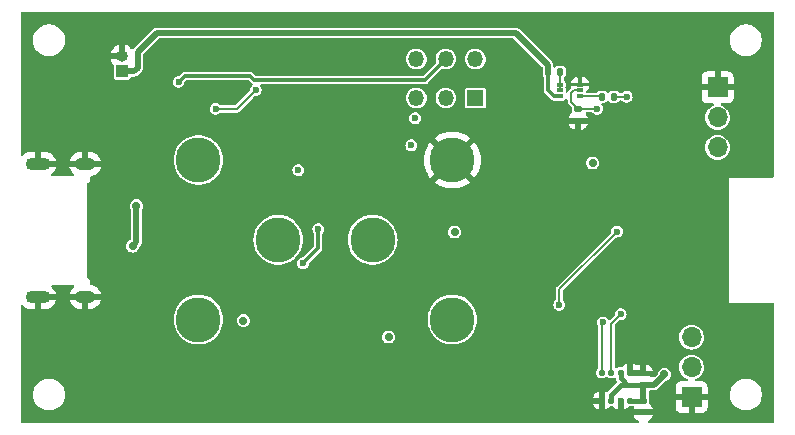
<source format=gbl>
%TF.GenerationSoftware,KiCad,Pcbnew,8.0.2-1*%
%TF.CreationDate,2024-12-04T10:13:35+09:00*%
%TF.ProjectId,gas_nrf52832,6761735f-6e72-4663-9532-3833322e6b69,rev?*%
%TF.SameCoordinates,Original*%
%TF.FileFunction,Copper,L4,Bot*%
%TF.FilePolarity,Positive*%
%FSLAX46Y46*%
G04 Gerber Fmt 4.6, Leading zero omitted, Abs format (unit mm)*
G04 Created by KiCad (PCBNEW 8.0.2-1) date 2024-12-04 10:13:35*
%MOMM*%
%LPD*%
G01*
G04 APERTURE LIST*
G04 Aperture macros list*
%AMRoundRect*
0 Rectangle with rounded corners*
0 $1 Rounding radius*
0 $2 $3 $4 $5 $6 $7 $8 $9 X,Y pos of 4 corners*
0 Add a 4 corners polygon primitive as box body*
4,1,4,$2,$3,$4,$5,$6,$7,$8,$9,$2,$3,0*
0 Add four circle primitives for the rounded corners*
1,1,$1+$1,$2,$3*
1,1,$1+$1,$4,$5*
1,1,$1+$1,$6,$7*
1,1,$1+$1,$8,$9*
0 Add four rect primitives between the rounded corners*
20,1,$1+$1,$2,$3,$4,$5,0*
20,1,$1+$1,$4,$5,$6,$7,0*
20,1,$1+$1,$6,$7,$8,$9,0*
20,1,$1+$1,$8,$9,$2,$3,0*%
G04 Aperture macros list end*
%TA.AperFunction,ComponentPad*%
%ADD10R,1.000000X1.000000*%
%TD*%
%TA.AperFunction,ComponentPad*%
%ADD11O,1.000000X1.000000*%
%TD*%
%TA.AperFunction,ComponentPad*%
%ADD12R,1.700000X1.700000*%
%TD*%
%TA.AperFunction,ComponentPad*%
%ADD13O,1.700000X1.700000*%
%TD*%
%TA.AperFunction,ComponentPad*%
%ADD14R,1.350000X1.350000*%
%TD*%
%TA.AperFunction,ComponentPad*%
%ADD15O,1.350000X1.350000*%
%TD*%
%TA.AperFunction,ComponentPad*%
%ADD16O,2.100000X1.100000*%
%TD*%
%TA.AperFunction,ComponentPad*%
%ADD17O,1.700000X1.100000*%
%TD*%
%TA.AperFunction,SMDPad,CuDef*%
%ADD18RoundRect,0.135000X-0.135000X-0.185000X0.135000X-0.185000X0.135000X0.185000X-0.135000X0.185000X0*%
%TD*%
%TA.AperFunction,SMDPad,CuDef*%
%ADD19R,0.492000X0.300000*%
%TD*%
%TA.AperFunction,SMDPad,CuDef*%
%ADD20RoundRect,0.125000X0.125000X0.137500X-0.125000X0.137500X-0.125000X-0.137500X0.125000X-0.137500X0*%
%TD*%
%TA.AperFunction,SMDPad,CuDef*%
%ADD21RoundRect,0.135000X-0.185000X0.135000X-0.185000X-0.135000X0.185000X-0.135000X0.185000X0.135000X0*%
%TD*%
%TA.AperFunction,ComponentPad*%
%ADD22C,3.800000*%
%TD*%
%TA.AperFunction,SMDPad,CuDef*%
%ADD23RoundRect,0.140000X-0.170000X0.140000X-0.170000X-0.140000X0.170000X-0.140000X0.170000X0.140000X0*%
%TD*%
%TA.AperFunction,SMDPad,CuDef*%
%ADD24RoundRect,0.135000X0.135000X0.185000X-0.135000X0.185000X-0.135000X-0.185000X0.135000X-0.185000X0*%
%TD*%
%TA.AperFunction,SMDPad,CuDef*%
%ADD25RoundRect,0.140000X0.170000X-0.140000X0.170000X0.140000X-0.170000X0.140000X-0.170000X-0.140000X0*%
%TD*%
%TA.AperFunction,ViaPad*%
%ADD26C,0.600000*%
%TD*%
%TA.AperFunction,ViaPad*%
%ADD27C,0.700000*%
%TD*%
%TA.AperFunction,Conductor*%
%ADD28C,0.400000*%
%TD*%
%TA.AperFunction,Conductor*%
%ADD29C,0.300000*%
%TD*%
%TA.AperFunction,Conductor*%
%ADD30C,0.500000*%
%TD*%
%TA.AperFunction,Conductor*%
%ADD31C,0.200000*%
%TD*%
G04 APERTURE END LIST*
D10*
X98080000Y-80640000D03*
D11*
X98080000Y-79370000D03*
D12*
X146300000Y-108225000D03*
D13*
X146300000Y-105685000D03*
X146300000Y-103145000D03*
D14*
X128000000Y-82900000D03*
D15*
X125500000Y-82900000D03*
X123000000Y-82900000D03*
X128000000Y-79600000D03*
X125500000Y-79600000D03*
X123000000Y-79600000D03*
D12*
X148500000Y-82000000D03*
D13*
X148500000Y-84540000D03*
X148500000Y-87080000D03*
D16*
X90950000Y-88490000D03*
X90950000Y-99730000D03*
D17*
X94950000Y-88490000D03*
X94950000Y-99730000D03*
D18*
X134150000Y-80685000D03*
X135170000Y-80685000D03*
D19*
X136850000Y-81760000D03*
X136850000Y-82260000D03*
X136850000Y-82760000D03*
X135182000Y-82760000D03*
X135182000Y-82260000D03*
X135182000Y-81760000D03*
D20*
X141100000Y-106145000D03*
X140300000Y-106145000D03*
X139500000Y-106145000D03*
X138700000Y-106145000D03*
X138700000Y-108520000D03*
X139500000Y-108520000D03*
X140300000Y-108520000D03*
X141100000Y-108520000D03*
D21*
X136700000Y-83800000D03*
X136700000Y-84820000D03*
D22*
X104550000Y-101650000D03*
X104550000Y-88150000D03*
X111300000Y-94900000D03*
D23*
X142225000Y-106220000D03*
X142225000Y-107180000D03*
D24*
X139710000Y-82800000D03*
X138690000Y-82800000D03*
D25*
X142225000Y-109475000D03*
X142225000Y-108515000D03*
D22*
X119300000Y-94900000D03*
X126050000Y-88150000D03*
X126050000Y-101650000D03*
D26*
X143825000Y-86075000D03*
X116600000Y-98600000D03*
X121200000Y-82800000D03*
X95000000Y-105000000D03*
X133000000Y-84100000D03*
X105500000Y-80070000D03*
X115000000Y-76450000D03*
X115000000Y-109500000D03*
X140300000Y-109245000D03*
X90500000Y-109500000D03*
X100000000Y-109500000D03*
X125000000Y-109500000D03*
X143025000Y-109475000D03*
X140000000Y-97500000D03*
X119300000Y-89300000D03*
X130000000Y-109500000D03*
X133600000Y-92500000D03*
X128000000Y-97600000D03*
X118600000Y-103825000D03*
X108250000Y-79020000D03*
X100000000Y-100000000D03*
X130000000Y-76450000D03*
X142526054Y-88024813D03*
X111305000Y-84040000D03*
X133020000Y-82900000D03*
X129375000Y-90975000D03*
X104200000Y-78150000D03*
X110350000Y-80620000D03*
X110000000Y-76450000D03*
X104250000Y-82945000D03*
X133230000Y-99670000D03*
X100960000Y-92760000D03*
X90500000Y-76500000D03*
X110000000Y-109500000D03*
X134900000Y-101800000D03*
X141100000Y-105345000D03*
D27*
X145400000Y-78142500D03*
D26*
X100000000Y-76450000D03*
X95000000Y-109500000D03*
X100275000Y-81695000D03*
D27*
X97210000Y-96870000D03*
D26*
X135000000Y-109500000D03*
X100000000Y-105000000D03*
X120300000Y-86800000D03*
X107000000Y-80070000D03*
X105000000Y-109500000D03*
X95000000Y-76450000D03*
X114500000Y-100800000D03*
X118600000Y-97950000D03*
X116500000Y-90700000D03*
X110160000Y-98200000D03*
X129106765Y-93898235D03*
X136850000Y-80960000D03*
X100975000Y-83895000D03*
X90500000Y-80000000D03*
X125000000Y-76450000D03*
X149100000Y-105100000D03*
X126320000Y-96960000D03*
X143025000Y-106225000D03*
D27*
X97210000Y-91380000D03*
X149100000Y-100850000D03*
D26*
X102150000Y-78895000D03*
X107000000Y-81670000D03*
X105000000Y-76450000D03*
X144750000Y-88025000D03*
X145000000Y-92500000D03*
X145800000Y-86700000D03*
X142500000Y-95000000D03*
X115000000Y-82800000D03*
X137700000Y-90000000D03*
X120000000Y-76450000D03*
X133600000Y-91000000D03*
D27*
X137700000Y-99900000D03*
D26*
X135875000Y-84835000D03*
X134965000Y-96950000D03*
X109995000Y-100800000D03*
X105500000Y-81670000D03*
X90510000Y-105000000D03*
X100725000Y-78945000D03*
D27*
X149100000Y-91600000D03*
D26*
X147500000Y-76450000D03*
X100950000Y-95450000D03*
X102175000Y-83895000D03*
X109465181Y-80607187D03*
X138700000Y-109250000D03*
X139000000Y-86600000D03*
X120000000Y-109500000D03*
X113000000Y-89000000D03*
X122575000Y-86900000D03*
D27*
X144000000Y-106300000D03*
D26*
X122900000Y-84600000D03*
D27*
X126238000Y-94234000D03*
X137922000Y-88392000D03*
X120650000Y-103124000D03*
X108340000Y-101740000D03*
D26*
X109400000Y-82220000D03*
X106000000Y-83820000D03*
X102865380Y-81535380D03*
X140800000Y-82800000D03*
X135100000Y-100400000D03*
X140000000Y-94200000D03*
X140300000Y-101200000D03*
X138300000Y-83800000D03*
X138800000Y-101900000D03*
D27*
X99300000Y-92025000D03*
X98985000Y-95435000D03*
D26*
X113400000Y-96900000D03*
X114700000Y-94000000D03*
D28*
X142225000Y-106220000D02*
X143020000Y-106220000D01*
X143020000Y-106220000D02*
X143025000Y-106225000D01*
D29*
X136850000Y-81760000D02*
X136850000Y-80960000D01*
X141100000Y-106145000D02*
X141100000Y-105345000D01*
X140300000Y-108520000D02*
X140300000Y-109245000D01*
D28*
X136700000Y-84820000D02*
X135890000Y-84820000D01*
X135890000Y-84820000D02*
X135875000Y-84835000D01*
X142225000Y-109475000D02*
X143025000Y-109475000D01*
X138700000Y-108520000D02*
X138700000Y-109250000D01*
D29*
X134670000Y-82760000D02*
X135182000Y-82760000D01*
X134150000Y-82240000D02*
X134150000Y-80685000D01*
D30*
X99080000Y-80640000D02*
X98080000Y-80640000D01*
D29*
X134150000Y-82240000D02*
X134670000Y-82760000D01*
D30*
X101000000Y-77400000D02*
X99400000Y-79000000D01*
X134145000Y-80690000D02*
X134150000Y-80685000D01*
X99400000Y-80320000D02*
X99080000Y-80640000D01*
X99400000Y-79000000D02*
X99400000Y-80320000D01*
X131450000Y-77400000D02*
X101000000Y-77400000D01*
X134150000Y-80100000D02*
X131450000Y-77400000D01*
X134150000Y-80685000D02*
X134150000Y-80100000D01*
D31*
X142450000Y-107285000D02*
X142350000Y-107185000D01*
D28*
X141105000Y-108515000D02*
X141100000Y-108520000D01*
X140300000Y-106625000D02*
X140855000Y-107180000D01*
X140855000Y-107180000D02*
X140320000Y-107180000D01*
D30*
X144000000Y-106300000D02*
X144000000Y-106310661D01*
D28*
X140320000Y-107180000D02*
X139500000Y-108000000D01*
X140300000Y-106145000D02*
X140300000Y-106625000D01*
X140855000Y-107180000D02*
X142225000Y-107180000D01*
D30*
X143130661Y-107180000D02*
X142225000Y-107180000D01*
D28*
X142225000Y-108515000D02*
X141105000Y-108515000D01*
D30*
X142246000Y-108536000D02*
X142225000Y-108515000D01*
X142225000Y-107180000D02*
X142225000Y-108515000D01*
D28*
X139500000Y-108000000D02*
X139500000Y-108520000D01*
D30*
X144000000Y-106310661D02*
X143130661Y-107180000D01*
D31*
X109400000Y-82225000D02*
X107800000Y-83825000D01*
X107800000Y-83825000D02*
X106000000Y-83825000D01*
D29*
X123730000Y-81370000D02*
X125500000Y-79600000D01*
X103380760Y-81020000D02*
X108940000Y-81020000D01*
X109290000Y-81370000D02*
X123730000Y-81370000D01*
X102865380Y-81535380D02*
X103380760Y-81020000D01*
X108940000Y-81020000D02*
X109290000Y-81370000D01*
D31*
X139710000Y-82800000D02*
X140800000Y-82800000D01*
X135100000Y-99100000D02*
X135100000Y-100400000D01*
X140000000Y-94200000D02*
X135100000Y-99100000D01*
X139500000Y-106145000D02*
X139500000Y-102000000D01*
X139500000Y-102000000D02*
X140300000Y-101200000D01*
X136100000Y-82485000D02*
X136100000Y-83200000D01*
X136325000Y-82260000D02*
X136100000Y-82485000D01*
X138300000Y-83800000D02*
X136700000Y-83800000D01*
X136100000Y-83200000D02*
X136700000Y-83800000D01*
X136850000Y-82260000D02*
X136325000Y-82260000D01*
X138700000Y-102000000D02*
X138800000Y-101900000D01*
X138700000Y-106145000D02*
X138700000Y-102000000D01*
X135170000Y-81748000D02*
X135182000Y-81760000D01*
X135182000Y-81760000D02*
X135182000Y-82260000D01*
X135170000Y-80685000D02*
X135170000Y-81748000D01*
X138650000Y-82760000D02*
X138690000Y-82800000D01*
X136850000Y-82760000D02*
X138650000Y-82760000D01*
D30*
X98985000Y-95435000D02*
X99300000Y-95120000D01*
X99300000Y-95120000D02*
X99300000Y-92025000D01*
D29*
X114700000Y-94000000D02*
X114700000Y-95600000D01*
X114700000Y-95600000D02*
X113400000Y-96900000D01*
%TA.AperFunction,Conductor*%
G36*
X153259191Y-75618907D02*
G01*
X153295155Y-75668407D01*
X153300000Y-75699000D01*
X153300000Y-89528500D01*
X153281093Y-89586691D01*
X153231593Y-89622655D01*
X153201000Y-89627500D01*
X149500000Y-89627500D01*
X149500000Y-100227500D01*
X149500001Y-100227500D01*
X153201000Y-100227500D01*
X153259191Y-100246407D01*
X153295155Y-100295907D01*
X153300000Y-100326500D01*
X153300000Y-110301000D01*
X153281093Y-110359191D01*
X153231593Y-110395155D01*
X153201000Y-110400000D01*
X142682603Y-110400000D01*
X142624412Y-110381093D01*
X142588448Y-110331593D01*
X142588448Y-110270407D01*
X142624412Y-110220907D01*
X142645868Y-110210396D01*
X142645482Y-110209504D01*
X142651198Y-110207030D01*
X142790374Y-110124721D01*
X142904721Y-110010374D01*
X142987030Y-109871198D01*
X142987030Y-109871197D01*
X143029504Y-109725000D01*
X141420495Y-109725000D01*
X141462969Y-109871197D01*
X141462969Y-109871198D01*
X141545278Y-110010374D01*
X141659625Y-110124721D01*
X141798801Y-110207030D01*
X141804518Y-110209504D01*
X141803553Y-110211733D01*
X141845619Y-110240318D01*
X141866348Y-110297885D01*
X141849281Y-110356642D01*
X141800937Y-110394145D01*
X141767397Y-110400000D01*
X89599000Y-110400000D01*
X89540809Y-110381093D01*
X89504845Y-110331593D01*
X89500000Y-110301000D01*
X89500000Y-107893709D01*
X90549500Y-107893709D01*
X90549500Y-108106290D01*
X90582752Y-108316238D01*
X90648443Y-108518412D01*
X90744948Y-108707815D01*
X90744950Y-108707819D01*
X90869891Y-108879786D01*
X90869893Y-108879788D01*
X90869896Y-108879792D01*
X91020208Y-109030104D01*
X91020211Y-109030106D01*
X91020213Y-109030108D01*
X91192180Y-109155049D01*
X91192184Y-109155051D01*
X91381588Y-109251557D01*
X91583757Y-109317246D01*
X91583758Y-109317246D01*
X91583761Y-109317247D01*
X91793710Y-109350500D01*
X91793713Y-109350500D01*
X92006290Y-109350500D01*
X92216238Y-109317247D01*
X92216239Y-109317246D01*
X92216243Y-109317246D01*
X92418412Y-109251557D01*
X92607816Y-109155051D01*
X92779792Y-109030104D01*
X92930104Y-108879792D01*
X93009872Y-108770000D01*
X137956842Y-108770000D01*
X137996845Y-108907689D01*
X138077227Y-109043609D01*
X138188890Y-109155272D01*
X138324810Y-109235654D01*
X138449999Y-109272025D01*
X138450000Y-109272025D01*
X138450000Y-108770001D01*
X138449999Y-108770000D01*
X137956842Y-108770000D01*
X93009872Y-108770000D01*
X93055051Y-108707816D01*
X93151557Y-108518412D01*
X93217246Y-108316243D01*
X93224570Y-108270000D01*
X137956841Y-108270000D01*
X138449999Y-108270000D01*
X138450000Y-108269999D01*
X138450000Y-107767973D01*
X138324810Y-107804345D01*
X138188890Y-107884727D01*
X138077227Y-107996390D01*
X137996845Y-108132310D01*
X137956841Y-108270000D01*
X93224570Y-108270000D01*
X93250500Y-108106290D01*
X93250500Y-107893709D01*
X93217247Y-107683761D01*
X93201516Y-107635345D01*
X93151557Y-107481588D01*
X93055051Y-107292184D01*
X93055049Y-107292180D01*
X92930108Y-107120213D01*
X92930106Y-107120211D01*
X92930104Y-107120208D01*
X92779792Y-106969896D01*
X92779788Y-106969893D01*
X92779786Y-106969891D01*
X92607819Y-106844950D01*
X92607815Y-106844948D01*
X92418412Y-106748443D01*
X92216238Y-106682752D01*
X92006290Y-106649500D01*
X92006287Y-106649500D01*
X91793713Y-106649500D01*
X91793710Y-106649500D01*
X91583761Y-106682752D01*
X91381587Y-106748443D01*
X91192184Y-106844948D01*
X91192180Y-106844950D01*
X91020213Y-106969891D01*
X90869891Y-107120213D01*
X90744950Y-107292180D01*
X90744948Y-107292184D01*
X90648443Y-107481587D01*
X90582752Y-107683761D01*
X90549500Y-107893709D01*
X89500000Y-107893709D01*
X89500000Y-105969362D01*
X138249500Y-105969362D01*
X138249500Y-106320634D01*
X138249501Y-106320645D01*
X138255740Y-106368044D01*
X138255740Y-106368046D01*
X138304251Y-106472076D01*
X138304252Y-106472077D01*
X138304253Y-106472079D01*
X138385421Y-106553247D01*
X138489455Y-106601759D01*
X138536861Y-106608000D01*
X138863138Y-106607999D01*
X138910545Y-106601759D01*
X138910546Y-106601759D01*
X138994343Y-106562683D01*
X139014579Y-106553247D01*
X139029998Y-106537827D01*
X139084513Y-106510052D01*
X139144945Y-106519623D01*
X139170000Y-106537826D01*
X139185421Y-106553247D01*
X139289455Y-106601759D01*
X139336861Y-106608000D01*
X139663138Y-106607999D01*
X139710545Y-106601759D01*
X139758661Y-106579321D01*
X139819389Y-106571865D01*
X139872903Y-106601527D01*
X139898762Y-106656980D01*
X139899500Y-106669046D01*
X139899500Y-106677727D01*
X139910907Y-106720300D01*
X139926793Y-106779589D01*
X139971980Y-106857854D01*
X139984701Y-106917702D01*
X139959814Y-106973598D01*
X139956247Y-106977357D01*
X139179520Y-107754086D01*
X139179516Y-107754092D01*
X139178493Y-107755864D01*
X139177404Y-107756843D01*
X139175569Y-107759236D01*
X139175125Y-107758895D01*
X139133019Y-107796801D01*
X139072168Y-107803191D01*
X139065141Y-107801425D01*
X138950000Y-107767973D01*
X138950000Y-109272025D01*
X139075189Y-109235654D01*
X139211109Y-109155272D01*
X139322773Y-109043608D01*
X139329872Y-109031605D01*
X139375767Y-108991142D01*
X139415082Y-108982999D01*
X139584914Y-108982999D01*
X139643105Y-109001906D01*
X139670128Y-109031605D01*
X139677226Y-109043608D01*
X139788890Y-109155272D01*
X139924810Y-109235654D01*
X140049999Y-109272025D01*
X140050000Y-109272025D01*
X140050000Y-108369000D01*
X140068907Y-108310809D01*
X140118407Y-108274845D01*
X140149000Y-108270000D01*
X140451000Y-108270000D01*
X140509191Y-108288907D01*
X140545155Y-108338407D01*
X140550000Y-108369000D01*
X140550000Y-109272025D01*
X140675189Y-109235654D01*
X140811109Y-109155272D01*
X140922773Y-109043608D01*
X140929872Y-109031605D01*
X140975767Y-108991142D01*
X141015082Y-108982999D01*
X141263138Y-108982999D01*
X141310545Y-108976759D01*
X141323347Y-108970788D01*
X141384076Y-108963330D01*
X141437591Y-108992992D01*
X141463451Y-109048444D01*
X141460258Y-109088132D01*
X141420495Y-109224998D01*
X141420496Y-109225000D01*
X143029504Y-109225000D01*
X143029504Y-109224999D01*
X142999820Y-109122824D01*
X144949999Y-109122824D01*
X144956401Y-109182370D01*
X144956403Y-109182381D01*
X145006646Y-109317088D01*
X145006647Y-109317090D01*
X145092807Y-109432184D01*
X145092815Y-109432192D01*
X145207909Y-109518352D01*
X145207911Y-109518353D01*
X145342618Y-109568596D01*
X145342629Y-109568598D01*
X145402176Y-109575000D01*
X146049999Y-109575000D01*
X146050000Y-109574999D01*
X146050000Y-108658012D01*
X146107007Y-108690925D01*
X146234174Y-108725000D01*
X146365826Y-108725000D01*
X146492993Y-108690925D01*
X146550000Y-108658012D01*
X146550000Y-109574999D01*
X146550001Y-109575000D01*
X147197824Y-109575000D01*
X147257370Y-109568598D01*
X147257381Y-109568596D01*
X147392088Y-109518353D01*
X147392090Y-109518352D01*
X147507184Y-109432192D01*
X147507192Y-109432184D01*
X147593352Y-109317090D01*
X147593353Y-109317088D01*
X147643596Y-109182381D01*
X147643598Y-109182370D01*
X147650000Y-109122824D01*
X147650000Y-108475001D01*
X147649999Y-108475000D01*
X146733012Y-108475000D01*
X146765925Y-108417993D01*
X146800000Y-108290826D01*
X146800000Y-108159174D01*
X146765925Y-108032007D01*
X146733012Y-107975000D01*
X147649999Y-107975000D01*
X147650000Y-107974999D01*
X147650000Y-107893709D01*
X149549500Y-107893709D01*
X149549500Y-108106290D01*
X149582752Y-108316238D01*
X149648443Y-108518412D01*
X149744948Y-108707815D01*
X149744950Y-108707819D01*
X149869891Y-108879786D01*
X149869893Y-108879788D01*
X149869896Y-108879792D01*
X150020208Y-109030104D01*
X150020211Y-109030106D01*
X150020213Y-109030108D01*
X150192180Y-109155049D01*
X150192184Y-109155051D01*
X150381588Y-109251557D01*
X150583757Y-109317246D01*
X150583758Y-109317246D01*
X150583761Y-109317247D01*
X150793710Y-109350500D01*
X150793713Y-109350500D01*
X151006290Y-109350500D01*
X151216238Y-109317247D01*
X151216239Y-109317246D01*
X151216243Y-109317246D01*
X151418412Y-109251557D01*
X151607816Y-109155051D01*
X151779792Y-109030104D01*
X151930104Y-108879792D01*
X152055051Y-108707816D01*
X152151557Y-108518412D01*
X152217246Y-108316243D01*
X152224570Y-108270000D01*
X152250500Y-108106290D01*
X152250500Y-107893709D01*
X152217247Y-107683761D01*
X152201516Y-107635345D01*
X152151557Y-107481588D01*
X152055051Y-107292184D01*
X152055049Y-107292180D01*
X151930108Y-107120213D01*
X151930106Y-107120211D01*
X151930104Y-107120208D01*
X151779792Y-106969896D01*
X151779788Y-106969893D01*
X151779786Y-106969891D01*
X151607819Y-106844950D01*
X151607815Y-106844948D01*
X151418412Y-106748443D01*
X151216238Y-106682752D01*
X151006290Y-106649500D01*
X151006287Y-106649500D01*
X150793713Y-106649500D01*
X150793710Y-106649500D01*
X150583761Y-106682752D01*
X150381587Y-106748443D01*
X150192184Y-106844948D01*
X150192180Y-106844950D01*
X150020213Y-106969891D01*
X149869891Y-107120213D01*
X149744950Y-107292180D01*
X149744948Y-107292184D01*
X149648443Y-107481587D01*
X149582752Y-107683761D01*
X149549500Y-107893709D01*
X147650000Y-107893709D01*
X147650000Y-107327175D01*
X147643598Y-107267629D01*
X147643596Y-107267618D01*
X147593353Y-107132911D01*
X147593352Y-107132909D01*
X147507192Y-107017815D01*
X147507184Y-107017807D01*
X147392090Y-106931647D01*
X147392088Y-106931646D01*
X147257381Y-106881403D01*
X147257370Y-106881401D01*
X147197824Y-106875000D01*
X146663361Y-106875000D01*
X146605170Y-106856093D01*
X146569206Y-106806593D01*
X146569206Y-106745407D01*
X146605170Y-106695907D01*
X146634623Y-106681263D01*
X146703954Y-106660232D01*
X146886450Y-106562685D01*
X147046410Y-106431410D01*
X147177685Y-106271450D01*
X147275232Y-106088954D01*
X147335300Y-105890934D01*
X147335301Y-105890929D01*
X147355583Y-105685003D01*
X147355583Y-105684996D01*
X147335301Y-105479070D01*
X147335300Y-105479065D01*
X147309184Y-105392973D01*
X147275232Y-105281046D01*
X147177685Y-105098550D01*
X147046410Y-104938590D01*
X147046404Y-104938585D01*
X146886452Y-104807316D01*
X146703954Y-104709768D01*
X146505934Y-104649699D01*
X146505929Y-104649698D01*
X146300003Y-104629417D01*
X146299997Y-104629417D01*
X146094070Y-104649698D01*
X146094065Y-104649699D01*
X145896045Y-104709768D01*
X145713547Y-104807316D01*
X145553595Y-104938585D01*
X145553585Y-104938595D01*
X145422316Y-105098547D01*
X145324768Y-105281045D01*
X145264699Y-105479065D01*
X145264698Y-105479070D01*
X145244417Y-105684996D01*
X145244417Y-105685003D01*
X145264698Y-105890929D01*
X145264699Y-105890934D01*
X145324768Y-106088954D01*
X145422316Y-106271452D01*
X145445744Y-106299999D01*
X145553590Y-106431410D01*
X145577574Y-106451093D01*
X145713547Y-106562683D01*
X145713548Y-106562683D01*
X145713550Y-106562685D01*
X145896046Y-106660232D01*
X145965377Y-106681263D01*
X146015574Y-106716248D01*
X146035620Y-106774056D01*
X146017859Y-106832607D01*
X145969075Y-106869536D01*
X145936639Y-106875000D01*
X145402176Y-106875000D01*
X145342629Y-106881401D01*
X145342618Y-106881403D01*
X145207911Y-106931646D01*
X145207909Y-106931647D01*
X145092815Y-107017807D01*
X145092807Y-107017815D01*
X145006647Y-107132909D01*
X145006646Y-107132911D01*
X144956403Y-107267618D01*
X144956401Y-107267629D01*
X144950000Y-107327175D01*
X144950000Y-107974999D01*
X144950001Y-107975000D01*
X145866988Y-107975000D01*
X145834075Y-108032007D01*
X145800000Y-108159174D01*
X145800000Y-108290826D01*
X145834075Y-108417993D01*
X145866988Y-108475000D01*
X144950001Y-108475000D01*
X144950000Y-108475001D01*
X144950000Y-109122824D01*
X144949999Y-109122824D01*
X142999820Y-109122824D01*
X142987030Y-109078802D01*
X142987030Y-109078801D01*
X142904721Y-108939625D01*
X142790374Y-108825278D01*
X142779834Y-108819045D01*
X142739371Y-108773150D01*
X142732075Y-108720911D01*
X142735500Y-108694901D01*
X142735499Y-108335100D01*
X142728972Y-108285513D01*
X142728972Y-108285511D01*
X142684776Y-108190733D01*
X142675500Y-108148894D01*
X142675500Y-107729500D01*
X142694407Y-107671309D01*
X142743907Y-107635345D01*
X142774500Y-107630500D01*
X143189968Y-107630500D01*
X143189970Y-107630500D01*
X143291765Y-107603224D01*
X143304548Y-107599799D01*
X143407275Y-107540489D01*
X144082779Y-106864983D01*
X144137294Y-106837208D01*
X144139798Y-106836844D01*
X144143709Y-106836330D01*
X144277625Y-106780861D01*
X144392621Y-106692621D01*
X144480861Y-106577625D01*
X144536330Y-106443709D01*
X144555250Y-106300000D01*
X144554723Y-106296000D01*
X144536330Y-106156291D01*
X144480861Y-106022375D01*
X144392621Y-105907379D01*
X144277625Y-105819139D01*
X144277621Y-105819137D01*
X144143709Y-105763670D01*
X144143708Y-105763669D01*
X144000000Y-105744750D01*
X143856291Y-105763669D01*
X143856290Y-105763670D01*
X143722378Y-105819137D01*
X143722374Y-105819139D01*
X143607381Y-105907377D01*
X143607377Y-105907381D01*
X143519139Y-106022374D01*
X143519137Y-106022378D01*
X143463670Y-106156290D01*
X143463668Y-106156295D01*
X143459928Y-106184699D01*
X143433585Y-106239922D01*
X143431780Y-106241775D01*
X143184817Y-106488739D01*
X143130300Y-106516517D01*
X143069868Y-106506946D01*
X143035644Y-106478177D01*
X143029505Y-106470000D01*
X141471000Y-106470000D01*
X141412809Y-106451093D01*
X141376845Y-106401593D01*
X141376516Y-106399517D01*
X141371999Y-106395000D01*
X140949000Y-106395000D01*
X140890809Y-106376093D01*
X140854845Y-106326593D01*
X140850000Y-106296000D01*
X140850000Y-105894999D01*
X141350000Y-105894999D01*
X141350001Y-105895000D01*
X141794000Y-105895000D01*
X141852191Y-105913907D01*
X141888155Y-105963407D01*
X141888483Y-105965482D01*
X141893001Y-105970000D01*
X141974999Y-105970000D01*
X141975000Y-105969999D01*
X142475000Y-105969999D01*
X142475001Y-105970000D01*
X143029504Y-105970000D01*
X143029504Y-105969999D01*
X142987030Y-105823802D01*
X142987030Y-105823801D01*
X142904721Y-105684625D01*
X142790374Y-105570278D01*
X142651197Y-105487969D01*
X142495912Y-105442855D01*
X142475000Y-105441209D01*
X142475000Y-105969999D01*
X141975000Y-105969999D01*
X141975000Y-105441209D01*
X141954087Y-105442855D01*
X141798805Y-105487968D01*
X141798800Y-105487970D01*
X141733284Y-105526715D01*
X141673572Y-105540061D01*
X141617420Y-105515761D01*
X141612887Y-105511505D01*
X141611109Y-105509727D01*
X141475189Y-105429345D01*
X141350000Y-105392973D01*
X141350000Y-105894999D01*
X140850000Y-105894999D01*
X140850000Y-105392973D01*
X140724810Y-105429345D01*
X140588890Y-105509727D01*
X140477226Y-105621391D01*
X140470126Y-105633397D01*
X140424229Y-105673859D01*
X140384914Y-105682000D01*
X140136866Y-105682000D01*
X140136854Y-105682001D01*
X140089455Y-105688240D01*
X140089453Y-105688240D01*
X139985423Y-105736751D01*
X139985421Y-105736752D01*
X139985421Y-105736753D01*
X139970001Y-105752172D01*
X139915487Y-105779948D01*
X139855055Y-105770377D01*
X139829999Y-105752173D01*
X139829494Y-105751668D01*
X139801719Y-105697154D01*
X139800500Y-105681667D01*
X139800500Y-103144996D01*
X145244417Y-103144996D01*
X145244417Y-103145003D01*
X145264698Y-103350929D01*
X145264699Y-103350934D01*
X145324768Y-103548954D01*
X145422316Y-103731452D01*
X145553585Y-103891404D01*
X145553590Y-103891410D01*
X145553595Y-103891414D01*
X145713547Y-104022683D01*
X145713548Y-104022683D01*
X145713550Y-104022685D01*
X145896046Y-104120232D01*
X146033997Y-104162078D01*
X146094065Y-104180300D01*
X146094070Y-104180301D01*
X146299997Y-104200583D01*
X146300000Y-104200583D01*
X146300003Y-104200583D01*
X146505929Y-104180301D01*
X146505934Y-104180300D01*
X146703954Y-104120232D01*
X146886450Y-104022685D01*
X147046410Y-103891410D01*
X147177685Y-103731450D01*
X147275232Y-103548954D01*
X147335300Y-103350934D01*
X147335301Y-103350929D01*
X147355583Y-103145003D01*
X147355583Y-103144996D01*
X147335301Y-102939070D01*
X147335300Y-102939065D01*
X147307183Y-102846375D01*
X147275232Y-102741046D01*
X147177685Y-102558550D01*
X147046410Y-102398590D01*
X147001775Y-102361959D01*
X146886452Y-102267316D01*
X146703954Y-102169768D01*
X146505934Y-102109699D01*
X146505929Y-102109698D01*
X146300003Y-102089417D01*
X146299997Y-102089417D01*
X146094070Y-102109698D01*
X146094065Y-102109699D01*
X145896045Y-102169768D01*
X145713547Y-102267316D01*
X145553595Y-102398585D01*
X145553585Y-102398595D01*
X145422316Y-102558547D01*
X145324768Y-102741045D01*
X145264699Y-102939065D01*
X145264698Y-102939070D01*
X145244417Y-103144996D01*
X139800500Y-103144996D01*
X139800500Y-102165477D01*
X139819407Y-102107286D01*
X139829484Y-102095486D01*
X140195475Y-101729494D01*
X140249990Y-101701719D01*
X140265477Y-101700500D01*
X140371959Y-101700500D01*
X140371961Y-101700500D01*
X140510053Y-101659953D01*
X140631128Y-101582143D01*
X140725377Y-101473373D01*
X140785165Y-101342457D01*
X140797144Y-101259139D01*
X140805647Y-101200002D01*
X140805647Y-101199997D01*
X140785165Y-101057543D01*
X140725377Y-100926628D01*
X140725377Y-100926627D01*
X140631128Y-100817857D01*
X140631127Y-100817856D01*
X140631126Y-100817855D01*
X140510057Y-100740049D01*
X140510054Y-100740047D01*
X140510053Y-100740047D01*
X140508701Y-100739650D01*
X140371964Y-100699500D01*
X140371961Y-100699500D01*
X140228039Y-100699500D01*
X140228035Y-100699500D01*
X140089949Y-100740046D01*
X140089942Y-100740049D01*
X139968873Y-100817855D01*
X139874622Y-100926628D01*
X139814834Y-101057543D01*
X139794353Y-101199996D01*
X139794353Y-101199997D01*
X139794353Y-101200000D01*
X139794881Y-101203669D01*
X139797442Y-101221483D01*
X139787007Y-101281772D01*
X139769453Y-101305574D01*
X139396122Y-101678906D01*
X139341605Y-101706684D01*
X139281173Y-101697113D01*
X139237908Y-101653848D01*
X139236065Y-101650029D01*
X139225378Y-101626629D01*
X139225377Y-101626628D01*
X139225377Y-101626627D01*
X139131128Y-101517857D01*
X139131127Y-101517856D01*
X139131126Y-101517855D01*
X139010057Y-101440049D01*
X139010054Y-101440047D01*
X139010053Y-101440047D01*
X139010050Y-101440046D01*
X138871964Y-101399500D01*
X138871961Y-101399500D01*
X138728039Y-101399500D01*
X138728035Y-101399500D01*
X138589949Y-101440046D01*
X138589942Y-101440049D01*
X138468873Y-101517855D01*
X138374622Y-101626628D01*
X138314834Y-101757543D01*
X138294353Y-101899997D01*
X138294353Y-101900002D01*
X138314834Y-102042456D01*
X138374623Y-102173373D01*
X138375316Y-102174173D01*
X138375660Y-102174989D01*
X138378453Y-102179334D01*
X138377701Y-102179816D01*
X138399136Y-102230531D01*
X138399500Y-102239008D01*
X138399500Y-105681667D01*
X138380593Y-105739858D01*
X138370509Y-105751664D01*
X138304253Y-105817921D01*
X138255741Y-105921955D01*
X138249500Y-105969362D01*
X89500000Y-105969362D01*
X89500000Y-101649996D01*
X102444592Y-101649996D01*
X102444592Y-101650003D01*
X102464201Y-101936682D01*
X102464202Y-101936686D01*
X102522666Y-102218032D01*
X102618896Y-102488797D01*
X102744594Y-102731381D01*
X102751098Y-102743934D01*
X102888838Y-102939070D01*
X102916811Y-102978698D01*
X103112947Y-103188708D01*
X103335853Y-103370055D01*
X103335859Y-103370059D01*
X103335861Y-103370060D01*
X103581370Y-103519358D01*
X103581382Y-103519365D01*
X103768237Y-103600526D01*
X103844942Y-103633844D01*
X104121642Y-103711371D01*
X104406322Y-103750500D01*
X104406328Y-103750500D01*
X104693672Y-103750500D01*
X104693678Y-103750500D01*
X104978358Y-103711371D01*
X105255058Y-103633844D01*
X105450495Y-103548954D01*
X105518617Y-103519365D01*
X105518620Y-103519362D01*
X105518625Y-103519361D01*
X105764147Y-103370055D01*
X105987053Y-103188708D01*
X106047487Y-103123999D01*
X120094750Y-103123999D01*
X120094750Y-103124000D01*
X120113669Y-103267708D01*
X120113670Y-103267709D01*
X120156064Y-103370060D01*
X120169139Y-103401625D01*
X120257379Y-103516621D01*
X120372375Y-103604861D01*
X120506291Y-103660330D01*
X120650000Y-103679250D01*
X120793709Y-103660330D01*
X120927625Y-103604861D01*
X121042621Y-103516621D01*
X121130861Y-103401625D01*
X121186330Y-103267709D01*
X121205250Y-103124000D01*
X121186330Y-102980291D01*
X121130861Y-102846375D01*
X121042621Y-102731379D01*
X120927625Y-102643139D01*
X120927621Y-102643137D01*
X120793709Y-102587670D01*
X120793708Y-102587669D01*
X120650000Y-102568750D01*
X120506291Y-102587669D01*
X120506290Y-102587670D01*
X120372378Y-102643137D01*
X120372374Y-102643139D01*
X120257381Y-102731377D01*
X120257377Y-102731381D01*
X120169139Y-102846374D01*
X120169137Y-102846378D01*
X120113670Y-102980290D01*
X120113669Y-102980291D01*
X120094750Y-103123999D01*
X106047487Y-103123999D01*
X106183189Y-102978698D01*
X106348901Y-102743936D01*
X106481104Y-102488797D01*
X106577334Y-102218032D01*
X106635798Y-101936686D01*
X106649252Y-101739999D01*
X107784750Y-101739999D01*
X107784750Y-101740000D01*
X107803669Y-101883708D01*
X107803670Y-101883709D01*
X107825615Y-101936691D01*
X107859139Y-102017625D01*
X107947379Y-102132621D01*
X108062375Y-102220861D01*
X108196291Y-102276330D01*
X108340000Y-102295250D01*
X108483709Y-102276330D01*
X108617625Y-102220861D01*
X108732621Y-102132621D01*
X108820861Y-102017625D01*
X108876330Y-101883709D01*
X108895250Y-101740000D01*
X108890049Y-101700499D01*
X108883400Y-101649996D01*
X123944592Y-101649996D01*
X123944592Y-101650003D01*
X123964201Y-101936682D01*
X123964202Y-101936686D01*
X124022666Y-102218032D01*
X124118896Y-102488797D01*
X124244594Y-102731381D01*
X124251098Y-102743934D01*
X124388838Y-102939070D01*
X124416811Y-102978698D01*
X124612947Y-103188708D01*
X124835853Y-103370055D01*
X124835859Y-103370059D01*
X124835861Y-103370060D01*
X125081370Y-103519358D01*
X125081382Y-103519365D01*
X125268237Y-103600526D01*
X125344942Y-103633844D01*
X125621642Y-103711371D01*
X125906322Y-103750500D01*
X125906328Y-103750500D01*
X126193672Y-103750500D01*
X126193678Y-103750500D01*
X126478358Y-103711371D01*
X126755058Y-103633844D01*
X126950495Y-103548954D01*
X127018617Y-103519365D01*
X127018620Y-103519362D01*
X127018625Y-103519361D01*
X127264147Y-103370055D01*
X127487053Y-103188708D01*
X127683189Y-102978698D01*
X127848901Y-102743936D01*
X127981104Y-102488797D01*
X128077334Y-102218032D01*
X128135798Y-101936686D01*
X128154727Y-101659953D01*
X128155408Y-101650003D01*
X128155408Y-101649996D01*
X128135798Y-101363317D01*
X128135798Y-101363314D01*
X128077334Y-101081968D01*
X127981104Y-100811203D01*
X127848901Y-100556064D01*
X127738738Y-100399997D01*
X134594353Y-100399997D01*
X134594353Y-100400002D01*
X134614834Y-100542456D01*
X134668740Y-100660491D01*
X134674623Y-100673373D01*
X134732052Y-100739650D01*
X134768873Y-100782144D01*
X134824441Y-100817855D01*
X134889947Y-100859953D01*
X134996403Y-100891211D01*
X135028035Y-100900499D01*
X135028036Y-100900499D01*
X135028039Y-100900500D01*
X135028041Y-100900500D01*
X135171959Y-100900500D01*
X135171961Y-100900500D01*
X135310053Y-100859953D01*
X135431128Y-100782143D01*
X135525377Y-100673373D01*
X135585165Y-100542457D01*
X135600769Y-100433928D01*
X135605647Y-100400002D01*
X135605647Y-100399997D01*
X135585165Y-100257543D01*
X135525377Y-100126628D01*
X135525377Y-100126627D01*
X135431128Y-100017857D01*
X135431127Y-100017856D01*
X135426491Y-100012506D01*
X135428524Y-100010743D01*
X135403067Y-99968505D01*
X135400500Y-99946105D01*
X135400500Y-99265478D01*
X135419407Y-99207287D01*
X135429490Y-99195480D01*
X139895474Y-94729495D01*
X139949991Y-94701719D01*
X139965478Y-94700500D01*
X140071959Y-94700500D01*
X140071961Y-94700500D01*
X140210053Y-94659953D01*
X140331128Y-94582143D01*
X140425377Y-94473373D01*
X140485165Y-94342457D01*
X140500759Y-94233999D01*
X140505647Y-94200002D01*
X140505647Y-94199997D01*
X140485165Y-94057543D01*
X140425377Y-93926627D01*
X140331128Y-93817857D01*
X140331127Y-93817856D01*
X140331126Y-93817855D01*
X140210057Y-93740049D01*
X140210054Y-93740047D01*
X140210053Y-93740047D01*
X140210050Y-93740046D01*
X140071964Y-93699500D01*
X140071961Y-93699500D01*
X139928039Y-93699500D01*
X139928035Y-93699500D01*
X139789949Y-93740046D01*
X139789942Y-93740049D01*
X139668873Y-93817855D01*
X139574622Y-93926628D01*
X139514834Y-94057543D01*
X139494353Y-94199997D01*
X139494353Y-94200003D01*
X139497441Y-94221482D01*
X139487007Y-94281771D01*
X139469453Y-94305574D01*
X134915489Y-98859540D01*
X134915488Y-98859539D01*
X134859539Y-98915489D01*
X134819980Y-98984007D01*
X134819978Y-98984011D01*
X134799500Y-99060435D01*
X134799500Y-99946105D01*
X134780593Y-100004296D01*
X134773258Y-100012289D01*
X134773509Y-100012506D01*
X134674622Y-100126628D01*
X134614834Y-100257543D01*
X134594353Y-100399997D01*
X127738738Y-100399997D01*
X127683189Y-100321302D01*
X127487053Y-100111292D01*
X127387131Y-100030000D01*
X127264152Y-99929949D01*
X127264151Y-99929948D01*
X127264147Y-99929945D01*
X127264142Y-99929942D01*
X127264138Y-99929939D01*
X127018629Y-99780641D01*
X127018617Y-99780634D01*
X126755063Y-99666158D01*
X126755061Y-99666157D01*
X126755058Y-99666156D01*
X126478358Y-99588629D01*
X126193678Y-99549500D01*
X125906322Y-99549500D01*
X125621642Y-99588629D01*
X125344942Y-99666156D01*
X125344939Y-99666156D01*
X125344936Y-99666158D01*
X125081382Y-99780634D01*
X125081370Y-99780641D01*
X124835861Y-99929939D01*
X124835847Y-99929949D01*
X124612952Y-100111287D01*
X124612951Y-100111288D01*
X124416810Y-100321303D01*
X124416805Y-100321309D01*
X124251098Y-100556065D01*
X124118895Y-100811204D01*
X124022665Y-101081972D01*
X123964203Y-101363308D01*
X123964201Y-101363317D01*
X123944592Y-101649996D01*
X108883400Y-101649996D01*
X108876330Y-101596291D01*
X108820861Y-101462375D01*
X108732621Y-101347379D01*
X108617625Y-101259139D01*
X108617621Y-101259137D01*
X108483709Y-101203670D01*
X108483708Y-101203669D01*
X108340000Y-101184750D01*
X108196291Y-101203669D01*
X108196290Y-101203670D01*
X108062378Y-101259137D01*
X108062374Y-101259139D01*
X107947381Y-101347377D01*
X107947377Y-101347381D01*
X107859139Y-101462374D01*
X107859137Y-101462378D01*
X107803670Y-101596290D01*
X107803669Y-101596291D01*
X107784750Y-101739999D01*
X106649252Y-101739999D01*
X106654727Y-101659953D01*
X106655408Y-101650003D01*
X106655408Y-101649996D01*
X106635798Y-101363317D01*
X106635798Y-101363314D01*
X106577334Y-101081968D01*
X106481104Y-100811203D01*
X106348901Y-100556064D01*
X106183189Y-100321302D01*
X105987053Y-100111292D01*
X105887131Y-100030000D01*
X105764152Y-99929949D01*
X105764151Y-99929948D01*
X105764147Y-99929945D01*
X105764142Y-99929942D01*
X105764138Y-99929939D01*
X105518629Y-99780641D01*
X105518617Y-99780634D01*
X105255063Y-99666158D01*
X105255061Y-99666157D01*
X105255058Y-99666156D01*
X104978358Y-99588629D01*
X104693678Y-99549500D01*
X104406322Y-99549500D01*
X104121642Y-99588629D01*
X103844942Y-99666156D01*
X103844939Y-99666156D01*
X103844936Y-99666158D01*
X103581382Y-99780634D01*
X103581370Y-99780641D01*
X103335861Y-99929939D01*
X103335847Y-99929949D01*
X103112952Y-100111287D01*
X103112951Y-100111288D01*
X102916810Y-100321303D01*
X102916805Y-100321309D01*
X102751098Y-100556065D01*
X102618895Y-100811204D01*
X102522665Y-101081972D01*
X102464203Y-101363308D01*
X102464201Y-101363317D01*
X102444592Y-101649996D01*
X89500000Y-101649996D01*
X89500000Y-100503932D01*
X89518907Y-100445741D01*
X89568407Y-100409777D01*
X89629593Y-100409777D01*
X89669004Y-100433928D01*
X89780670Y-100545594D01*
X89952625Y-100660491D01*
X89952639Y-100660498D01*
X90143727Y-100739650D01*
X90346581Y-100779999D01*
X90346586Y-100780000D01*
X90699999Y-100780000D01*
X90700000Y-100779999D01*
X90700000Y-100030000D01*
X91200000Y-100030000D01*
X91200000Y-100779999D01*
X91200001Y-100780000D01*
X91553414Y-100780000D01*
X91553418Y-100779999D01*
X91756272Y-100739650D01*
X91947360Y-100660498D01*
X91947374Y-100660491D01*
X92119329Y-100545594D01*
X92265594Y-100399329D01*
X92380491Y-100227374D01*
X92380498Y-100227360D01*
X92459648Y-100036276D01*
X92459650Y-100036269D01*
X92470843Y-99980000D01*
X91616988Y-99980000D01*
X91634205Y-99970060D01*
X91690060Y-99914205D01*
X91729556Y-99845796D01*
X91750000Y-99769496D01*
X91750000Y-99690504D01*
X91729556Y-99614204D01*
X91690060Y-99545795D01*
X91634205Y-99489940D01*
X91616988Y-99480000D01*
X92470842Y-99480000D01*
X92459650Y-99423730D01*
X92459648Y-99423723D01*
X92380498Y-99232639D01*
X92380491Y-99232625D01*
X92265594Y-99060670D01*
X92119332Y-98914408D01*
X92114704Y-98911316D01*
X92076824Y-98863266D01*
X92074422Y-98802128D01*
X92108414Y-98751254D01*
X92165817Y-98730076D01*
X92169705Y-98730000D01*
X93930295Y-98730000D01*
X93988486Y-98748907D01*
X94024450Y-98798407D01*
X94024450Y-98859593D01*
X93988486Y-98909093D01*
X93985296Y-98911316D01*
X93980667Y-98914408D01*
X93834405Y-99060670D01*
X93719508Y-99232625D01*
X93719501Y-99232639D01*
X93640351Y-99423723D01*
X93640349Y-99423730D01*
X93629157Y-99480000D01*
X94483012Y-99480000D01*
X94465795Y-99489940D01*
X94409940Y-99545795D01*
X94370444Y-99614204D01*
X94350000Y-99690504D01*
X94350000Y-99769496D01*
X94370444Y-99845796D01*
X94409940Y-99914205D01*
X94465795Y-99970060D01*
X94483012Y-99980000D01*
X93629157Y-99980000D01*
X93640349Y-100036269D01*
X93640351Y-100036276D01*
X93719501Y-100227360D01*
X93719508Y-100227374D01*
X93834405Y-100399329D01*
X93980670Y-100545594D01*
X94152625Y-100660491D01*
X94152639Y-100660498D01*
X94343727Y-100739650D01*
X94546581Y-100779999D01*
X94546586Y-100780000D01*
X94699999Y-100780000D01*
X94700000Y-100779999D01*
X94700000Y-100030000D01*
X95200000Y-100030000D01*
X95200000Y-100779999D01*
X95200001Y-100780000D01*
X95353414Y-100780000D01*
X95353418Y-100779999D01*
X95556272Y-100739650D01*
X95747360Y-100660498D01*
X95747374Y-100660491D01*
X95919329Y-100545594D01*
X96065594Y-100399329D01*
X96180491Y-100227374D01*
X96180498Y-100227360D01*
X96259648Y-100036276D01*
X96259650Y-100036269D01*
X96270843Y-99980000D01*
X95416988Y-99980000D01*
X95434205Y-99970060D01*
X95490060Y-99914205D01*
X95529556Y-99845796D01*
X95550000Y-99769496D01*
X95550000Y-99690504D01*
X95529556Y-99614204D01*
X95490060Y-99545795D01*
X95434205Y-99489940D01*
X95416988Y-99480000D01*
X96270842Y-99480000D01*
X96259650Y-99423730D01*
X96259648Y-99423723D01*
X96180498Y-99232639D01*
X96180491Y-99232625D01*
X96065594Y-99060670D01*
X95919329Y-98914405D01*
X95747374Y-98799508D01*
X95747360Y-98799501D01*
X95556272Y-98720349D01*
X95439916Y-98697205D01*
X95386532Y-98667308D01*
X95360916Y-98611743D01*
X95372055Y-98553187D01*
X95388162Y-98523263D01*
X95402698Y-98416047D01*
X95378638Y-98310559D01*
X95319049Y-98220250D01*
X95231529Y-98156635D01*
X95231528Y-98156634D01*
X95179997Y-98139999D01*
X95179990Y-98139997D01*
X95178641Y-98139714D01*
X95178370Y-98139567D01*
X95177488Y-98139333D01*
X95177544Y-98139120D01*
X95129019Y-98112839D01*
X95128996Y-98112816D01*
X95101219Y-98058299D01*
X95100000Y-98042812D01*
X95100000Y-95434999D01*
X98429750Y-95434999D01*
X98429750Y-95435000D01*
X98448669Y-95578708D01*
X98448670Y-95578709D01*
X98504139Y-95712625D01*
X98592379Y-95827621D01*
X98707375Y-95915861D01*
X98841291Y-95971330D01*
X98985000Y-95990250D01*
X99128709Y-95971330D01*
X99262625Y-95915861D01*
X99377621Y-95827621D01*
X99465861Y-95712625D01*
X99521330Y-95578709D01*
X99523452Y-95562581D01*
X99549790Y-95507359D01*
X99551557Y-95505544D01*
X99660489Y-95396614D01*
X99686194Y-95352089D01*
X99719767Y-95293942D01*
X99719776Y-95293924D01*
X99719798Y-95293887D01*
X99719799Y-95293886D01*
X99750500Y-95179309D01*
X99750500Y-94899996D01*
X109194592Y-94899996D01*
X109194592Y-94900003D01*
X109214201Y-95186682D01*
X109214202Y-95186686D01*
X109272666Y-95468032D01*
X109312001Y-95578709D01*
X109367648Y-95735287D01*
X109368896Y-95738797D01*
X109501099Y-95993936D01*
X109666811Y-96228698D01*
X109862947Y-96438708D01*
X110085853Y-96620055D01*
X110085859Y-96620059D01*
X110085861Y-96620060D01*
X110331370Y-96769358D01*
X110331382Y-96769365D01*
X110518237Y-96850526D01*
X110594942Y-96883844D01*
X110871642Y-96961371D01*
X111156322Y-97000500D01*
X111156328Y-97000500D01*
X111443672Y-97000500D01*
X111443678Y-97000500D01*
X111728358Y-96961371D01*
X111947407Y-96899997D01*
X112894353Y-96899997D01*
X112894353Y-96900002D01*
X112914834Y-97042456D01*
X112974622Y-97173371D01*
X112974623Y-97173373D01*
X113068872Y-97282143D01*
X113068873Y-97282144D01*
X113189942Y-97359950D01*
X113189947Y-97359953D01*
X113296403Y-97391211D01*
X113328035Y-97400499D01*
X113328036Y-97400499D01*
X113328039Y-97400500D01*
X113328041Y-97400500D01*
X113471959Y-97400500D01*
X113471961Y-97400500D01*
X113610053Y-97359953D01*
X113731128Y-97282143D01*
X113825377Y-97173373D01*
X113885165Y-97042457D01*
X113885164Y-97042457D01*
X113885166Y-97042455D01*
X113902631Y-96920977D01*
X113929626Y-96866069D01*
X113930551Y-96865129D01*
X114980470Y-95815212D01*
X115026614Y-95735288D01*
X115050500Y-95646144D01*
X115050500Y-94899996D01*
X117194592Y-94899996D01*
X117194592Y-94900003D01*
X117214201Y-95186682D01*
X117214202Y-95186686D01*
X117272666Y-95468032D01*
X117312001Y-95578709D01*
X117367648Y-95735287D01*
X117368896Y-95738797D01*
X117501099Y-95993936D01*
X117666811Y-96228698D01*
X117862947Y-96438708D01*
X118085853Y-96620055D01*
X118085859Y-96620059D01*
X118085861Y-96620060D01*
X118331370Y-96769358D01*
X118331382Y-96769365D01*
X118518237Y-96850526D01*
X118594942Y-96883844D01*
X118871642Y-96961371D01*
X119156322Y-97000500D01*
X119156328Y-97000500D01*
X119443672Y-97000500D01*
X119443678Y-97000500D01*
X119728358Y-96961371D01*
X120005058Y-96883844D01*
X120166351Y-96813784D01*
X120268617Y-96769365D01*
X120268620Y-96769362D01*
X120268625Y-96769361D01*
X120514147Y-96620055D01*
X120737053Y-96438708D01*
X120933189Y-96228698D01*
X121098901Y-95993936D01*
X121231104Y-95738797D01*
X121327334Y-95468032D01*
X121385798Y-95186686D01*
X121405408Y-94900000D01*
X121397832Y-94789250D01*
X121385798Y-94613317D01*
X121385798Y-94613314D01*
X121327334Y-94331968D01*
X121292516Y-94233999D01*
X125682750Y-94233999D01*
X125682750Y-94234000D01*
X125701669Y-94377708D01*
X125701670Y-94377709D01*
X125741294Y-94473373D01*
X125757139Y-94511625D01*
X125845379Y-94626621D01*
X125960375Y-94714861D01*
X126094291Y-94770330D01*
X126238000Y-94789250D01*
X126381709Y-94770330D01*
X126515625Y-94714861D01*
X126630621Y-94626621D01*
X126718861Y-94511625D01*
X126774330Y-94377709D01*
X126793250Y-94234000D01*
X126774330Y-94090291D01*
X126718861Y-93956375D01*
X126630621Y-93841379D01*
X126515625Y-93753139D01*
X126515621Y-93753137D01*
X126381709Y-93697670D01*
X126381708Y-93697669D01*
X126238000Y-93678750D01*
X126094291Y-93697669D01*
X126094290Y-93697670D01*
X125960378Y-93753137D01*
X125960374Y-93753139D01*
X125845381Y-93841377D01*
X125845377Y-93841381D01*
X125757139Y-93956374D01*
X125757137Y-93956378D01*
X125701670Y-94090290D01*
X125701669Y-94090291D01*
X125682750Y-94233999D01*
X121292516Y-94233999D01*
X121231104Y-94061203D01*
X121098901Y-93806064D01*
X120933189Y-93571302D01*
X120737053Y-93361292D01*
X120514147Y-93179945D01*
X120514142Y-93179942D01*
X120514138Y-93179939D01*
X120268629Y-93030641D01*
X120268617Y-93030634D01*
X120005063Y-92916158D01*
X120005061Y-92916157D01*
X120005058Y-92916156D01*
X119728358Y-92838629D01*
X119443678Y-92799500D01*
X119156322Y-92799500D01*
X118871642Y-92838629D01*
X118594942Y-92916156D01*
X118594939Y-92916156D01*
X118594936Y-92916158D01*
X118331382Y-93030634D01*
X118331370Y-93030641D01*
X118085861Y-93179939D01*
X118085847Y-93179949D01*
X117862952Y-93361287D01*
X117862951Y-93361288D01*
X117666810Y-93571303D01*
X117666805Y-93571309D01*
X117501098Y-93806065D01*
X117368895Y-94061204D01*
X117319567Y-94200000D01*
X117282047Y-94305574D01*
X117272665Y-94331972D01*
X117214203Y-94613308D01*
X117214201Y-94613317D01*
X117194592Y-94899996D01*
X115050500Y-94899996D01*
X115050500Y-94396710D01*
X115069407Y-94338519D01*
X115074666Y-94331896D01*
X115125377Y-94273373D01*
X115185165Y-94142457D01*
X115196847Y-94061204D01*
X115205647Y-94000002D01*
X115205647Y-93999997D01*
X115185165Y-93857543D01*
X115167040Y-93817855D01*
X115125377Y-93726627D01*
X115031128Y-93617857D01*
X115031127Y-93617856D01*
X115031126Y-93617855D01*
X114910057Y-93540049D01*
X114910054Y-93540047D01*
X114910053Y-93540047D01*
X114910050Y-93540046D01*
X114771964Y-93499500D01*
X114771961Y-93499500D01*
X114628039Y-93499500D01*
X114628035Y-93499500D01*
X114489949Y-93540046D01*
X114489942Y-93540049D01*
X114368873Y-93617855D01*
X114274622Y-93726628D01*
X114214834Y-93857543D01*
X114194353Y-93999997D01*
X114194353Y-94000002D01*
X114214834Y-94142456D01*
X114250925Y-94221482D01*
X114274623Y-94273373D01*
X114325320Y-94331880D01*
X114349137Y-94388238D01*
X114349500Y-94396710D01*
X114349500Y-95413810D01*
X114330593Y-95472001D01*
X114320504Y-95483814D01*
X113433814Y-96370504D01*
X113379297Y-96398281D01*
X113363810Y-96399500D01*
X113328035Y-96399500D01*
X113189949Y-96440046D01*
X113189942Y-96440049D01*
X113068873Y-96517855D01*
X112974622Y-96626628D01*
X112914834Y-96757543D01*
X112894353Y-96899997D01*
X111947407Y-96899997D01*
X112005058Y-96883844D01*
X112166351Y-96813784D01*
X112268617Y-96769365D01*
X112268620Y-96769362D01*
X112268625Y-96769361D01*
X112514147Y-96620055D01*
X112737053Y-96438708D01*
X112933189Y-96228698D01*
X113098901Y-95993936D01*
X113231104Y-95738797D01*
X113327334Y-95468032D01*
X113385798Y-95186686D01*
X113405408Y-94900000D01*
X113397832Y-94789250D01*
X113385798Y-94613317D01*
X113385798Y-94613314D01*
X113327334Y-94331968D01*
X113231104Y-94061203D01*
X113098901Y-93806064D01*
X112933189Y-93571302D01*
X112737053Y-93361292D01*
X112514147Y-93179945D01*
X112514142Y-93179942D01*
X112514138Y-93179939D01*
X112268629Y-93030641D01*
X112268617Y-93030634D01*
X112005063Y-92916158D01*
X112005061Y-92916157D01*
X112005058Y-92916156D01*
X111728358Y-92838629D01*
X111443678Y-92799500D01*
X111156322Y-92799500D01*
X110871642Y-92838629D01*
X110594942Y-92916156D01*
X110594939Y-92916156D01*
X110594936Y-92916158D01*
X110331382Y-93030634D01*
X110331370Y-93030641D01*
X110085861Y-93179939D01*
X110085847Y-93179949D01*
X109862952Y-93361287D01*
X109862951Y-93361288D01*
X109666810Y-93571303D01*
X109666805Y-93571309D01*
X109501098Y-93806065D01*
X109368895Y-94061204D01*
X109319567Y-94200000D01*
X109282047Y-94305574D01*
X109272665Y-94331972D01*
X109214203Y-94613308D01*
X109214201Y-94613317D01*
X109194592Y-94899996D01*
X99750500Y-94899996D01*
X99750500Y-92375798D01*
X99769407Y-92317607D01*
X99770959Y-92315529D01*
X99780861Y-92302625D01*
X99836330Y-92168709D01*
X99855250Y-92025000D01*
X99836330Y-91881291D01*
X99780861Y-91747375D01*
X99692621Y-91632379D01*
X99577625Y-91544139D01*
X99577621Y-91544137D01*
X99443709Y-91488670D01*
X99443708Y-91488669D01*
X99300000Y-91469750D01*
X99156291Y-91488669D01*
X99156290Y-91488670D01*
X99022378Y-91544137D01*
X99022374Y-91544139D01*
X98907381Y-91632377D01*
X98907377Y-91632381D01*
X98819139Y-91747374D01*
X98819137Y-91747378D01*
X98763670Y-91881290D01*
X98763669Y-91881291D01*
X98744750Y-92024999D01*
X98744750Y-92025000D01*
X98763669Y-92168708D01*
X98763670Y-92168709D01*
X98819137Y-92302621D01*
X98819140Y-92302626D01*
X98829041Y-92315529D01*
X98849466Y-92373205D01*
X98849500Y-92375798D01*
X98849500Y-94829119D01*
X98830593Y-94887310D01*
X98788386Y-94920583D01*
X98707376Y-94954138D01*
X98707374Y-94954139D01*
X98592381Y-95042377D01*
X98592377Y-95042381D01*
X98504139Y-95157374D01*
X98504137Y-95157378D01*
X98448670Y-95291290D01*
X98448669Y-95291291D01*
X98429750Y-95434999D01*
X95100000Y-95434999D01*
X95100000Y-90177188D01*
X95118907Y-90118997D01*
X95127458Y-90108757D01*
X95127480Y-90108734D01*
X95177565Y-90080891D01*
X95177505Y-90080662D01*
X95178410Y-90080421D01*
X95178664Y-90080281D01*
X95178929Y-90080225D01*
X95180000Y-90080000D01*
X95231550Y-90063407D01*
X95319083Y-89999782D01*
X95378681Y-89909459D01*
X95402745Y-89803955D01*
X95388206Y-89696722D01*
X95372101Y-89666801D01*
X95361172Y-89606601D01*
X95387715Y-89551472D01*
X95439964Y-89522784D01*
X95556271Y-89499650D01*
X95747360Y-89420498D01*
X95747374Y-89420491D01*
X95919329Y-89305594D01*
X96065594Y-89159329D01*
X96180491Y-88987374D01*
X96180498Y-88987360D01*
X96259648Y-88796276D01*
X96259650Y-88796269D01*
X96270843Y-88740000D01*
X95416988Y-88740000D01*
X95434205Y-88730060D01*
X95490060Y-88674205D01*
X95529556Y-88605796D01*
X95550000Y-88529496D01*
X95550000Y-88450504D01*
X95529556Y-88374204D01*
X95490060Y-88305795D01*
X95434205Y-88249940D01*
X95416988Y-88240000D01*
X96270842Y-88240000D01*
X96259650Y-88183730D01*
X96259648Y-88183723D01*
X96245678Y-88149996D01*
X102444592Y-88149996D01*
X102444592Y-88150003D01*
X102464201Y-88436682D01*
X102464202Y-88436686D01*
X102522666Y-88718032D01*
X102618896Y-88988797D01*
X102751099Y-89243936D01*
X102796670Y-89308496D01*
X102873875Y-89417872D01*
X102916811Y-89478698D01*
X103112947Y-89688708D01*
X103335853Y-89870055D01*
X103335859Y-89870059D01*
X103335861Y-89870060D01*
X103581370Y-90019358D01*
X103581382Y-90019365D01*
X103768237Y-90100526D01*
X103844942Y-90133844D01*
X104121642Y-90211371D01*
X104406322Y-90250500D01*
X104406328Y-90250500D01*
X104693672Y-90250500D01*
X104693678Y-90250500D01*
X104978358Y-90211371D01*
X105255058Y-90133844D01*
X105417221Y-90063407D01*
X105518617Y-90019365D01*
X105518620Y-90019362D01*
X105518625Y-90019361D01*
X105764147Y-89870055D01*
X105987053Y-89688708D01*
X106183189Y-89478698D01*
X106348901Y-89243936D01*
X106475301Y-88999997D01*
X112494353Y-88999997D01*
X112494353Y-89000002D01*
X112514834Y-89142456D01*
X112561179Y-89243936D01*
X112574623Y-89273373D01*
X112638756Y-89347387D01*
X112668873Y-89382144D01*
X112770462Y-89447431D01*
X112789947Y-89459953D01*
X112892020Y-89489924D01*
X112928035Y-89500499D01*
X112928036Y-89500499D01*
X112928039Y-89500500D01*
X112928041Y-89500500D01*
X113071959Y-89500500D01*
X113071961Y-89500500D01*
X113210053Y-89459953D01*
X113331128Y-89382143D01*
X113425377Y-89273373D01*
X113485165Y-89142457D01*
X113505647Y-89000000D01*
X113504036Y-88988797D01*
X113485165Y-88857543D01*
X113454319Y-88790000D01*
X113425377Y-88726627D01*
X113331128Y-88617857D01*
X113331127Y-88617856D01*
X113331126Y-88617855D01*
X113210057Y-88540049D01*
X113210054Y-88540047D01*
X113210053Y-88540047D01*
X113210050Y-88540046D01*
X113071964Y-88499500D01*
X113071961Y-88499500D01*
X112928039Y-88499500D01*
X112928035Y-88499500D01*
X112789949Y-88540046D01*
X112789942Y-88540049D01*
X112668873Y-88617855D01*
X112574622Y-88726628D01*
X112514834Y-88857543D01*
X112494353Y-88999997D01*
X106475301Y-88999997D01*
X106481104Y-88988797D01*
X106577334Y-88718032D01*
X106635798Y-88436686D01*
X106649252Y-88239999D01*
X106655408Y-88150003D01*
X106655408Y-88150000D01*
X123645255Y-88150000D01*
X123664217Y-88451399D01*
X123720802Y-88748027D01*
X123720805Y-88748037D01*
X123814127Y-89035252D01*
X123942706Y-89308495D01*
X123942707Y-89308496D01*
X124104519Y-89563473D01*
X124185310Y-89661133D01*
X124898931Y-88947511D01*
X124982140Y-89062039D01*
X125137961Y-89217860D01*
X125252485Y-89301067D01*
X124536566Y-90016987D01*
X124761483Y-90180400D01*
X125026107Y-90325877D01*
X125026110Y-90325879D01*
X125306892Y-90437047D01*
X125599402Y-90512150D01*
X125599398Y-90512150D01*
X125899005Y-90550000D01*
X126200995Y-90550000D01*
X126500599Y-90512150D01*
X126793107Y-90437047D01*
X127073887Y-90325879D01*
X127338518Y-90180397D01*
X127338531Y-90180389D01*
X127563432Y-90016987D01*
X126847512Y-89301067D01*
X126962039Y-89217860D01*
X127117860Y-89062039D01*
X127201067Y-88947512D01*
X127914688Y-89661133D01*
X127995479Y-89563474D01*
X127995480Y-89563473D01*
X128157286Y-89308508D01*
X128157293Y-89308495D01*
X128285872Y-89035252D01*
X128379194Y-88748037D01*
X128379197Y-88748027D01*
X128435782Y-88451399D01*
X128439519Y-88391999D01*
X137366750Y-88391999D01*
X137366750Y-88392000D01*
X137385669Y-88535708D01*
X137385670Y-88535709D01*
X137414700Y-88605796D01*
X137441139Y-88669625D01*
X137529379Y-88784621D01*
X137644375Y-88872861D01*
X137778291Y-88928330D01*
X137922000Y-88947250D01*
X138065709Y-88928330D01*
X138199625Y-88872861D01*
X138314621Y-88784621D01*
X138402861Y-88669625D01*
X138458330Y-88535709D01*
X138477250Y-88392000D01*
X138458330Y-88248291D01*
X138402861Y-88114375D01*
X138314621Y-87999379D01*
X138199625Y-87911139D01*
X138199621Y-87911137D01*
X138065709Y-87855670D01*
X138065708Y-87855669D01*
X137922000Y-87836750D01*
X137778291Y-87855669D01*
X137778290Y-87855670D01*
X137644378Y-87911137D01*
X137644374Y-87911139D01*
X137529381Y-87999377D01*
X137529377Y-87999381D01*
X137441139Y-88114374D01*
X137441137Y-88114378D01*
X137385670Y-88248290D01*
X137385669Y-88248291D01*
X137366750Y-88391999D01*
X128439519Y-88391999D01*
X128454744Y-88150000D01*
X128435782Y-87848600D01*
X128379197Y-87551972D01*
X128379194Y-87551962D01*
X128285872Y-87264747D01*
X128198934Y-87079996D01*
X147444417Y-87079996D01*
X147444417Y-87080003D01*
X147464698Y-87285929D01*
X147464699Y-87285934D01*
X147524768Y-87483954D01*
X147622316Y-87666452D01*
X147748879Y-87820670D01*
X147753590Y-87826410D01*
X147753595Y-87826414D01*
X147913547Y-87957683D01*
X147913548Y-87957683D01*
X147913550Y-87957685D01*
X148096046Y-88055232D01*
X148233997Y-88097078D01*
X148294065Y-88115300D01*
X148294070Y-88115301D01*
X148499997Y-88135583D01*
X148500000Y-88135583D01*
X148500003Y-88135583D01*
X148705929Y-88115301D01*
X148705934Y-88115300D01*
X148708987Y-88114374D01*
X148903954Y-88055232D01*
X149086450Y-87957685D01*
X149246410Y-87826410D01*
X149377685Y-87666450D01*
X149475232Y-87483954D01*
X149535300Y-87285934D01*
X149535301Y-87285929D01*
X149555583Y-87080003D01*
X149555583Y-87079996D01*
X149535301Y-86874070D01*
X149535300Y-86874065D01*
X149517078Y-86813997D01*
X149475232Y-86676046D01*
X149377685Y-86493550D01*
X149333776Y-86440047D01*
X149246414Y-86333595D01*
X149246410Y-86333590D01*
X149181883Y-86280634D01*
X149086452Y-86202316D01*
X148903954Y-86104768D01*
X148705934Y-86044699D01*
X148705929Y-86044698D01*
X148500003Y-86024417D01*
X148499997Y-86024417D01*
X148294070Y-86044698D01*
X148294065Y-86044699D01*
X148096045Y-86104768D01*
X147913547Y-86202316D01*
X147753595Y-86333585D01*
X147753585Y-86333595D01*
X147622316Y-86493547D01*
X147524768Y-86676045D01*
X147464699Y-86874065D01*
X147464698Y-86874070D01*
X147444417Y-87079996D01*
X128198934Y-87079996D01*
X128157293Y-86991504D01*
X128157286Y-86991491D01*
X127995480Y-86736526D01*
X127914688Y-86638865D01*
X127201067Y-87352485D01*
X127117860Y-87237961D01*
X126962039Y-87082140D01*
X126847511Y-86998931D01*
X127563433Y-86283010D01*
X127338522Y-86119603D01*
X127338518Y-86119600D01*
X127073892Y-85974122D01*
X127073889Y-85974120D01*
X126793107Y-85862952D01*
X126500597Y-85787849D01*
X126500601Y-85787849D01*
X126200995Y-85750000D01*
X125899005Y-85750000D01*
X125599400Y-85787849D01*
X125306892Y-85862952D01*
X125026110Y-85974120D01*
X125026107Y-85974122D01*
X124761487Y-86119597D01*
X124761468Y-86119609D01*
X124536565Y-86283010D01*
X125252487Y-86998932D01*
X125137961Y-87082140D01*
X124982140Y-87237961D01*
X124898932Y-87352487D01*
X124185310Y-86638865D01*
X124104522Y-86736523D01*
X123942707Y-86991503D01*
X123942706Y-86991504D01*
X123814127Y-87264747D01*
X123720805Y-87551962D01*
X123720802Y-87551972D01*
X123664217Y-87848600D01*
X123645255Y-88150000D01*
X106655408Y-88150000D01*
X106655408Y-88149996D01*
X106635798Y-87863317D01*
X106635798Y-87863314D01*
X106577334Y-87581968D01*
X106481104Y-87311203D01*
X106348901Y-87056064D01*
X106238738Y-86899997D01*
X122069353Y-86899997D01*
X122069353Y-86900002D01*
X122089834Y-87042456D01*
X122149622Y-87173371D01*
X122149623Y-87173373D01*
X122243872Y-87282143D01*
X122243873Y-87282144D01*
X122364942Y-87359950D01*
X122364947Y-87359953D01*
X122471403Y-87391211D01*
X122503035Y-87400499D01*
X122503036Y-87400499D01*
X122503039Y-87400500D01*
X122503041Y-87400500D01*
X122646959Y-87400500D01*
X122646961Y-87400500D01*
X122785053Y-87359953D01*
X122906128Y-87282143D01*
X123000377Y-87173373D01*
X123060165Y-87042457D01*
X123067493Y-86991491D01*
X123080647Y-86900002D01*
X123080647Y-86899997D01*
X123060165Y-86757543D01*
X123022946Y-86676046D01*
X123000377Y-86626627D01*
X122906128Y-86517857D01*
X122906127Y-86517856D01*
X122906126Y-86517855D01*
X122785057Y-86440049D01*
X122785054Y-86440047D01*
X122785053Y-86440047D01*
X122785050Y-86440046D01*
X122646964Y-86399500D01*
X122646961Y-86399500D01*
X122503039Y-86399500D01*
X122503035Y-86399500D01*
X122364949Y-86440046D01*
X122364942Y-86440049D01*
X122243873Y-86517855D01*
X122149622Y-86626628D01*
X122089834Y-86757543D01*
X122069353Y-86899997D01*
X106238738Y-86899997D01*
X106183189Y-86821302D01*
X105987053Y-86611292D01*
X105764147Y-86429945D01*
X105764142Y-86429942D01*
X105764138Y-86429939D01*
X105518629Y-86280641D01*
X105518617Y-86280634D01*
X105255063Y-86166158D01*
X105255061Y-86166157D01*
X105255058Y-86166156D01*
X104978358Y-86088629D01*
X104693678Y-86049500D01*
X104406322Y-86049500D01*
X104121642Y-86088629D01*
X103844942Y-86166156D01*
X103844939Y-86166156D01*
X103844936Y-86166158D01*
X103581382Y-86280634D01*
X103581370Y-86280641D01*
X103335861Y-86429939D01*
X103335847Y-86429949D01*
X103112952Y-86611287D01*
X103112951Y-86611288D01*
X102916810Y-86821303D01*
X102916805Y-86821309D01*
X102751098Y-87056065D01*
X102618895Y-87311204D01*
X102601571Y-87359950D01*
X102530649Y-87559508D01*
X102522665Y-87581972D01*
X102464203Y-87863308D01*
X102464201Y-87863317D01*
X102444592Y-88149996D01*
X96245678Y-88149996D01*
X96180498Y-87992639D01*
X96180491Y-87992625D01*
X96065594Y-87820670D01*
X95919329Y-87674405D01*
X95747374Y-87559508D01*
X95747360Y-87559501D01*
X95556272Y-87480349D01*
X95353418Y-87440000D01*
X95200001Y-87440000D01*
X95200000Y-87440001D01*
X95200000Y-88190000D01*
X94700000Y-88190000D01*
X94700000Y-87440001D01*
X94699999Y-87440000D01*
X94546581Y-87440000D01*
X94343727Y-87480349D01*
X94152639Y-87559501D01*
X94152625Y-87559508D01*
X93980670Y-87674405D01*
X93834405Y-87820670D01*
X93719508Y-87992625D01*
X93719501Y-87992639D01*
X93640351Y-88183723D01*
X93640349Y-88183730D01*
X93629157Y-88240000D01*
X94483012Y-88240000D01*
X94465795Y-88249940D01*
X94409940Y-88305795D01*
X94370444Y-88374204D01*
X94350000Y-88450504D01*
X94350000Y-88529496D01*
X94370444Y-88605796D01*
X94409940Y-88674205D01*
X94465795Y-88730060D01*
X94483012Y-88740000D01*
X93629157Y-88740000D01*
X93640349Y-88796269D01*
X93640351Y-88796276D01*
X93719501Y-88987360D01*
X93719508Y-88987374D01*
X93834405Y-89159329D01*
X93980667Y-89305591D01*
X93985296Y-89308684D01*
X94023176Y-89356734D01*
X94025578Y-89417872D01*
X93991586Y-89468746D01*
X93934183Y-89489924D01*
X93930295Y-89490000D01*
X92169705Y-89490000D01*
X92111514Y-89471093D01*
X92075550Y-89421593D01*
X92075550Y-89360407D01*
X92111514Y-89310907D01*
X92114704Y-89308684D01*
X92119332Y-89305591D01*
X92265594Y-89159329D01*
X92380491Y-88987374D01*
X92380498Y-88987360D01*
X92459648Y-88796276D01*
X92459650Y-88796269D01*
X92470843Y-88740000D01*
X91616988Y-88740000D01*
X91634205Y-88730060D01*
X91690060Y-88674205D01*
X91729556Y-88605796D01*
X91750000Y-88529496D01*
X91750000Y-88450504D01*
X91729556Y-88374204D01*
X91690060Y-88305795D01*
X91634205Y-88249940D01*
X91616988Y-88240000D01*
X92470842Y-88240000D01*
X92459650Y-88183730D01*
X92459648Y-88183723D01*
X92380498Y-87992639D01*
X92380491Y-87992625D01*
X92265594Y-87820670D01*
X92119329Y-87674405D01*
X91947374Y-87559508D01*
X91947360Y-87559501D01*
X91756272Y-87480349D01*
X91553418Y-87440000D01*
X91200001Y-87440000D01*
X91200000Y-87440001D01*
X91200000Y-88190000D01*
X90700000Y-88190000D01*
X90700000Y-87440001D01*
X90699999Y-87440000D01*
X90346581Y-87440000D01*
X90143727Y-87480349D01*
X89952639Y-87559501D01*
X89952625Y-87559508D01*
X89780670Y-87674405D01*
X89669004Y-87786072D01*
X89614487Y-87813849D01*
X89554055Y-87804278D01*
X89510790Y-87761013D01*
X89500000Y-87716068D01*
X89500000Y-84599997D01*
X122394353Y-84599997D01*
X122394353Y-84600002D01*
X122414834Y-84742456D01*
X122474622Y-84873371D01*
X122474623Y-84873373D01*
X122568872Y-84982143D01*
X122568873Y-84982144D01*
X122689942Y-85059950D01*
X122689947Y-85059953D01*
X122796403Y-85091211D01*
X122828035Y-85100499D01*
X122828036Y-85100499D01*
X122828039Y-85100500D01*
X122828041Y-85100500D01*
X122971959Y-85100500D01*
X122971961Y-85100500D01*
X123075836Y-85070000D01*
X135887155Y-85070000D01*
X135927595Y-85209195D01*
X135927595Y-85209196D01*
X136009261Y-85347285D01*
X136122714Y-85460738D01*
X136260804Y-85542404D01*
X136414872Y-85587165D01*
X136414878Y-85587167D01*
X136449999Y-85589930D01*
X136450000Y-85589930D01*
X136450000Y-85070001D01*
X136950000Y-85070001D01*
X136950000Y-85589930D01*
X136985121Y-85587167D01*
X136985127Y-85587165D01*
X137139195Y-85542404D01*
X137139196Y-85542404D01*
X137277285Y-85460738D01*
X137390738Y-85347285D01*
X137472404Y-85209196D01*
X137472404Y-85209195D01*
X137512844Y-85070000D01*
X136950001Y-85070000D01*
X136950000Y-85070001D01*
X136450000Y-85070001D01*
X136449999Y-85070000D01*
X135887155Y-85070000D01*
X123075836Y-85070000D01*
X123110053Y-85059953D01*
X123231128Y-84982143D01*
X123325377Y-84873373D01*
X123385165Y-84742457D01*
X123405647Y-84600000D01*
X123397020Y-84540000D01*
X123385165Y-84457543D01*
X123325377Y-84326627D01*
X123231128Y-84217857D01*
X123231127Y-84217856D01*
X123231126Y-84217855D01*
X123110057Y-84140049D01*
X123110054Y-84140047D01*
X123110053Y-84140047D01*
X123096427Y-84136046D01*
X122971964Y-84099500D01*
X122971961Y-84099500D01*
X122828039Y-84099500D01*
X122828035Y-84099500D01*
X122689949Y-84140046D01*
X122689942Y-84140049D01*
X122568873Y-84217855D01*
X122474622Y-84326628D01*
X122414834Y-84457543D01*
X122394353Y-84599997D01*
X89500000Y-84599997D01*
X89500000Y-81535377D01*
X102359733Y-81535377D01*
X102359733Y-81535382D01*
X102380214Y-81677836D01*
X102413171Y-81750000D01*
X102440003Y-81808753D01*
X102527734Y-81910001D01*
X102534253Y-81917524D01*
X102648096Y-81990686D01*
X102655327Y-81995333D01*
X102754662Y-82024500D01*
X102793415Y-82035879D01*
X102793416Y-82035879D01*
X102793419Y-82035880D01*
X102793421Y-82035880D01*
X102937339Y-82035880D01*
X102937341Y-82035880D01*
X103075433Y-81995333D01*
X103196508Y-81917523D01*
X103290757Y-81808753D01*
X103350545Y-81677837D01*
X103350544Y-81677837D01*
X103350546Y-81677835D01*
X103368011Y-81556357D01*
X103395006Y-81501449D01*
X103396000Y-81500441D01*
X103496946Y-81399496D01*
X103551462Y-81371719D01*
X103566949Y-81370500D01*
X108753810Y-81370500D01*
X108812001Y-81389407D01*
X108823813Y-81399496D01*
X109074788Y-81650470D01*
X109084608Y-81656140D01*
X109125548Y-81701610D01*
X109131942Y-81762460D01*
X109101348Y-81815448D01*
X109088631Y-81825158D01*
X109068873Y-81837856D01*
X108974622Y-81946628D01*
X108914834Y-82077543D01*
X108896475Y-82205241D01*
X108894353Y-82220000D01*
X108897168Y-82239586D01*
X108898070Y-82245855D01*
X108887635Y-82306144D01*
X108870081Y-82329946D01*
X107704525Y-83495504D01*
X107650008Y-83523281D01*
X107634521Y-83524500D01*
X106451416Y-83524500D01*
X106393225Y-83505593D01*
X106376599Y-83490333D01*
X106331128Y-83437857D01*
X106331127Y-83437856D01*
X106331126Y-83437855D01*
X106210057Y-83360049D01*
X106210054Y-83360047D01*
X106210053Y-83360047D01*
X106194445Y-83355464D01*
X106071964Y-83319500D01*
X106071961Y-83319500D01*
X105928039Y-83319500D01*
X105928035Y-83319500D01*
X105789949Y-83360046D01*
X105789942Y-83360049D01*
X105668873Y-83437855D01*
X105574622Y-83546628D01*
X105514834Y-83677543D01*
X105494353Y-83819997D01*
X105494353Y-83820002D01*
X105514834Y-83962456D01*
X105536324Y-84009511D01*
X105574623Y-84093373D01*
X105651542Y-84182143D01*
X105668873Y-84202144D01*
X105789942Y-84279950D01*
X105789947Y-84279953D01*
X105896403Y-84311211D01*
X105928035Y-84320499D01*
X105928036Y-84320499D01*
X105928039Y-84320500D01*
X105928041Y-84320500D01*
X106071959Y-84320500D01*
X106071961Y-84320500D01*
X106210053Y-84279953D01*
X106331128Y-84202143D01*
X106367932Y-84159668D01*
X106420327Y-84128073D01*
X106442751Y-84125500D01*
X107839563Y-84125500D01*
X107839563Y-84125499D01*
X107915989Y-84105021D01*
X107984511Y-84065460D01*
X108040460Y-84009511D01*
X109149971Y-82900000D01*
X122119678Y-82900000D01*
X122138534Y-83079407D01*
X122138916Y-83083034D01*
X122195784Y-83258054D01*
X122195790Y-83258068D01*
X122240746Y-83335932D01*
X122287805Y-83417440D01*
X122410950Y-83554207D01*
X122559839Y-83662381D01*
X122559843Y-83662383D01*
X122559845Y-83662384D01*
X122589246Y-83675474D01*
X122727966Y-83737236D01*
X122907981Y-83775500D01*
X122907983Y-83775500D01*
X123092017Y-83775500D01*
X123092019Y-83775500D01*
X123272034Y-83737236D01*
X123440161Y-83662381D01*
X123589050Y-83554207D01*
X123712195Y-83417440D01*
X123800746Y-83264066D01*
X123804209Y-83258068D01*
X123804209Y-83258066D01*
X123804214Y-83258059D01*
X123861085Y-83083029D01*
X123880322Y-82900000D01*
X124619678Y-82900000D01*
X124638534Y-83079407D01*
X124638916Y-83083034D01*
X124695784Y-83258054D01*
X124695790Y-83258068D01*
X124740746Y-83335932D01*
X124787805Y-83417440D01*
X124910950Y-83554207D01*
X125059839Y-83662381D01*
X125059843Y-83662383D01*
X125059845Y-83662384D01*
X125089246Y-83675474D01*
X125227966Y-83737236D01*
X125407981Y-83775500D01*
X125407983Y-83775500D01*
X125592017Y-83775500D01*
X125592019Y-83775500D01*
X125772034Y-83737236D01*
X125940161Y-83662381D01*
X126089050Y-83554207D01*
X126212195Y-83417440D01*
X126300746Y-83264066D01*
X126304209Y-83258068D01*
X126304209Y-83258066D01*
X126304214Y-83258059D01*
X126361085Y-83083029D01*
X126380322Y-82900000D01*
X126361085Y-82716971D01*
X126304214Y-82541941D01*
X126304211Y-82541936D01*
X126304209Y-82541931D01*
X126245700Y-82440593D01*
X126212195Y-82382560D01*
X126089050Y-82245793D01*
X126033251Y-82205253D01*
X127124500Y-82205253D01*
X127124500Y-83594746D01*
X127124501Y-83594758D01*
X127136132Y-83653227D01*
X127136134Y-83653233D01*
X127152378Y-83677543D01*
X127180448Y-83719552D01*
X127246769Y-83763867D01*
X127291231Y-83772711D01*
X127305241Y-83775498D01*
X127305246Y-83775498D01*
X127305252Y-83775500D01*
X127305253Y-83775500D01*
X128694747Y-83775500D01*
X128694748Y-83775500D01*
X128753231Y-83763867D01*
X128819552Y-83719552D01*
X128863867Y-83653231D01*
X128875500Y-83594748D01*
X128875500Y-82205252D01*
X128863867Y-82146769D01*
X128819552Y-82080448D01*
X128819548Y-82080445D01*
X128753233Y-82036134D01*
X128753231Y-82036133D01*
X128753228Y-82036132D01*
X128753227Y-82036132D01*
X128694758Y-82024501D01*
X128694748Y-82024500D01*
X127305252Y-82024500D01*
X127305251Y-82024500D01*
X127305241Y-82024501D01*
X127246772Y-82036132D01*
X127246766Y-82036134D01*
X127180451Y-82080445D01*
X127180445Y-82080451D01*
X127136134Y-82146766D01*
X127136132Y-82146772D01*
X127124501Y-82205241D01*
X127124500Y-82205253D01*
X126033251Y-82205253D01*
X125940161Y-82137619D01*
X125940157Y-82137617D01*
X125940154Y-82137615D01*
X125772036Y-82062765D01*
X125772034Y-82062764D01*
X125772031Y-82062763D01*
X125772030Y-82062763D01*
X125725135Y-82052795D01*
X125592019Y-82024500D01*
X125407981Y-82024500D01*
X125310797Y-82045157D01*
X125227969Y-82062763D01*
X125227963Y-82062765D01*
X125059845Y-82137615D01*
X125059842Y-82137617D01*
X124910948Y-82245794D01*
X124787803Y-82382562D01*
X124787803Y-82382563D01*
X124695790Y-82541931D01*
X124695784Y-82541945D01*
X124638916Y-82716965D01*
X124638915Y-82716969D01*
X124638915Y-82716971D01*
X124619678Y-82900000D01*
X123880322Y-82900000D01*
X123861085Y-82716971D01*
X123804214Y-82541941D01*
X123804211Y-82541936D01*
X123804209Y-82541931D01*
X123745700Y-82440593D01*
X123712195Y-82382560D01*
X123589050Y-82245793D01*
X123440161Y-82137619D01*
X123440157Y-82137617D01*
X123440154Y-82137615D01*
X123272036Y-82062765D01*
X123272034Y-82062764D01*
X123272031Y-82062763D01*
X123272030Y-82062763D01*
X123225135Y-82052795D01*
X123092019Y-82024500D01*
X122907981Y-82024500D01*
X122810797Y-82045157D01*
X122727969Y-82062763D01*
X122727963Y-82062765D01*
X122559845Y-82137615D01*
X122559842Y-82137617D01*
X122410948Y-82245794D01*
X122287803Y-82382562D01*
X122287803Y-82382563D01*
X122195790Y-82541931D01*
X122195784Y-82541945D01*
X122138916Y-82716965D01*
X122138915Y-82716969D01*
X122138915Y-82716971D01*
X122119678Y-82900000D01*
X109149971Y-82900000D01*
X109300475Y-82749496D01*
X109354992Y-82721719D01*
X109370479Y-82720500D01*
X109471959Y-82720500D01*
X109471961Y-82720500D01*
X109610053Y-82679953D01*
X109731128Y-82602143D01*
X109825377Y-82493373D01*
X109885165Y-82362457D01*
X109893137Y-82307007D01*
X109905647Y-82220002D01*
X109905647Y-82219997D01*
X109885165Y-82077543D01*
X109860941Y-82024500D01*
X109825377Y-81946627D01*
X109810750Y-81929746D01*
X109771398Y-81884331D01*
X109747580Y-81827972D01*
X109761439Y-81768376D01*
X109807680Y-81728309D01*
X109846217Y-81720500D01*
X123776142Y-81720500D01*
X123776144Y-81720500D01*
X123865288Y-81696614D01*
X123945212Y-81650470D01*
X125132625Y-80463055D01*
X125187140Y-80435280D01*
X125223211Y-80436225D01*
X125227964Y-80437235D01*
X125227966Y-80437236D01*
X125327738Y-80458443D01*
X125407980Y-80475500D01*
X125407981Y-80475500D01*
X125592017Y-80475500D01*
X125592019Y-80475500D01*
X125772034Y-80437236D01*
X125940161Y-80362381D01*
X126089050Y-80254207D01*
X126212195Y-80117440D01*
X126304214Y-79958059D01*
X126361085Y-79783029D01*
X126380322Y-79600000D01*
X127119678Y-79600000D01*
X127135920Y-79754538D01*
X127138916Y-79783034D01*
X127195784Y-79958054D01*
X127195790Y-79958068D01*
X127243494Y-80040692D01*
X127287805Y-80117440D01*
X127410950Y-80254207D01*
X127559839Y-80362381D01*
X127559843Y-80362383D01*
X127559845Y-80362384D01*
X127615485Y-80387156D01*
X127727966Y-80437236D01*
X127907981Y-80475500D01*
X127907983Y-80475500D01*
X128092017Y-80475500D01*
X128092019Y-80475500D01*
X128272034Y-80437236D01*
X128440161Y-80362381D01*
X128589050Y-80254207D01*
X128712195Y-80117440D01*
X128804214Y-79958059D01*
X128861085Y-79783029D01*
X128880322Y-79600000D01*
X128861085Y-79416971D01*
X128804214Y-79241941D01*
X128804211Y-79241936D01*
X128804209Y-79241931D01*
X128733810Y-79119999D01*
X128712195Y-79082560D01*
X128589050Y-78945793D01*
X128440161Y-78837619D01*
X128440157Y-78837617D01*
X128440154Y-78837615D01*
X128272036Y-78762765D01*
X128272034Y-78762764D01*
X128272031Y-78762763D01*
X128272030Y-78762763D01*
X128225135Y-78752795D01*
X128092019Y-78724500D01*
X127907981Y-78724500D01*
X127834656Y-78740086D01*
X127727969Y-78762763D01*
X127727963Y-78762765D01*
X127559845Y-78837615D01*
X127559842Y-78837617D01*
X127410948Y-78945794D01*
X127287803Y-79082562D01*
X127287803Y-79082563D01*
X127195790Y-79241931D01*
X127195784Y-79241945D01*
X127138916Y-79416965D01*
X127138915Y-79416969D01*
X127138915Y-79416971D01*
X127119678Y-79600000D01*
X126380322Y-79600000D01*
X126361085Y-79416971D01*
X126304214Y-79241941D01*
X126304211Y-79241936D01*
X126304209Y-79241931D01*
X126233810Y-79119999D01*
X126212195Y-79082560D01*
X126089050Y-78945793D01*
X125940161Y-78837619D01*
X125940157Y-78837617D01*
X125940154Y-78837615D01*
X125772036Y-78762765D01*
X125772034Y-78762764D01*
X125772031Y-78762763D01*
X125772030Y-78762763D01*
X125725135Y-78752795D01*
X125592019Y-78724500D01*
X125407981Y-78724500D01*
X125334656Y-78740086D01*
X125227969Y-78762763D01*
X125227963Y-78762765D01*
X125059845Y-78837615D01*
X125059842Y-78837617D01*
X124910948Y-78945794D01*
X124787803Y-79082562D01*
X124787803Y-79082563D01*
X124695790Y-79241931D01*
X124695784Y-79241945D01*
X124638916Y-79416965D01*
X124619678Y-79600000D01*
X124638915Y-79783031D01*
X124664892Y-79862979D01*
X124664891Y-79924164D01*
X124640741Y-79963575D01*
X123613814Y-80990504D01*
X123559297Y-81018281D01*
X123543810Y-81019500D01*
X109476190Y-81019500D01*
X109417999Y-81000593D01*
X109406187Y-80990504D01*
X109155214Y-80739532D01*
X109155212Y-80739530D01*
X109075288Y-80693386D01*
X108986144Y-80669500D01*
X103334616Y-80669500D01*
X103245472Y-80693386D01*
X103245471Y-80693386D01*
X103245469Y-80693387D01*
X103165549Y-80739529D01*
X102899194Y-81005884D01*
X102844678Y-81033661D01*
X102829191Y-81034880D01*
X102793415Y-81034880D01*
X102655329Y-81075426D01*
X102655322Y-81075429D01*
X102534253Y-81153235D01*
X102440002Y-81262008D01*
X102380214Y-81392923D01*
X102359733Y-81535377D01*
X89500000Y-81535377D01*
X89500000Y-79620000D01*
X97110839Y-79620000D01*
X97151651Y-79754538D01*
X97151652Y-79754540D01*
X97244502Y-79928252D01*
X97357028Y-80065363D01*
X97379328Y-80122340D01*
X97379500Y-80128169D01*
X97379500Y-81159746D01*
X97379501Y-81159758D01*
X97391132Y-81218227D01*
X97391134Y-81218233D01*
X97420384Y-81262008D01*
X97435448Y-81284552D01*
X97501769Y-81328867D01*
X97546231Y-81337711D01*
X97560241Y-81340498D01*
X97560246Y-81340498D01*
X97560252Y-81340500D01*
X97560253Y-81340500D01*
X98599747Y-81340500D01*
X98599748Y-81340500D01*
X98658231Y-81328867D01*
X98724552Y-81284552D01*
X98768867Y-81218231D01*
X98773485Y-81195011D01*
X98778425Y-81170184D01*
X98808322Y-81116801D01*
X98863888Y-81091186D01*
X98875522Y-81090500D01*
X99139307Y-81090500D01*
X99139309Y-81090500D01*
X99232968Y-81065404D01*
X99253887Y-81059799D01*
X99356614Y-81000489D01*
X99760489Y-80596614D01*
X99809853Y-80511113D01*
X99819799Y-80493886D01*
X99850500Y-80379309D01*
X99850500Y-79600000D01*
X122119678Y-79600000D01*
X122135920Y-79754538D01*
X122138916Y-79783034D01*
X122195784Y-79958054D01*
X122195790Y-79958068D01*
X122243494Y-80040692D01*
X122287805Y-80117440D01*
X122410950Y-80254207D01*
X122559839Y-80362381D01*
X122559843Y-80362383D01*
X122559845Y-80362384D01*
X122615485Y-80387156D01*
X122727966Y-80437236D01*
X122907981Y-80475500D01*
X122907983Y-80475500D01*
X123092017Y-80475500D01*
X123092019Y-80475500D01*
X123272034Y-80437236D01*
X123440161Y-80362381D01*
X123589050Y-80254207D01*
X123712195Y-80117440D01*
X123804214Y-79958059D01*
X123861085Y-79783029D01*
X123880322Y-79600000D01*
X123861085Y-79416971D01*
X123804214Y-79241941D01*
X123804211Y-79241936D01*
X123804209Y-79241931D01*
X123733810Y-79119999D01*
X123712195Y-79082560D01*
X123589050Y-78945793D01*
X123440161Y-78837619D01*
X123440157Y-78837617D01*
X123440154Y-78837615D01*
X123272036Y-78762765D01*
X123272034Y-78762764D01*
X123272031Y-78762763D01*
X123272030Y-78762763D01*
X123225135Y-78752795D01*
X123092019Y-78724500D01*
X122907981Y-78724500D01*
X122834656Y-78740086D01*
X122727969Y-78762763D01*
X122727963Y-78762765D01*
X122559845Y-78837615D01*
X122559842Y-78837617D01*
X122410948Y-78945794D01*
X122287803Y-79082562D01*
X122287803Y-79082563D01*
X122195790Y-79241931D01*
X122195784Y-79241945D01*
X122138916Y-79416965D01*
X122138915Y-79416969D01*
X122138915Y-79416971D01*
X122119678Y-79600000D01*
X99850500Y-79600000D01*
X99850500Y-79227611D01*
X99869407Y-79169420D01*
X99879496Y-79157607D01*
X101157608Y-77879496D01*
X101212125Y-77851719D01*
X101227612Y-77850500D01*
X131222389Y-77850500D01*
X131280580Y-77869407D01*
X131292393Y-77879496D01*
X133670504Y-80257607D01*
X133698281Y-80312124D01*
X133699500Y-80327611D01*
X133699500Y-80360781D01*
X133690226Y-80402618D01*
X133685933Y-80411823D01*
X133685933Y-80411824D01*
X133685932Y-80411827D01*
X133682845Y-80435280D01*
X133679500Y-80460685D01*
X133679500Y-80909314D01*
X133685932Y-80958174D01*
X133685932Y-80958175D01*
X133735933Y-81065401D01*
X133735934Y-81065402D01*
X133735935Y-81065404D01*
X133770505Y-81099974D01*
X133798281Y-81154489D01*
X133799500Y-81169976D01*
X133799500Y-82286143D01*
X133815352Y-82345304D01*
X133815351Y-82345304D01*
X133823385Y-82375285D01*
X133823386Y-82375288D01*
X133869530Y-82455212D01*
X134454788Y-83040470D01*
X134473216Y-83051109D01*
X134528497Y-83083026D01*
X134528503Y-83083029D01*
X134534712Y-83086614D01*
X134623856Y-83110500D01*
X134623858Y-83110500D01*
X135447747Y-83110500D01*
X135447748Y-83110500D01*
X135506231Y-83098867D01*
X135572552Y-83054552D01*
X135616867Y-82988231D01*
X135616867Y-82988230D01*
X135618185Y-82986258D01*
X135666235Y-82948379D01*
X135727373Y-82945977D01*
X135778247Y-82979970D01*
X135799424Y-83037374D01*
X135799500Y-83041260D01*
X135799500Y-83239562D01*
X135819979Y-83315989D01*
X135827780Y-83329500D01*
X135859540Y-83384511D01*
X136150505Y-83675476D01*
X136178281Y-83729991D01*
X136179500Y-83745478D01*
X136179500Y-83974316D01*
X136185932Y-84023173D01*
X136185933Y-84023175D01*
X136185935Y-84023182D01*
X136191381Y-84034861D01*
X136198837Y-84095590D01*
X136169172Y-84149103D01*
X136152052Y-84161911D01*
X136122714Y-84179261D01*
X136009261Y-84292714D01*
X135927595Y-84430803D01*
X135927595Y-84430804D01*
X135887155Y-84569999D01*
X135887156Y-84570000D01*
X137512844Y-84570000D01*
X137512844Y-84569999D01*
X137472404Y-84430804D01*
X137472404Y-84430803D01*
X137390738Y-84292714D01*
X137367528Y-84269504D01*
X137339751Y-84214987D01*
X137349322Y-84154555D01*
X137392587Y-84111290D01*
X137437532Y-84100500D01*
X137852917Y-84100500D01*
X137911108Y-84119407D01*
X137927733Y-84134667D01*
X137968872Y-84182143D01*
X138089947Y-84259953D01*
X138158062Y-84279953D01*
X138228035Y-84300499D01*
X138228036Y-84300499D01*
X138228039Y-84300500D01*
X138228041Y-84300500D01*
X138371959Y-84300500D01*
X138371961Y-84300500D01*
X138510053Y-84259953D01*
X138631128Y-84182143D01*
X138725377Y-84073373D01*
X138785165Y-83942457D01*
X138802771Y-83820002D01*
X138805647Y-83800002D01*
X138805647Y-83799997D01*
X138785165Y-83657543D01*
X138783194Y-83653227D01*
X138725377Y-83526627D01*
X138693927Y-83490331D01*
X138688728Y-83484331D01*
X138664910Y-83427971D01*
X138678769Y-83368376D01*
X138725010Y-83328309D01*
X138763547Y-83320500D01*
X138864314Y-83320500D01*
X138864316Y-83320500D01*
X138913173Y-83314068D01*
X139020404Y-83264065D01*
X139104065Y-83180404D01*
X139110275Y-83167085D01*
X139152003Y-83122337D01*
X139212064Y-83110662D01*
X139267517Y-83136519D01*
X139289724Y-83167084D01*
X139295935Y-83180404D01*
X139379596Y-83264065D01*
X139379597Y-83264065D01*
X139379598Y-83264066D01*
X139486824Y-83314067D01*
X139486825Y-83314067D01*
X139486827Y-83314068D01*
X139535684Y-83320500D01*
X139535685Y-83320500D01*
X139884314Y-83320500D01*
X139884316Y-83320500D01*
X139933173Y-83314068D01*
X140040404Y-83264065D01*
X140124065Y-83180404D01*
X140134671Y-83157660D01*
X140176399Y-83112912D01*
X140224395Y-83100500D01*
X140352917Y-83100500D01*
X140411108Y-83119407D01*
X140427733Y-83134667D01*
X140468872Y-83182143D01*
X140589947Y-83259953D01*
X140667247Y-83282650D01*
X140728035Y-83300499D01*
X140728036Y-83300499D01*
X140728039Y-83300500D01*
X140728041Y-83300500D01*
X140871959Y-83300500D01*
X140871961Y-83300500D01*
X141010053Y-83259953D01*
X141131128Y-83182143D01*
X141225377Y-83073373D01*
X141285165Y-82942457D01*
X141291582Y-82897824D01*
X147149999Y-82897824D01*
X147156401Y-82957370D01*
X147156403Y-82957381D01*
X147206646Y-83092088D01*
X147206647Y-83092090D01*
X147292807Y-83207184D01*
X147292815Y-83207192D01*
X147407909Y-83293352D01*
X147407911Y-83293353D01*
X147542618Y-83343596D01*
X147542629Y-83343598D01*
X147602176Y-83350000D01*
X148136639Y-83350000D01*
X148194830Y-83368907D01*
X148230794Y-83418407D01*
X148230794Y-83479593D01*
X148194830Y-83529093D01*
X148165377Y-83543737D01*
X148096045Y-83564768D01*
X147913547Y-83662316D01*
X147753595Y-83793585D01*
X147753585Y-83793595D01*
X147622316Y-83953547D01*
X147524768Y-84136045D01*
X147464699Y-84334065D01*
X147464698Y-84334070D01*
X147444417Y-84539996D01*
X147444417Y-84540003D01*
X147464698Y-84745929D01*
X147464699Y-84745934D01*
X147524768Y-84943954D01*
X147622316Y-85126452D01*
X147690222Y-85209196D01*
X147753590Y-85286410D01*
X147753595Y-85286414D01*
X147913547Y-85417683D01*
X147913548Y-85417683D01*
X147913550Y-85417685D01*
X148096046Y-85515232D01*
X148233997Y-85557078D01*
X148294065Y-85575300D01*
X148294070Y-85575301D01*
X148499997Y-85595583D01*
X148500000Y-85595583D01*
X148500003Y-85595583D01*
X148705929Y-85575301D01*
X148705934Y-85575300D01*
X148903954Y-85515232D01*
X149086450Y-85417685D01*
X149246410Y-85286410D01*
X149377685Y-85126450D01*
X149475232Y-84943954D01*
X149535300Y-84745934D01*
X149535301Y-84745929D01*
X149555583Y-84540003D01*
X149555583Y-84539996D01*
X149535301Y-84334070D01*
X149535300Y-84334065D01*
X149499178Y-84214987D01*
X149475232Y-84136046D01*
X149377685Y-83953550D01*
X149368581Y-83942457D01*
X149251672Y-83800002D01*
X149246410Y-83793590D01*
X149168914Y-83729991D01*
X149086452Y-83662316D01*
X148903954Y-83564768D01*
X148869132Y-83554205D01*
X148834622Y-83543736D01*
X148784426Y-83508752D01*
X148764380Y-83450944D01*
X148782141Y-83392393D01*
X148830925Y-83355464D01*
X148863361Y-83350000D01*
X149397824Y-83350000D01*
X149457370Y-83343598D01*
X149457381Y-83343596D01*
X149592088Y-83293353D01*
X149592090Y-83293352D01*
X149707184Y-83207192D01*
X149707192Y-83207184D01*
X149793352Y-83092090D01*
X149793353Y-83092088D01*
X149843596Y-82957381D01*
X149843598Y-82957370D01*
X149850000Y-82897824D01*
X149850000Y-82250001D01*
X149849999Y-82250000D01*
X148933012Y-82250000D01*
X148965925Y-82192993D01*
X149000000Y-82065826D01*
X149000000Y-81934174D01*
X148965925Y-81807007D01*
X148933012Y-81750000D01*
X149849999Y-81750000D01*
X149850000Y-81749999D01*
X149850000Y-81102175D01*
X149843598Y-81042629D01*
X149843596Y-81042618D01*
X149793353Y-80907911D01*
X149793352Y-80907909D01*
X149707192Y-80792815D01*
X149707184Y-80792807D01*
X149592090Y-80706647D01*
X149592088Y-80706646D01*
X149457381Y-80656403D01*
X149457370Y-80656401D01*
X149397824Y-80650000D01*
X148750001Y-80650000D01*
X148750000Y-80650001D01*
X148750000Y-81566988D01*
X148692993Y-81534075D01*
X148565826Y-81500000D01*
X148434174Y-81500000D01*
X148307007Y-81534075D01*
X148250000Y-81566988D01*
X148250000Y-80650001D01*
X148249999Y-80650000D01*
X147602176Y-80650000D01*
X147542629Y-80656401D01*
X147542618Y-80656403D01*
X147407911Y-80706646D01*
X147407909Y-80706647D01*
X147292815Y-80792807D01*
X147292807Y-80792815D01*
X147206647Y-80907909D01*
X147206646Y-80907911D01*
X147156403Y-81042618D01*
X147156401Y-81042629D01*
X147150000Y-81102175D01*
X147150000Y-81749999D01*
X147150001Y-81750000D01*
X148066988Y-81750000D01*
X148034075Y-81807007D01*
X148000000Y-81934174D01*
X148000000Y-82065826D01*
X148034075Y-82192993D01*
X148066988Y-82250000D01*
X147150001Y-82250000D01*
X147150000Y-82250001D01*
X147150000Y-82897824D01*
X147149999Y-82897824D01*
X141291582Y-82897824D01*
X141305647Y-82800000D01*
X141293709Y-82716971D01*
X141285165Y-82657543D01*
X141247781Y-82575684D01*
X141225377Y-82526627D01*
X141131128Y-82417857D01*
X141131127Y-82417856D01*
X141131126Y-82417855D01*
X141010057Y-82340049D01*
X141010054Y-82340047D01*
X141010053Y-82340047D01*
X140996049Y-82335935D01*
X140871964Y-82299500D01*
X140871961Y-82299500D01*
X140728039Y-82299500D01*
X140728035Y-82299500D01*
X140589949Y-82340046D01*
X140589942Y-82340049D01*
X140468876Y-82417854D01*
X140468875Y-82417855D01*
X140468872Y-82417857D01*
X140429342Y-82463478D01*
X140427736Y-82465331D01*
X140375340Y-82496927D01*
X140352917Y-82499500D01*
X140224395Y-82499500D01*
X140166204Y-82480593D01*
X140134671Y-82442340D01*
X140124066Y-82419598D01*
X140124065Y-82419597D01*
X140124065Y-82419596D01*
X140040404Y-82335935D01*
X140040402Y-82335934D01*
X140040401Y-82335933D01*
X139933175Y-82285932D01*
X139897586Y-82281247D01*
X139884316Y-82279500D01*
X139535684Y-82279500D01*
X139522414Y-82281247D01*
X139486825Y-82285932D01*
X139486824Y-82285932D01*
X139379598Y-82335933D01*
X139295933Y-82419598D01*
X139289724Y-82432915D01*
X139247995Y-82477663D01*
X139187934Y-82489337D01*
X139132482Y-82463478D01*
X139110276Y-82432915D01*
X139104066Y-82419598D01*
X139104065Y-82419597D01*
X139104065Y-82419596D01*
X139020404Y-82335935D01*
X139020402Y-82335934D01*
X139020401Y-82335933D01*
X138913175Y-82285932D01*
X138877586Y-82281247D01*
X138864316Y-82279500D01*
X138515684Y-82279500D01*
X138502414Y-82281247D01*
X138466825Y-82285932D01*
X138466824Y-82285932D01*
X138359598Y-82335933D01*
X138359596Y-82335934D01*
X138359596Y-82335935D01*
X138275935Y-82419596D01*
X138275934Y-82419597D01*
X138269811Y-82425721D01*
X138268326Y-82424236D01*
X138228690Y-82454106D01*
X138196458Y-82459500D01*
X137493739Y-82459500D01*
X137435548Y-82440593D01*
X137399584Y-82391093D01*
X137399584Y-82329907D01*
X137434410Y-82281247D01*
X137453184Y-82267192D01*
X137453192Y-82267184D01*
X137539352Y-82152090D01*
X137539353Y-82152088D01*
X137589596Y-82017381D01*
X137589598Y-82017370D01*
X137596000Y-81957824D01*
X137596000Y-81910001D01*
X137595999Y-81910000D01*
X137125689Y-81910000D01*
X137115988Y-81909524D01*
X137115751Y-81909500D01*
X137115748Y-81909500D01*
X136584252Y-81909500D01*
X136584248Y-81909500D01*
X136584012Y-81909524D01*
X136574311Y-81910000D01*
X136104001Y-81910000D01*
X136104000Y-81910001D01*
X136104000Y-81957829D01*
X136108469Y-81999404D01*
X136095889Y-82059282D01*
X136080040Y-82079987D01*
X135915489Y-82244539D01*
X135859539Y-82300489D01*
X135819978Y-82369009D01*
X135818964Y-82371460D01*
X135817730Y-82372904D01*
X135816734Y-82374630D01*
X135816414Y-82374445D01*
X135779228Y-82417986D01*
X135719733Y-82432270D01*
X135663205Y-82408855D01*
X135631235Y-82356686D01*
X135628500Y-82333575D01*
X135628500Y-82090253D01*
X135628498Y-82090241D01*
X135616379Y-82029315D01*
X135616379Y-81990685D01*
X135628498Y-81929758D01*
X135628500Y-81929746D01*
X135628500Y-81590253D01*
X135628498Y-81590241D01*
X135622915Y-81562175D01*
X136104000Y-81562175D01*
X136104000Y-81609999D01*
X136104001Y-81610000D01*
X136699999Y-81610000D01*
X136700000Y-81609999D01*
X136700000Y-81110001D01*
X137000000Y-81110001D01*
X137000000Y-81609999D01*
X137000001Y-81610000D01*
X137595999Y-81610000D01*
X137596000Y-81609999D01*
X137596000Y-81562175D01*
X137589598Y-81502629D01*
X137589596Y-81502618D01*
X137539353Y-81367911D01*
X137539352Y-81367909D01*
X137453192Y-81252815D01*
X137453184Y-81252807D01*
X137338090Y-81166647D01*
X137338088Y-81166646D01*
X137203381Y-81116403D01*
X137203370Y-81116401D01*
X137143824Y-81110000D01*
X137000001Y-81110000D01*
X137000000Y-81110001D01*
X136700000Y-81110001D01*
X136699999Y-81110000D01*
X136556176Y-81110000D01*
X136496629Y-81116401D01*
X136496618Y-81116403D01*
X136361911Y-81166646D01*
X136361909Y-81166647D01*
X136246815Y-81252807D01*
X136246807Y-81252815D01*
X136160647Y-81367909D01*
X136160646Y-81367911D01*
X136110403Y-81502618D01*
X136110401Y-81502629D01*
X136104000Y-81562175D01*
X135622915Y-81562175D01*
X135621758Y-81556357D01*
X135616867Y-81531769D01*
X135572552Y-81465448D01*
X135514497Y-81426656D01*
X135476618Y-81378605D01*
X135470500Y-81344341D01*
X135470500Y-81219976D01*
X135489407Y-81161785D01*
X135499496Y-81149972D01*
X135500402Y-81149065D01*
X135500404Y-81149065D01*
X135584065Y-81065404D01*
X135634068Y-80958173D01*
X135640500Y-80909316D01*
X135640500Y-80460684D01*
X135634068Y-80411827D01*
X135634066Y-80411823D01*
X135584066Y-80304598D01*
X135584065Y-80304597D01*
X135584065Y-80304596D01*
X135500404Y-80220935D01*
X135500402Y-80220934D01*
X135500401Y-80220933D01*
X135393175Y-80170932D01*
X135360601Y-80166644D01*
X135344316Y-80164500D01*
X134995684Y-80164500D01*
X134979398Y-80166644D01*
X134946825Y-80170932D01*
X134946824Y-80170932D01*
X134839598Y-80220933D01*
X134839596Y-80220934D01*
X134839596Y-80220935D01*
X134769501Y-80291029D01*
X134714987Y-80318805D01*
X134654555Y-80309234D01*
X134611290Y-80265969D01*
X134600500Y-80221024D01*
X134600500Y-80040692D01*
X134588377Y-79995448D01*
X134569799Y-79926114D01*
X134554839Y-79900202D01*
X134510490Y-79823386D01*
X132580812Y-77893709D01*
X149549500Y-77893709D01*
X149549500Y-78106290D01*
X149582752Y-78316238D01*
X149648443Y-78518412D01*
X149744948Y-78707815D01*
X149744950Y-78707819D01*
X149869891Y-78879786D01*
X149869893Y-78879788D01*
X149869896Y-78879792D01*
X150020208Y-79030104D01*
X150020211Y-79030106D01*
X150020213Y-79030108D01*
X150192180Y-79155049D01*
X150192184Y-79155051D01*
X150381588Y-79251557D01*
X150583757Y-79317246D01*
X150583758Y-79317246D01*
X150583761Y-79317247D01*
X150793710Y-79350500D01*
X150793713Y-79350500D01*
X151006290Y-79350500D01*
X151216238Y-79317247D01*
X151216239Y-79317246D01*
X151216243Y-79317246D01*
X151418412Y-79251557D01*
X151607816Y-79155051D01*
X151779792Y-79030104D01*
X151930104Y-78879792D01*
X152013402Y-78765141D01*
X152055049Y-78707819D01*
X152055051Y-78707816D01*
X152151557Y-78518412D01*
X152217246Y-78316243D01*
X152250500Y-78106287D01*
X152250500Y-77893713D01*
X152250500Y-77893709D01*
X152217247Y-77683761D01*
X152217246Y-77683757D01*
X152151557Y-77481588D01*
X152055051Y-77292184D01*
X152055049Y-77292180D01*
X151930108Y-77120213D01*
X151930106Y-77120211D01*
X151930104Y-77120208D01*
X151779792Y-76969896D01*
X151779788Y-76969893D01*
X151779786Y-76969891D01*
X151607819Y-76844950D01*
X151607815Y-76844948D01*
X151418412Y-76748443D01*
X151216238Y-76682752D01*
X151006290Y-76649500D01*
X151006287Y-76649500D01*
X150793713Y-76649500D01*
X150793710Y-76649500D01*
X150583761Y-76682752D01*
X150381587Y-76748443D01*
X150192184Y-76844948D01*
X150192180Y-76844950D01*
X150020213Y-76969891D01*
X149869891Y-77120213D01*
X149744950Y-77292180D01*
X149744948Y-77292184D01*
X149648443Y-77481587D01*
X149582752Y-77683761D01*
X149549500Y-77893709D01*
X132580812Y-77893709D01*
X131726614Y-77039511D01*
X131726611Y-77039509D01*
X131726610Y-77039508D01*
X131726609Y-77039507D01*
X131623892Y-76980203D01*
X131623889Y-76980202D01*
X131623887Y-76980201D01*
X131585427Y-76969896D01*
X131585425Y-76969895D01*
X131537169Y-76956965D01*
X131509309Y-76949500D01*
X100940691Y-76949500D01*
X100864573Y-76969896D01*
X100864572Y-76969895D01*
X100826115Y-76980200D01*
X100723386Y-77039510D01*
X99039508Y-78723389D01*
X99039507Y-78723390D01*
X99029868Y-78740086D01*
X98984398Y-78781026D01*
X98923547Y-78787420D01*
X98870560Y-78756826D01*
X98867606Y-78753390D01*
X98790532Y-78659477D01*
X98790523Y-78659468D01*
X98638258Y-78534506D01*
X98638252Y-78534502D01*
X98464540Y-78441652D01*
X98464538Y-78441651D01*
X98330000Y-78400838D01*
X98330000Y-79160382D01*
X98279554Y-79109936D01*
X98205445Y-79067149D01*
X98122787Y-79045000D01*
X98037213Y-79045000D01*
X97954555Y-79067149D01*
X97880446Y-79109936D01*
X97819936Y-79170446D01*
X97777149Y-79244555D01*
X97755000Y-79327213D01*
X97755000Y-79412787D01*
X97777149Y-79495445D01*
X97819936Y-79569554D01*
X97870382Y-79620000D01*
X97110839Y-79620000D01*
X89500000Y-79620000D01*
X89500000Y-77893709D01*
X90549500Y-77893709D01*
X90549500Y-78106290D01*
X90582752Y-78316238D01*
X90648443Y-78518412D01*
X90744948Y-78707815D01*
X90744950Y-78707819D01*
X90869891Y-78879786D01*
X90869893Y-78879788D01*
X90869896Y-78879792D01*
X91020208Y-79030104D01*
X91020211Y-79030106D01*
X91020213Y-79030108D01*
X91192180Y-79155049D01*
X91192184Y-79155051D01*
X91381588Y-79251557D01*
X91583757Y-79317246D01*
X91583758Y-79317246D01*
X91583761Y-79317247D01*
X91793710Y-79350500D01*
X91793713Y-79350500D01*
X92006290Y-79350500D01*
X92216238Y-79317247D01*
X92216239Y-79317246D01*
X92216243Y-79317246D01*
X92418412Y-79251557D01*
X92607816Y-79155051D01*
X92656060Y-79120000D01*
X97110839Y-79120000D01*
X97829999Y-79120000D01*
X97830000Y-79119999D01*
X97830000Y-78400838D01*
X97695461Y-78441651D01*
X97695459Y-78441652D01*
X97521747Y-78534502D01*
X97521741Y-78534506D01*
X97369476Y-78659468D01*
X97369468Y-78659476D01*
X97244506Y-78811741D01*
X97244502Y-78811747D01*
X97151652Y-78985459D01*
X97151651Y-78985461D01*
X97110839Y-79120000D01*
X92656060Y-79120000D01*
X92779792Y-79030104D01*
X92930104Y-78879792D01*
X93013402Y-78765141D01*
X93055049Y-78707819D01*
X93055051Y-78707816D01*
X93151557Y-78518412D01*
X93217246Y-78316243D01*
X93250500Y-78106287D01*
X93250500Y-77893713D01*
X93250500Y-77893709D01*
X93217247Y-77683761D01*
X93217246Y-77683757D01*
X93151557Y-77481588D01*
X93055051Y-77292184D01*
X93055049Y-77292180D01*
X92930108Y-77120213D01*
X92930106Y-77120211D01*
X92930104Y-77120208D01*
X92779792Y-76969896D01*
X92779788Y-76969893D01*
X92779786Y-76969891D01*
X92607819Y-76844950D01*
X92607815Y-76844948D01*
X92418412Y-76748443D01*
X92216238Y-76682752D01*
X92006290Y-76649500D01*
X92006287Y-76649500D01*
X91793713Y-76649500D01*
X91793710Y-76649500D01*
X91583761Y-76682752D01*
X91381587Y-76748443D01*
X91192184Y-76844948D01*
X91192180Y-76844950D01*
X91020213Y-76969891D01*
X90869891Y-77120213D01*
X90744950Y-77292180D01*
X90744948Y-77292184D01*
X90648443Y-77481587D01*
X90582752Y-77683761D01*
X90549500Y-77893709D01*
X89500000Y-77893709D01*
X89500000Y-75699000D01*
X89518907Y-75640809D01*
X89568407Y-75604845D01*
X89599000Y-75600000D01*
X153201000Y-75600000D01*
X153259191Y-75618907D01*
G37*
%TD.AperFunction*%
%TA.AperFunction,Conductor*%
G36*
X153243039Y-75619685D02*
G01*
X153288794Y-75672489D01*
X153300000Y-75724000D01*
X153300000Y-89503500D01*
X153280315Y-89570539D01*
X153227511Y-89616294D01*
X153176000Y-89627500D01*
X149500000Y-89627500D01*
X149500000Y-100227500D01*
X153176000Y-100227500D01*
X153243039Y-100247185D01*
X153288794Y-100299989D01*
X153300000Y-100351500D01*
X153300000Y-110276000D01*
X153280315Y-110343039D01*
X153227511Y-110388794D01*
X153176000Y-110400000D01*
X142778171Y-110400000D01*
X142711132Y-110380315D01*
X142665377Y-110327511D01*
X142655433Y-110258353D01*
X142684458Y-110194797D01*
X142715050Y-110169268D01*
X142790374Y-110124721D01*
X142790383Y-110124714D01*
X142904714Y-110010383D01*
X142904721Y-110010374D01*
X142987031Y-109871195D01*
X143029504Y-109725000D01*
X141420496Y-109725000D01*
X141462968Y-109871195D01*
X141545278Y-110010374D01*
X141545285Y-110010383D01*
X141659616Y-110124714D01*
X141659625Y-110124721D01*
X141734950Y-110169268D01*
X141782634Y-110220337D01*
X141795137Y-110289079D01*
X141768492Y-110353668D01*
X141711156Y-110393598D01*
X141671829Y-110400000D01*
X89624000Y-110400000D01*
X89556961Y-110380315D01*
X89511206Y-110327511D01*
X89500000Y-110276000D01*
X89500000Y-107893713D01*
X90549500Y-107893713D01*
X90549500Y-108106286D01*
X90578547Y-108289685D01*
X90582754Y-108316243D01*
X90591890Y-108344362D01*
X90648444Y-108518414D01*
X90744951Y-108707820D01*
X90869890Y-108879786D01*
X91020213Y-109030109D01*
X91192179Y-109155048D01*
X91192181Y-109155049D01*
X91192184Y-109155051D01*
X91381588Y-109251557D01*
X91583757Y-109317246D01*
X91793713Y-109350500D01*
X91793714Y-109350500D01*
X92006286Y-109350500D01*
X92006287Y-109350500D01*
X92216243Y-109317246D01*
X92418412Y-109251557D01*
X92607816Y-109155051D01*
X92636585Y-109134149D01*
X92779786Y-109030109D01*
X92779788Y-109030106D01*
X92779792Y-109030104D01*
X92930104Y-108879792D01*
X92930106Y-108879788D01*
X92930109Y-108879786D01*
X93009871Y-108770001D01*
X137956841Y-108770001D01*
X137996842Y-108907685D01*
X137996844Y-108907688D01*
X138077226Y-109043608D01*
X138077232Y-109043616D01*
X138188883Y-109155267D01*
X138188891Y-109155273D01*
X138324808Y-109235654D01*
X138324814Y-109235656D01*
X138449999Y-109272025D01*
X138450000Y-109272025D01*
X138450000Y-108770000D01*
X137956843Y-108770000D01*
X137956841Y-108770001D01*
X93009871Y-108770001D01*
X93055048Y-108707820D01*
X93055047Y-108707820D01*
X93055051Y-108707816D01*
X93151557Y-108518412D01*
X93217246Y-108316243D01*
X93224571Y-108269998D01*
X137956841Y-108269998D01*
X137956843Y-108270000D01*
X138450000Y-108270000D01*
X138450000Y-107767972D01*
X138324812Y-107804343D01*
X138324811Y-107804344D01*
X138188891Y-107884726D01*
X138188883Y-107884732D01*
X138077232Y-107996383D01*
X138077226Y-107996391D01*
X137996844Y-108132311D01*
X137996842Y-108132314D01*
X137956841Y-108269998D01*
X93224571Y-108269998D01*
X93250500Y-108106287D01*
X93250500Y-107893713D01*
X93217246Y-107683757D01*
X93151557Y-107481588D01*
X93055051Y-107292184D01*
X93055049Y-107292181D01*
X93055048Y-107292179D01*
X92930109Y-107120213D01*
X92779786Y-106969890D01*
X92607820Y-106844951D01*
X92418414Y-106748444D01*
X92418413Y-106748443D01*
X92418412Y-106748443D01*
X92216243Y-106682754D01*
X92216241Y-106682753D01*
X92216240Y-106682753D01*
X92054957Y-106657208D01*
X92006287Y-106649500D01*
X91793713Y-106649500D01*
X91745042Y-106657208D01*
X91583760Y-106682753D01*
X91583757Y-106682754D01*
X91405779Y-106740583D01*
X91381585Y-106748444D01*
X91192179Y-106844951D01*
X91020213Y-106969890D01*
X90869890Y-107120213D01*
X90744951Y-107292179D01*
X90648444Y-107481585D01*
X90648443Y-107481587D01*
X90648443Y-107481588D01*
X90616304Y-107580500D01*
X90582753Y-107683760D01*
X90549500Y-107893713D01*
X89500000Y-107893713D01*
X89500000Y-105969359D01*
X138249500Y-105969359D01*
X138249500Y-106320632D01*
X138250716Y-106329873D01*
X138255741Y-106368045D01*
X138304253Y-106472079D01*
X138385421Y-106553247D01*
X138489455Y-106601759D01*
X138536861Y-106608000D01*
X138863138Y-106607999D01*
X138910545Y-106601759D01*
X139014579Y-106553247D01*
X139014581Y-106553245D01*
X139023465Y-106547025D01*
X139024678Y-106548758D01*
X139073642Y-106522022D01*
X139143334Y-106527006D01*
X139175898Y-106547934D01*
X139176535Y-106547025D01*
X139185419Y-106553245D01*
X139185421Y-106553247D01*
X139289455Y-106601759D01*
X139336861Y-106608000D01*
X139663138Y-106607999D01*
X139710545Y-106601759D01*
X139726486Y-106594325D01*
X139795560Y-106583833D01*
X139859345Y-106612351D01*
X139897586Y-106670826D01*
X139898666Y-106674614D01*
X139899500Y-106677726D01*
X139899500Y-106677727D01*
X139926769Y-106779500D01*
X139926794Y-106779590D01*
X139926795Y-106779593D01*
X139962388Y-106841240D01*
X139978862Y-106909139D01*
X139956010Y-106975167D01*
X139942683Y-106990922D01*
X139173773Y-107759833D01*
X139172534Y-107758594D01*
X139124119Y-107793941D01*
X139054372Y-107798090D01*
X139047586Y-107796324D01*
X138950000Y-107767972D01*
X138950000Y-109272025D01*
X139075185Y-109235656D01*
X139075191Y-109235654D01*
X139211108Y-109155273D01*
X139211116Y-109155267D01*
X139322765Y-109043618D01*
X139327549Y-109037451D01*
X139328612Y-109038276D01*
X139373686Y-108996193D01*
X139429342Y-108982999D01*
X139570654Y-108982999D01*
X139637693Y-109002684D01*
X139671727Y-109038006D01*
X139672448Y-109037448D01*
X139677232Y-109043616D01*
X139788883Y-109155267D01*
X139788891Y-109155273D01*
X139924808Y-109235654D01*
X139924814Y-109235656D01*
X140049999Y-109272025D01*
X140050000Y-109272025D01*
X140050000Y-108394000D01*
X140069685Y-108326961D01*
X140122489Y-108281206D01*
X140174000Y-108270000D01*
X140426000Y-108270000D01*
X140493039Y-108289685D01*
X140538794Y-108342489D01*
X140550000Y-108394000D01*
X140550000Y-109272025D01*
X140675185Y-109235656D01*
X140675191Y-109235654D01*
X140811108Y-109155273D01*
X140811116Y-109155267D01*
X140922765Y-109043618D01*
X140927549Y-109037451D01*
X140928612Y-109038276D01*
X140973686Y-108996193D01*
X141029342Y-108982999D01*
X141263138Y-108982999D01*
X141263139Y-108982999D01*
X141277357Y-108981127D01*
X141310545Y-108976759D01*
X141310545Y-108976758D01*
X141311629Y-108976616D01*
X141380664Y-108987382D01*
X141432919Y-109033763D01*
X141451803Y-109101033D01*
X141446889Y-109134149D01*
X141420495Y-109225000D01*
X143029504Y-109225000D01*
X142987031Y-109078804D01*
X142904721Y-108939625D01*
X142904714Y-108939616D01*
X142790381Y-108825283D01*
X142784217Y-108820502D01*
X142785733Y-108818547D01*
X142746363Y-108776378D01*
X142733862Y-108707635D01*
X142734226Y-108704576D01*
X142735500Y-108694901D01*
X142735499Y-108335100D01*
X142728972Y-108285513D01*
X142687118Y-108195757D01*
X142675500Y-108143352D01*
X142675500Y-107754500D01*
X142695185Y-107687461D01*
X142747989Y-107641706D01*
X142799500Y-107630500D01*
X143189968Y-107630500D01*
X143189970Y-107630500D01*
X143274006Y-107607982D01*
X143291766Y-107603224D01*
X143291767Y-107603223D01*
X143304548Y-107599799D01*
X143407275Y-107540489D01*
X143620608Y-107327155D01*
X144950000Y-107327155D01*
X144950000Y-107975000D01*
X145866988Y-107975000D01*
X145834075Y-108032007D01*
X145800000Y-108159174D01*
X145800000Y-108290826D01*
X145834075Y-108417993D01*
X145866988Y-108475000D01*
X144950000Y-108475000D01*
X144950000Y-109122844D01*
X144956401Y-109182372D01*
X144956403Y-109182379D01*
X145006645Y-109317086D01*
X145006649Y-109317093D01*
X145092809Y-109432187D01*
X145092812Y-109432190D01*
X145207906Y-109518350D01*
X145207913Y-109518354D01*
X145342620Y-109568596D01*
X145342627Y-109568598D01*
X145402155Y-109574999D01*
X145402172Y-109575000D01*
X146050000Y-109575000D01*
X146050000Y-108658012D01*
X146107007Y-108690925D01*
X146234174Y-108725000D01*
X146365826Y-108725000D01*
X146492993Y-108690925D01*
X146550000Y-108658012D01*
X146550000Y-109575000D01*
X147197828Y-109575000D01*
X147197844Y-109574999D01*
X147257372Y-109568598D01*
X147257379Y-109568596D01*
X147392086Y-109518354D01*
X147392093Y-109518350D01*
X147507187Y-109432190D01*
X147507190Y-109432187D01*
X147593350Y-109317093D01*
X147593354Y-109317086D01*
X147643596Y-109182379D01*
X147643598Y-109182372D01*
X147649999Y-109122844D01*
X147650000Y-109122827D01*
X147650000Y-108475000D01*
X146733012Y-108475000D01*
X146765925Y-108417993D01*
X146800000Y-108290826D01*
X146800000Y-108159174D01*
X146765925Y-108032007D01*
X146733012Y-107975000D01*
X147650000Y-107975000D01*
X147650000Y-107893713D01*
X149549500Y-107893713D01*
X149549500Y-108106286D01*
X149578547Y-108289685D01*
X149582754Y-108316243D01*
X149591890Y-108344362D01*
X149648444Y-108518414D01*
X149744951Y-108707820D01*
X149869890Y-108879786D01*
X150020213Y-109030109D01*
X150192179Y-109155048D01*
X150192181Y-109155049D01*
X150192184Y-109155051D01*
X150381588Y-109251557D01*
X150583757Y-109317246D01*
X150793713Y-109350500D01*
X150793714Y-109350500D01*
X151006286Y-109350500D01*
X151006287Y-109350500D01*
X151216243Y-109317246D01*
X151418412Y-109251557D01*
X151607816Y-109155051D01*
X151636585Y-109134149D01*
X151779786Y-109030109D01*
X151779788Y-109030106D01*
X151779792Y-109030104D01*
X151930104Y-108879792D01*
X151930106Y-108879788D01*
X151930109Y-108879786D01*
X152055048Y-108707820D01*
X152055047Y-108707820D01*
X152055051Y-108707816D01*
X152151557Y-108518412D01*
X152217246Y-108316243D01*
X152250500Y-108106287D01*
X152250500Y-107893713D01*
X152217246Y-107683757D01*
X152151557Y-107481588D01*
X152055051Y-107292184D01*
X152055049Y-107292181D01*
X152055048Y-107292179D01*
X151930109Y-107120213D01*
X151779786Y-106969890D01*
X151607820Y-106844951D01*
X151418414Y-106748444D01*
X151418413Y-106748443D01*
X151418412Y-106748443D01*
X151216243Y-106682754D01*
X151216241Y-106682753D01*
X151216240Y-106682753D01*
X151054957Y-106657208D01*
X151006287Y-106649500D01*
X150793713Y-106649500D01*
X150745042Y-106657208D01*
X150583760Y-106682753D01*
X150583757Y-106682754D01*
X150405779Y-106740583D01*
X150381585Y-106748444D01*
X150192179Y-106844951D01*
X150020213Y-106969890D01*
X149869890Y-107120213D01*
X149744951Y-107292179D01*
X149648444Y-107481585D01*
X149648443Y-107481587D01*
X149648443Y-107481588D01*
X149616304Y-107580500D01*
X149582753Y-107683760D01*
X149549500Y-107893713D01*
X147650000Y-107893713D01*
X147650000Y-107327172D01*
X147649999Y-107327155D01*
X147643598Y-107267627D01*
X147643596Y-107267620D01*
X147593354Y-107132913D01*
X147593350Y-107132906D01*
X147507190Y-107017812D01*
X147507187Y-107017809D01*
X147392093Y-106931649D01*
X147392086Y-106931645D01*
X147257379Y-106881403D01*
X147257372Y-106881401D01*
X147197844Y-106875000D01*
X146797187Y-106875000D01*
X146730148Y-106855315D01*
X146684393Y-106802511D01*
X146674449Y-106733353D01*
X146703474Y-106669797D01*
X146738733Y-106641642D01*
X146886450Y-106562685D01*
X147046410Y-106431410D01*
X147177685Y-106271450D01*
X147275232Y-106088954D01*
X147335300Y-105890934D01*
X147355583Y-105685000D01*
X147335300Y-105479066D01*
X147275232Y-105281046D01*
X147177685Y-105098550D01*
X147125702Y-105035209D01*
X147046410Y-104938589D01*
X146886452Y-104807317D01*
X146886453Y-104807317D01*
X146886450Y-104807315D01*
X146703954Y-104709768D01*
X146505934Y-104649700D01*
X146505932Y-104649699D01*
X146505934Y-104649699D01*
X146300000Y-104629417D01*
X146094067Y-104649699D01*
X145896043Y-104709769D01*
X145785898Y-104768643D01*
X145713550Y-104807315D01*
X145713548Y-104807316D01*
X145713547Y-104807317D01*
X145553589Y-104938589D01*
X145422317Y-105098547D01*
X145324769Y-105281043D01*
X145264699Y-105479067D01*
X145244417Y-105685000D01*
X145264699Y-105890932D01*
X145274110Y-105921955D01*
X145324768Y-106088954D01*
X145422315Y-106271450D01*
X145445745Y-106300000D01*
X145553589Y-106431410D01*
X145650209Y-106510702D01*
X145713550Y-106562685D01*
X145861267Y-106641642D01*
X145911111Y-106690605D01*
X145926571Y-106758743D01*
X145902739Y-106824422D01*
X145847181Y-106866791D01*
X145802813Y-106875000D01*
X145402155Y-106875000D01*
X145342627Y-106881401D01*
X145342620Y-106881403D01*
X145207913Y-106931645D01*
X145207906Y-106931649D01*
X145092812Y-107017809D01*
X145092809Y-107017812D01*
X145006649Y-107132906D01*
X145006645Y-107132913D01*
X144956403Y-107267620D01*
X144956401Y-107267627D01*
X144950000Y-107327155D01*
X143620608Y-107327155D01*
X144076775Y-106870987D01*
X144135926Y-106838688D01*
X144135858Y-106838434D01*
X144136908Y-106838152D01*
X144138098Y-106837503D01*
X144141631Y-106836887D01*
X144143705Y-106836330D01*
X144143709Y-106836330D01*
X144277625Y-106780861D01*
X144392621Y-106692621D01*
X144480861Y-106577625D01*
X144536330Y-106443709D01*
X144555250Y-106300000D01*
X144536330Y-106156291D01*
X144480861Y-106022375D01*
X144392621Y-105907379D01*
X144277625Y-105819139D01*
X144277624Y-105819138D01*
X144277622Y-105819137D01*
X144143712Y-105763671D01*
X144143710Y-105763670D01*
X144143709Y-105763670D01*
X144071854Y-105754210D01*
X144000001Y-105744750D01*
X143999999Y-105744750D01*
X143856291Y-105763670D01*
X143856287Y-105763671D01*
X143722377Y-105819137D01*
X143607379Y-105907379D01*
X143519137Y-106022377D01*
X143463669Y-106156291D01*
X143463669Y-106156293D01*
X143461036Y-106176287D01*
X143432767Y-106240182D01*
X143425779Y-106247777D01*
X143205189Y-106468368D01*
X143143866Y-106501853D01*
X143074175Y-106496869D01*
X143038228Y-106470000D01*
X141496000Y-106470000D01*
X141428961Y-106450315D01*
X141410559Y-106429078D01*
X141408319Y-106431319D01*
X141372000Y-106395000D01*
X140974000Y-106395000D01*
X140906961Y-106375315D01*
X140861206Y-106322511D01*
X140850000Y-106271000D01*
X140850000Y-105895000D01*
X141350000Y-105895000D01*
X141769000Y-105895000D01*
X141836039Y-105914685D01*
X141854440Y-105935921D01*
X141856681Y-105933681D01*
X141893000Y-105970000D01*
X141975000Y-105970000D01*
X142475000Y-105970000D01*
X143029504Y-105970000D01*
X142987031Y-105823804D01*
X142904721Y-105684625D01*
X142904714Y-105684616D01*
X142790383Y-105570285D01*
X142790374Y-105570278D01*
X142651195Y-105487968D01*
X142651190Y-105487966D01*
X142495918Y-105442855D01*
X142495912Y-105442854D01*
X142475000Y-105441209D01*
X142475000Y-105970000D01*
X141975000Y-105970000D01*
X141975000Y-105441210D01*
X141974999Y-105441209D01*
X141954087Y-105442854D01*
X141954081Y-105442855D01*
X141798806Y-105487967D01*
X141798803Y-105487968D01*
X141748923Y-105517467D01*
X141681199Y-105534648D01*
X141617946Y-105513494D01*
X141617826Y-105513699D01*
X141616873Y-105513135D01*
X141614937Y-105512488D01*
X141611479Y-105509945D01*
X141475188Y-105429344D01*
X141475187Y-105429343D01*
X141350000Y-105392972D01*
X141350000Y-105895000D01*
X140850000Y-105895000D01*
X140850000Y-105392972D01*
X140724812Y-105429343D01*
X140724811Y-105429344D01*
X140588891Y-105509726D01*
X140588887Y-105509729D01*
X140477229Y-105621388D01*
X140472446Y-105627555D01*
X140471381Y-105626729D01*
X140426308Y-105668809D01*
X140370655Y-105682000D01*
X140136867Y-105682000D01*
X140121839Y-105683978D01*
X140089455Y-105688241D01*
X140089453Y-105688242D01*
X140089451Y-105688242D01*
X139976905Y-105740724D01*
X139907827Y-105751216D01*
X139844043Y-105722696D01*
X139805804Y-105664220D01*
X139800500Y-105628342D01*
X139800500Y-103145000D01*
X145244417Y-103145000D01*
X145264699Y-103350932D01*
X145264700Y-103350934D01*
X145324768Y-103548954D01*
X145422315Y-103731450D01*
X145422317Y-103731452D01*
X145553589Y-103891410D01*
X145650209Y-103970702D01*
X145713550Y-104022685D01*
X145896046Y-104120232D01*
X146094066Y-104180300D01*
X146094065Y-104180300D01*
X146112529Y-104182118D01*
X146300000Y-104200583D01*
X146505934Y-104180300D01*
X146703954Y-104120232D01*
X146886450Y-104022685D01*
X147046410Y-103891410D01*
X147177685Y-103731450D01*
X147275232Y-103548954D01*
X147335300Y-103350934D01*
X147355583Y-103145000D01*
X147335300Y-102939066D01*
X147275232Y-102741046D01*
X147177685Y-102558550D01*
X147120437Y-102488793D01*
X147046410Y-102398589D01*
X146897435Y-102276330D01*
X146886450Y-102267315D01*
X146703954Y-102169768D01*
X146505934Y-102109700D01*
X146505932Y-102109699D01*
X146505934Y-102109699D01*
X146300000Y-102089417D01*
X146094067Y-102109699D01*
X145896043Y-102169769D01*
X145800457Y-102220862D01*
X145713550Y-102267315D01*
X145713548Y-102267316D01*
X145713547Y-102267317D01*
X145553589Y-102398589D01*
X145422317Y-102558547D01*
X145422315Y-102558550D01*
X145383643Y-102630898D01*
X145324769Y-102741043D01*
X145264699Y-102939067D01*
X145244417Y-103145000D01*
X139800500Y-103145000D01*
X139800500Y-102175832D01*
X139820185Y-102108793D01*
X139836815Y-102088155D01*
X140188151Y-101736818D01*
X140249474Y-101703334D01*
X140275832Y-101700500D01*
X140371962Y-101700500D01*
X140371962Y-101700499D01*
X140510053Y-101659953D01*
X140631128Y-101582143D01*
X140725377Y-101473373D01*
X140785165Y-101342457D01*
X140805647Y-101200000D01*
X140785165Y-101057543D01*
X140725377Y-100926627D01*
X140631128Y-100817857D01*
X140510053Y-100740047D01*
X140510051Y-100740046D01*
X140510049Y-100740045D01*
X140510050Y-100740045D01*
X140371963Y-100699500D01*
X140371961Y-100699500D01*
X140228039Y-100699500D01*
X140228036Y-100699500D01*
X140089949Y-100740045D01*
X139968873Y-100817856D01*
X139874623Y-100926626D01*
X139874622Y-100926628D01*
X139814834Y-101057543D01*
X139794353Y-101200000D01*
X139794353Y-101200001D01*
X139795661Y-101209103D01*
X139785713Y-101278261D01*
X139760603Y-101314424D01*
X139421437Y-101653591D01*
X139360114Y-101687076D01*
X139290423Y-101682092D01*
X139234489Y-101640221D01*
X139229441Y-101632951D01*
X139225376Y-101626626D01*
X139199087Y-101596287D01*
X139131128Y-101517857D01*
X139010053Y-101440047D01*
X139010051Y-101440046D01*
X139010049Y-101440045D01*
X139010050Y-101440045D01*
X138871963Y-101399500D01*
X138871961Y-101399500D01*
X138728039Y-101399500D01*
X138728036Y-101399500D01*
X138589949Y-101440045D01*
X138468873Y-101517856D01*
X138374623Y-101626626D01*
X138374622Y-101626628D01*
X138314834Y-101757543D01*
X138294353Y-101900000D01*
X138314834Y-102042456D01*
X138335703Y-102088151D01*
X138374623Y-102173373D01*
X138374627Y-102173378D01*
X138379418Y-102180833D01*
X138376364Y-102182795D01*
X138398235Y-102230663D01*
X138399500Y-102248332D01*
X138399500Y-105671312D01*
X138379815Y-105738351D01*
X138363181Y-105758993D01*
X138304253Y-105817920D01*
X138255740Y-105921956D01*
X138249500Y-105969359D01*
X89500000Y-105969359D01*
X89500000Y-101650000D01*
X102444592Y-101650000D01*
X102464201Y-101936680D01*
X102522666Y-102218034D01*
X102522667Y-102218037D01*
X102618894Y-102488793D01*
X102618893Y-102488793D01*
X102751098Y-102743935D01*
X102916812Y-102978700D01*
X103001923Y-103069831D01*
X103112947Y-103188708D01*
X103335853Y-103370055D01*
X103576869Y-103516621D01*
X103581382Y-103519365D01*
X103768237Y-103600526D01*
X103844942Y-103633844D01*
X104121642Y-103711371D01*
X104371920Y-103745771D01*
X104406321Y-103750500D01*
X104406322Y-103750500D01*
X104693679Y-103750500D01*
X104724370Y-103746281D01*
X104978358Y-103711371D01*
X105255058Y-103633844D01*
X105368015Y-103584779D01*
X105518617Y-103519365D01*
X105518620Y-103519363D01*
X105518625Y-103519361D01*
X105764147Y-103370055D01*
X105987053Y-103188708D01*
X106047487Y-103123999D01*
X120094750Y-103123999D01*
X120094750Y-103124000D01*
X120113670Y-103267708D01*
X120113671Y-103267712D01*
X120169137Y-103401622D01*
X120169138Y-103401624D01*
X120169139Y-103401625D01*
X120257379Y-103516621D01*
X120372375Y-103604861D01*
X120506291Y-103660330D01*
X120633280Y-103677048D01*
X120649999Y-103679250D01*
X120650000Y-103679250D01*
X120650001Y-103679250D01*
X120664977Y-103677278D01*
X120793709Y-103660330D01*
X120927625Y-103604861D01*
X121042621Y-103516621D01*
X121130861Y-103401625D01*
X121186330Y-103267709D01*
X121205250Y-103124000D01*
X121186330Y-102980291D01*
X121130861Y-102846375D01*
X121042621Y-102731379D01*
X120927625Y-102643139D01*
X120927624Y-102643138D01*
X120927622Y-102643137D01*
X120793712Y-102587671D01*
X120793710Y-102587670D01*
X120793709Y-102587670D01*
X120721854Y-102578210D01*
X120650001Y-102568750D01*
X120649999Y-102568750D01*
X120506291Y-102587670D01*
X120506287Y-102587671D01*
X120372377Y-102643137D01*
X120257379Y-102731379D01*
X120169137Y-102846377D01*
X120113671Y-102980287D01*
X120113670Y-102980291D01*
X120094750Y-103123999D01*
X106047487Y-103123999D01*
X106183189Y-102978698D01*
X106348901Y-102743936D01*
X106481104Y-102488797D01*
X106577334Y-102218032D01*
X106635798Y-101936686D01*
X106649252Y-101739999D01*
X107784750Y-101739999D01*
X107784750Y-101740000D01*
X107803670Y-101883708D01*
X107803671Y-101883712D01*
X107859137Y-102017622D01*
X107859138Y-102017624D01*
X107859139Y-102017625D01*
X107947379Y-102132621D01*
X108062375Y-102220861D01*
X108196291Y-102276330D01*
X108323280Y-102293048D01*
X108339999Y-102295250D01*
X108340000Y-102295250D01*
X108340001Y-102295250D01*
X108354977Y-102293278D01*
X108483709Y-102276330D01*
X108617625Y-102220861D01*
X108732621Y-102132621D01*
X108820861Y-102017625D01*
X108876330Y-101883709D01*
X108895250Y-101740000D01*
X108883401Y-101650000D01*
X123944592Y-101650000D01*
X123964201Y-101936680D01*
X124022666Y-102218034D01*
X124022667Y-102218037D01*
X124118894Y-102488793D01*
X124118893Y-102488793D01*
X124251098Y-102743935D01*
X124416812Y-102978700D01*
X124501923Y-103069831D01*
X124612947Y-103188708D01*
X124835853Y-103370055D01*
X125076869Y-103516621D01*
X125081382Y-103519365D01*
X125268237Y-103600526D01*
X125344942Y-103633844D01*
X125621642Y-103711371D01*
X125871920Y-103745771D01*
X125906321Y-103750500D01*
X125906322Y-103750500D01*
X126193679Y-103750500D01*
X126224370Y-103746281D01*
X126478358Y-103711371D01*
X126755058Y-103633844D01*
X126868015Y-103584779D01*
X127018617Y-103519365D01*
X127018620Y-103519363D01*
X127018625Y-103519361D01*
X127264147Y-103370055D01*
X127487053Y-103188708D01*
X127683189Y-102978698D01*
X127848901Y-102743936D01*
X127981104Y-102488797D01*
X128077334Y-102218032D01*
X128135798Y-101936686D01*
X128155408Y-101650000D01*
X128135798Y-101363314D01*
X128077334Y-101081968D01*
X127981105Y-100811206D01*
X127981106Y-100811206D01*
X127848901Y-100556064D01*
X127738740Y-100400000D01*
X134594353Y-100400000D01*
X134614834Y-100542456D01*
X134674622Y-100673371D01*
X134674623Y-100673373D01*
X134768872Y-100782143D01*
X134889947Y-100859953D01*
X134889950Y-100859954D01*
X134889949Y-100859954D01*
X135028036Y-100900499D01*
X135028038Y-100900500D01*
X135028039Y-100900500D01*
X135171962Y-100900500D01*
X135171962Y-100900499D01*
X135310053Y-100859953D01*
X135431128Y-100782143D01*
X135525377Y-100673373D01*
X135585165Y-100542457D01*
X135605647Y-100400000D01*
X135585165Y-100257543D01*
X135525377Y-100126627D01*
X135525375Y-100126625D01*
X135525374Y-100126622D01*
X135430787Y-100017462D01*
X135401762Y-99953906D01*
X135400500Y-99936260D01*
X135400500Y-99275832D01*
X135420185Y-99208793D01*
X135436814Y-99188156D01*
X139888151Y-94736818D01*
X139949474Y-94703334D01*
X139975832Y-94700500D01*
X140071962Y-94700500D01*
X140071962Y-94700499D01*
X140210053Y-94659953D01*
X140331128Y-94582143D01*
X140425377Y-94473373D01*
X140485165Y-94342457D01*
X140505647Y-94200000D01*
X140485165Y-94057543D01*
X140425377Y-93926627D01*
X140331128Y-93817857D01*
X140210053Y-93740047D01*
X140210051Y-93740046D01*
X140210049Y-93740045D01*
X140210050Y-93740045D01*
X140071963Y-93699500D01*
X140071961Y-93699500D01*
X139928039Y-93699500D01*
X139928036Y-93699500D01*
X139789949Y-93740045D01*
X139668873Y-93817856D01*
X139574623Y-93926626D01*
X139574622Y-93926628D01*
X139514834Y-94057543D01*
X139494353Y-94200000D01*
X139494353Y-94200001D01*
X139495661Y-94209103D01*
X139485713Y-94278261D01*
X139460603Y-94314424D01*
X134915489Y-98859540D01*
X134859541Y-98915487D01*
X134859535Y-98915495D01*
X134819982Y-98984004D01*
X134819979Y-98984009D01*
X134799500Y-99060439D01*
X134799500Y-99936260D01*
X134779815Y-100003299D01*
X134769213Y-100017462D01*
X134674625Y-100126622D01*
X134674622Y-100126628D01*
X134614834Y-100257543D01*
X134594353Y-100400000D01*
X127738740Y-100400000D01*
X127683187Y-100321299D01*
X127595451Y-100227358D01*
X127487053Y-100111292D01*
X127264147Y-99929945D01*
X127264146Y-99929944D01*
X127018617Y-99780634D01*
X126755063Y-99666158D01*
X126755061Y-99666157D01*
X126755058Y-99666156D01*
X126625578Y-99629877D01*
X126478364Y-99588630D01*
X126478359Y-99588629D01*
X126478358Y-99588629D01*
X126336018Y-99569064D01*
X126193679Y-99549500D01*
X126193678Y-99549500D01*
X125906322Y-99549500D01*
X125906321Y-99549500D01*
X125621642Y-99588629D01*
X125621635Y-99588630D01*
X125413861Y-99646845D01*
X125344942Y-99666156D01*
X125344939Y-99666156D01*
X125344936Y-99666158D01*
X125344935Y-99666158D01*
X125081382Y-99780634D01*
X124835853Y-99929944D01*
X124612950Y-100111289D01*
X124416812Y-100321299D01*
X124251098Y-100556064D01*
X124118894Y-100811206D01*
X124022667Y-101081962D01*
X124022666Y-101081965D01*
X123964201Y-101363319D01*
X123944592Y-101650000D01*
X108883401Y-101650000D01*
X108876330Y-101596291D01*
X108839350Y-101507013D01*
X108820862Y-101462377D01*
X108820861Y-101462376D01*
X108820861Y-101462375D01*
X108732621Y-101347379D01*
X108617625Y-101259139D01*
X108617624Y-101259138D01*
X108617622Y-101259137D01*
X108483712Y-101203671D01*
X108483710Y-101203670D01*
X108483709Y-101203670D01*
X108411854Y-101194210D01*
X108340001Y-101184750D01*
X108339999Y-101184750D01*
X108196291Y-101203670D01*
X108196287Y-101203671D01*
X108062377Y-101259137D01*
X107947379Y-101347379D01*
X107859137Y-101462377D01*
X107803671Y-101596287D01*
X107803670Y-101596291D01*
X107784750Y-101739999D01*
X106649252Y-101739999D01*
X106655408Y-101650000D01*
X106635798Y-101363314D01*
X106577334Y-101081968D01*
X106481105Y-100811206D01*
X106481106Y-100811206D01*
X106348901Y-100556064D01*
X106183187Y-100321299D01*
X106095451Y-100227358D01*
X105987053Y-100111292D01*
X105764147Y-99929945D01*
X105764146Y-99929944D01*
X105518617Y-99780634D01*
X105255063Y-99666158D01*
X105255061Y-99666157D01*
X105255058Y-99666156D01*
X105125578Y-99629877D01*
X104978364Y-99588630D01*
X104978359Y-99588629D01*
X104978358Y-99588629D01*
X104836018Y-99569064D01*
X104693679Y-99549500D01*
X104693678Y-99549500D01*
X104406322Y-99549500D01*
X104406321Y-99549500D01*
X104121642Y-99588629D01*
X104121635Y-99588630D01*
X103913861Y-99646845D01*
X103844942Y-99666156D01*
X103844939Y-99666156D01*
X103844936Y-99666158D01*
X103844935Y-99666158D01*
X103581382Y-99780634D01*
X103335853Y-99929944D01*
X103112950Y-100111289D01*
X102916812Y-100321299D01*
X102751098Y-100556064D01*
X102618894Y-100811206D01*
X102522667Y-101081962D01*
X102522666Y-101081965D01*
X102464201Y-101363319D01*
X102444592Y-101650000D01*
X89500000Y-101650000D01*
X89500000Y-100564288D01*
X89519685Y-100497249D01*
X89572489Y-100451494D01*
X89641647Y-100441550D01*
X89705203Y-100470575D01*
X89711681Y-100476607D01*
X89780660Y-100545586D01*
X89780664Y-100545589D01*
X89952631Y-100660494D01*
X89952641Y-100660499D01*
X90143725Y-100739649D01*
X90143733Y-100739651D01*
X90346579Y-100779999D01*
X90346583Y-100780000D01*
X90700000Y-100780000D01*
X90700000Y-100030000D01*
X91200000Y-100030000D01*
X91200000Y-100780000D01*
X91553417Y-100780000D01*
X91553420Y-100779999D01*
X91756266Y-100739651D01*
X91756274Y-100739649D01*
X91947358Y-100660499D01*
X91947368Y-100660494D01*
X92119335Y-100545589D01*
X92119339Y-100545586D01*
X92265586Y-100399339D01*
X92265589Y-100399335D01*
X92380494Y-100227368D01*
X92380499Y-100227358D01*
X92459648Y-100036276D01*
X92459649Y-100036274D01*
X92470843Y-99980000D01*
X91616988Y-99980000D01*
X91634205Y-99970060D01*
X91690060Y-99914205D01*
X91729556Y-99845796D01*
X91750000Y-99769496D01*
X91750000Y-99690504D01*
X91729556Y-99614204D01*
X91690060Y-99545795D01*
X91634205Y-99489940D01*
X91616988Y-99480000D01*
X92470843Y-99480000D01*
X92459649Y-99423725D01*
X92459648Y-99423723D01*
X92380499Y-99232641D01*
X92380494Y-99232631D01*
X92265589Y-99060664D01*
X92265586Y-99060660D01*
X92146607Y-98941681D01*
X92113122Y-98880358D01*
X92118106Y-98810666D01*
X92159978Y-98754733D01*
X92225442Y-98730316D01*
X92234288Y-98730000D01*
X93865712Y-98730000D01*
X93932751Y-98749685D01*
X93978506Y-98802489D01*
X93988450Y-98871647D01*
X93959425Y-98935203D01*
X93953393Y-98941681D01*
X93834413Y-99060660D01*
X93834410Y-99060664D01*
X93719505Y-99232631D01*
X93719500Y-99232641D01*
X93640351Y-99423723D01*
X93640350Y-99423725D01*
X93629157Y-99480000D01*
X94483012Y-99480000D01*
X94465795Y-99489940D01*
X94409940Y-99545795D01*
X94370444Y-99614204D01*
X94350000Y-99690504D01*
X94350000Y-99769496D01*
X94370444Y-99845796D01*
X94409940Y-99914205D01*
X94465795Y-99970060D01*
X94483012Y-99980000D01*
X93629157Y-99980000D01*
X93640350Y-100036274D01*
X93640351Y-100036276D01*
X93719500Y-100227358D01*
X93719505Y-100227368D01*
X93834410Y-100399335D01*
X93834413Y-100399339D01*
X93980660Y-100545586D01*
X93980664Y-100545589D01*
X94152631Y-100660494D01*
X94152641Y-100660499D01*
X94343725Y-100739649D01*
X94343733Y-100739651D01*
X94546579Y-100779999D01*
X94546583Y-100780000D01*
X94700000Y-100780000D01*
X94700000Y-100030000D01*
X95200000Y-100030000D01*
X95200000Y-100780000D01*
X95353417Y-100780000D01*
X95353420Y-100779999D01*
X95556266Y-100739651D01*
X95556274Y-100739649D01*
X95747358Y-100660499D01*
X95747368Y-100660494D01*
X95919335Y-100545589D01*
X95919339Y-100545586D01*
X96065586Y-100399339D01*
X96065589Y-100399335D01*
X96180494Y-100227368D01*
X96180499Y-100227358D01*
X96259648Y-100036276D01*
X96259649Y-100036274D01*
X96270843Y-99980000D01*
X95416988Y-99980000D01*
X95434205Y-99970060D01*
X95490060Y-99914205D01*
X95529556Y-99845796D01*
X95550000Y-99769496D01*
X95550000Y-99690504D01*
X95529556Y-99614204D01*
X95490060Y-99545795D01*
X95434205Y-99489940D01*
X95416988Y-99480000D01*
X96270843Y-99480000D01*
X96259649Y-99423725D01*
X96259648Y-99423723D01*
X96180499Y-99232641D01*
X96180494Y-99232631D01*
X96065589Y-99060664D01*
X96065586Y-99060660D01*
X95919339Y-98914413D01*
X95919335Y-98914410D01*
X95747368Y-98799505D01*
X95747358Y-98799500D01*
X95556274Y-98720350D01*
X95556266Y-98720348D01*
X95473077Y-98703801D01*
X95411166Y-98671417D01*
X95376592Y-98610701D01*
X95380331Y-98540932D01*
X95388082Y-98523411D01*
X95388162Y-98523263D01*
X95402698Y-98416047D01*
X95378638Y-98310559D01*
X95378638Y-98310558D01*
X95319049Y-98220249D01*
X95231531Y-98156636D01*
X95231524Y-98156633D01*
X95185905Y-98141906D01*
X95128155Y-98102578D01*
X95100835Y-98038271D01*
X95100000Y-98023903D01*
X95100000Y-95435000D01*
X98429750Y-95435000D01*
X98438241Y-95499498D01*
X98448670Y-95578708D01*
X98448671Y-95578712D01*
X98504137Y-95712622D01*
X98504138Y-95712624D01*
X98504139Y-95712625D01*
X98592379Y-95827621D01*
X98707375Y-95915861D01*
X98841291Y-95971330D01*
X98968280Y-95988048D01*
X98984999Y-95990250D01*
X98985000Y-95990250D01*
X98985001Y-95990250D01*
X98999977Y-95988278D01*
X99128709Y-95971330D01*
X99262625Y-95915861D01*
X99377621Y-95827621D01*
X99465861Y-95712625D01*
X99521330Y-95578709D01*
X99522344Y-95571004D01*
X99550605Y-95507106D01*
X99557604Y-95499498D01*
X99602285Y-95454818D01*
X99660489Y-95396614D01*
X99719798Y-95293887D01*
X99719799Y-95293886D01*
X99750500Y-95179309D01*
X99750500Y-94900000D01*
X109194592Y-94900000D01*
X109214201Y-95186680D01*
X109272666Y-95468034D01*
X109272667Y-95468037D01*
X109368894Y-95738793D01*
X109368893Y-95738793D01*
X109501098Y-95993935D01*
X109666812Y-96228700D01*
X109751923Y-96319831D01*
X109862947Y-96438708D01*
X110085853Y-96620055D01*
X110311941Y-96757543D01*
X110331382Y-96769365D01*
X110518237Y-96850526D01*
X110594942Y-96883844D01*
X110871642Y-96961371D01*
X111121920Y-96995771D01*
X111156321Y-97000500D01*
X111156322Y-97000500D01*
X111443679Y-97000500D01*
X111474370Y-96996281D01*
X111728358Y-96961371D01*
X111947396Y-96900000D01*
X112894353Y-96900000D01*
X112914834Y-97042456D01*
X112974622Y-97173371D01*
X112974623Y-97173373D01*
X113068872Y-97282143D01*
X113189947Y-97359953D01*
X113189950Y-97359954D01*
X113189949Y-97359954D01*
X113328036Y-97400499D01*
X113328038Y-97400500D01*
X113328039Y-97400500D01*
X113471962Y-97400500D01*
X113471962Y-97400499D01*
X113610053Y-97359953D01*
X113731128Y-97282143D01*
X113825377Y-97173373D01*
X113885165Y-97042457D01*
X113901447Y-96929208D01*
X113930470Y-96865656D01*
X113936489Y-96859191D01*
X114980470Y-95815212D01*
X115026614Y-95735288D01*
X115050500Y-95646144D01*
X115050500Y-94900000D01*
X117194592Y-94900000D01*
X117214201Y-95186680D01*
X117272666Y-95468034D01*
X117272667Y-95468037D01*
X117368894Y-95738793D01*
X117368893Y-95738793D01*
X117501098Y-95993935D01*
X117666812Y-96228700D01*
X117751923Y-96319831D01*
X117862947Y-96438708D01*
X118085853Y-96620055D01*
X118311941Y-96757543D01*
X118331382Y-96769365D01*
X118518237Y-96850526D01*
X118594942Y-96883844D01*
X118871642Y-96961371D01*
X119121920Y-96995771D01*
X119156321Y-97000500D01*
X119156322Y-97000500D01*
X119443679Y-97000500D01*
X119474370Y-96996281D01*
X119728358Y-96961371D01*
X120005058Y-96883844D01*
X120118015Y-96834779D01*
X120268617Y-96769365D01*
X120268620Y-96769363D01*
X120268625Y-96769361D01*
X120514147Y-96620055D01*
X120737053Y-96438708D01*
X120933189Y-96228698D01*
X121098901Y-95993936D01*
X121231104Y-95738797D01*
X121327334Y-95468032D01*
X121385798Y-95186686D01*
X121405408Y-94900000D01*
X121385798Y-94613314D01*
X121327334Y-94331968D01*
X121292516Y-94234000D01*
X125682750Y-94234000D01*
X125694708Y-94324832D01*
X125701670Y-94377708D01*
X125701671Y-94377712D01*
X125757137Y-94511622D01*
X125757138Y-94511624D01*
X125757139Y-94511625D01*
X125845379Y-94626621D01*
X125960375Y-94714861D01*
X126094291Y-94770330D01*
X126221280Y-94787048D01*
X126237999Y-94789250D01*
X126238000Y-94789250D01*
X126238001Y-94789250D01*
X126252977Y-94787278D01*
X126381709Y-94770330D01*
X126515625Y-94714861D01*
X126630621Y-94626621D01*
X126718861Y-94511625D01*
X126774330Y-94377709D01*
X126793250Y-94234000D01*
X126774330Y-94090291D01*
X126718861Y-93956375D01*
X126630621Y-93841379D01*
X126515625Y-93753139D01*
X126515624Y-93753138D01*
X126515622Y-93753137D01*
X126381712Y-93697671D01*
X126381710Y-93697670D01*
X126381709Y-93697670D01*
X126309854Y-93688210D01*
X126238001Y-93678750D01*
X126237999Y-93678750D01*
X126094291Y-93697670D01*
X126094287Y-93697671D01*
X125960377Y-93753137D01*
X125845379Y-93841379D01*
X125757137Y-93956377D01*
X125701671Y-94090287D01*
X125701670Y-94090291D01*
X125682750Y-94234000D01*
X121292516Y-94234000D01*
X121231105Y-94061206D01*
X121231106Y-94061206D01*
X121098901Y-93806064D01*
X120933187Y-93571299D01*
X120854554Y-93487105D01*
X120737053Y-93361292D01*
X120514147Y-93179945D01*
X120514146Y-93179944D01*
X120268617Y-93030634D01*
X120005063Y-92916158D01*
X120005061Y-92916157D01*
X120005058Y-92916156D01*
X119875578Y-92879877D01*
X119728364Y-92838630D01*
X119728359Y-92838629D01*
X119728358Y-92838629D01*
X119586018Y-92819064D01*
X119443679Y-92799500D01*
X119443678Y-92799500D01*
X119156322Y-92799500D01*
X119156321Y-92799500D01*
X118871642Y-92838629D01*
X118871635Y-92838630D01*
X118663861Y-92896845D01*
X118594942Y-92916156D01*
X118594939Y-92916156D01*
X118594936Y-92916158D01*
X118594935Y-92916158D01*
X118331382Y-93030634D01*
X118085853Y-93179944D01*
X117862950Y-93361289D01*
X117666812Y-93571299D01*
X117501098Y-93806064D01*
X117368894Y-94061206D01*
X117272667Y-94331962D01*
X117272666Y-94331965D01*
X117214201Y-94613319D01*
X117194592Y-94900000D01*
X115050500Y-94900000D01*
X115050500Y-94406035D01*
X115070185Y-94338996D01*
X115080782Y-94324837D01*
X115125377Y-94273373D01*
X115185165Y-94142457D01*
X115205647Y-94000000D01*
X115185165Y-93857543D01*
X115125377Y-93726627D01*
X115031128Y-93617857D01*
X114910053Y-93540047D01*
X114910051Y-93540046D01*
X114910049Y-93540045D01*
X114910050Y-93540045D01*
X114771963Y-93499500D01*
X114771961Y-93499500D01*
X114628039Y-93499500D01*
X114628036Y-93499500D01*
X114489949Y-93540045D01*
X114368873Y-93617856D01*
X114274623Y-93726626D01*
X114274622Y-93726628D01*
X114214834Y-93857543D01*
X114194353Y-94000000D01*
X114214834Y-94142456D01*
X114256641Y-94233999D01*
X114274623Y-94273373D01*
X114319213Y-94324833D01*
X114348238Y-94388388D01*
X114349500Y-94406035D01*
X114349500Y-95403456D01*
X114329815Y-95470495D01*
X114313181Y-95491137D01*
X113441137Y-96363181D01*
X113379814Y-96396666D01*
X113353456Y-96399500D01*
X113328036Y-96399500D01*
X113189949Y-96440045D01*
X113068873Y-96517856D01*
X112974623Y-96626626D01*
X112974622Y-96626628D01*
X112914834Y-96757543D01*
X112894353Y-96900000D01*
X111947396Y-96900000D01*
X112005058Y-96883844D01*
X112118015Y-96834779D01*
X112268617Y-96769365D01*
X112268620Y-96769363D01*
X112268625Y-96769361D01*
X112514147Y-96620055D01*
X112737053Y-96438708D01*
X112933189Y-96228698D01*
X113098901Y-95993936D01*
X113231104Y-95738797D01*
X113327334Y-95468032D01*
X113385798Y-95186686D01*
X113405408Y-94900000D01*
X113385798Y-94613314D01*
X113327334Y-94331968D01*
X113231105Y-94061206D01*
X113231106Y-94061206D01*
X113098901Y-93806064D01*
X112933187Y-93571299D01*
X112854554Y-93487105D01*
X112737053Y-93361292D01*
X112514147Y-93179945D01*
X112514146Y-93179944D01*
X112268617Y-93030634D01*
X112005063Y-92916158D01*
X112005061Y-92916157D01*
X112005058Y-92916156D01*
X111875578Y-92879877D01*
X111728364Y-92838630D01*
X111728359Y-92838629D01*
X111728358Y-92838629D01*
X111586018Y-92819064D01*
X111443679Y-92799500D01*
X111443678Y-92799500D01*
X111156322Y-92799500D01*
X111156321Y-92799500D01*
X110871642Y-92838629D01*
X110871635Y-92838630D01*
X110663861Y-92896845D01*
X110594942Y-92916156D01*
X110594939Y-92916156D01*
X110594936Y-92916158D01*
X110594935Y-92916158D01*
X110331382Y-93030634D01*
X110085853Y-93179944D01*
X109862950Y-93361289D01*
X109666812Y-93571299D01*
X109501098Y-93806064D01*
X109368894Y-94061206D01*
X109272667Y-94331962D01*
X109272666Y-94331965D01*
X109214201Y-94613319D01*
X109194592Y-94900000D01*
X99750500Y-94900000D01*
X99750500Y-92384284D01*
X99770185Y-92317245D01*
X99776116Y-92308808D01*
X99780861Y-92302625D01*
X99836330Y-92168709D01*
X99855250Y-92025000D01*
X99836330Y-91881291D01*
X99780861Y-91747375D01*
X99692621Y-91632379D01*
X99577625Y-91544139D01*
X99577624Y-91544138D01*
X99577622Y-91544137D01*
X99443712Y-91488671D01*
X99443710Y-91488670D01*
X99443709Y-91488670D01*
X99371854Y-91479210D01*
X99300001Y-91469750D01*
X99299999Y-91469750D01*
X99156291Y-91488670D01*
X99156287Y-91488671D01*
X99022377Y-91544137D01*
X98907379Y-91632379D01*
X98819137Y-91747377D01*
X98763671Y-91881287D01*
X98763670Y-91881291D01*
X98744750Y-92024999D01*
X98744750Y-92025000D01*
X98763670Y-92168708D01*
X98763671Y-92168712D01*
X98819137Y-92302622D01*
X98819138Y-92302624D01*
X98819139Y-92302625D01*
X98823875Y-92308798D01*
X98849070Y-92373965D01*
X98849500Y-92384284D01*
X98849500Y-94812415D01*
X98829815Y-94879454D01*
X98777011Y-94925209D01*
X98772952Y-94926976D01*
X98707378Y-94954137D01*
X98592379Y-95042379D01*
X98504137Y-95157377D01*
X98448671Y-95291287D01*
X98448670Y-95291291D01*
X98434804Y-95396615D01*
X98429750Y-95435000D01*
X95100000Y-95435000D01*
X95100000Y-90196102D01*
X95119685Y-90129063D01*
X95172489Y-90083308D01*
X95186000Y-90078068D01*
X95231550Y-90063407D01*
X95319083Y-89999782D01*
X95378681Y-89909459D01*
X95402745Y-89803955D01*
X95388206Y-89696722D01*
X95388128Y-89696577D01*
X95388069Y-89696301D01*
X95384756Y-89686105D01*
X95385841Y-89685752D01*
X95373687Y-89628216D01*
X95398498Y-89562899D01*
X95454683Y-89521366D01*
X95473126Y-89516188D01*
X95556274Y-89499649D01*
X95747358Y-89420499D01*
X95747368Y-89420494D01*
X95919335Y-89305589D01*
X95919339Y-89305586D01*
X96065586Y-89159339D01*
X96065589Y-89159335D01*
X96180494Y-88987368D01*
X96180499Y-88987358D01*
X96259648Y-88796276D01*
X96259649Y-88796274D01*
X96270843Y-88740000D01*
X95416988Y-88740000D01*
X95434205Y-88730060D01*
X95490060Y-88674205D01*
X95529556Y-88605796D01*
X95550000Y-88529496D01*
X95550000Y-88450504D01*
X95529556Y-88374204D01*
X95490060Y-88305795D01*
X95434205Y-88249940D01*
X95416988Y-88240000D01*
X96270843Y-88240000D01*
X96259649Y-88183725D01*
X96259648Y-88183723D01*
X96245679Y-88150000D01*
X102444592Y-88150000D01*
X102464201Y-88436680D01*
X102464201Y-88436684D01*
X102464202Y-88436686D01*
X102467256Y-88451383D01*
X102522666Y-88718034D01*
X102522667Y-88718037D01*
X102618894Y-88988793D01*
X102618893Y-88988793D01*
X102751098Y-89243935D01*
X102916812Y-89478700D01*
X102995449Y-89562899D01*
X103112947Y-89688708D01*
X103335853Y-89870055D01*
X103577474Y-90016989D01*
X103581382Y-90019365D01*
X103716532Y-90078068D01*
X103844942Y-90133844D01*
X104121642Y-90211371D01*
X104371920Y-90245771D01*
X104406321Y-90250500D01*
X104406322Y-90250500D01*
X104693679Y-90250500D01*
X104724370Y-90246281D01*
X104978358Y-90211371D01*
X105255058Y-90133844D01*
X105417221Y-90063407D01*
X105518617Y-90019365D01*
X105518620Y-90019363D01*
X105518625Y-90019361D01*
X105764147Y-89870055D01*
X105987053Y-89688708D01*
X106183189Y-89478698D01*
X106348901Y-89243936D01*
X106475299Y-89000000D01*
X112494353Y-89000000D01*
X112514834Y-89142456D01*
X112561179Y-89243935D01*
X112574623Y-89273373D01*
X112668872Y-89382143D01*
X112789947Y-89459953D01*
X112789950Y-89459954D01*
X112789949Y-89459954D01*
X112928036Y-89500499D01*
X112928038Y-89500500D01*
X112928039Y-89500500D01*
X113071962Y-89500500D01*
X113071962Y-89500499D01*
X113210053Y-89459953D01*
X113331128Y-89382143D01*
X113425377Y-89273373D01*
X113485165Y-89142457D01*
X113505647Y-89000000D01*
X113485165Y-88857543D01*
X113425377Y-88726627D01*
X113331128Y-88617857D01*
X113210053Y-88540047D01*
X113210051Y-88540046D01*
X113210049Y-88540045D01*
X113210050Y-88540045D01*
X113071963Y-88499500D01*
X113071961Y-88499500D01*
X112928039Y-88499500D01*
X112928036Y-88499500D01*
X112789949Y-88540045D01*
X112668873Y-88617856D01*
X112574623Y-88726626D01*
X112574622Y-88726628D01*
X112514834Y-88857543D01*
X112494353Y-89000000D01*
X106475299Y-89000000D01*
X106481104Y-88988797D01*
X106577334Y-88718032D01*
X106635798Y-88436686D01*
X106655408Y-88150000D01*
X106655408Y-88149994D01*
X123645255Y-88149994D01*
X123645255Y-88150005D01*
X123664215Y-88451383D01*
X123664216Y-88451390D01*
X123720805Y-88748040D01*
X123814125Y-89035247D01*
X123814127Y-89035252D01*
X123942704Y-89308491D01*
X123942707Y-89308497D01*
X124104516Y-89563469D01*
X124185311Y-89661133D01*
X124898932Y-88947512D01*
X124982140Y-89062039D01*
X125137961Y-89217860D01*
X125252485Y-89301066D01*
X124536564Y-90016987D01*
X124536565Y-90016989D01*
X124761461Y-90180385D01*
X124761479Y-90180397D01*
X125026109Y-90325878D01*
X125026117Y-90325882D01*
X125306889Y-90437047D01*
X125306892Y-90437048D01*
X125599399Y-90512150D01*
X125898995Y-90549999D01*
X125899007Y-90550000D01*
X126200993Y-90550000D01*
X126201004Y-90549999D01*
X126500600Y-90512150D01*
X126793107Y-90437048D01*
X126793110Y-90437047D01*
X127073882Y-90325882D01*
X127073890Y-90325878D01*
X127338520Y-90180397D01*
X127338530Y-90180390D01*
X127563433Y-90016987D01*
X127563434Y-90016987D01*
X126847514Y-89301066D01*
X126962039Y-89217860D01*
X127117860Y-89062039D01*
X127201067Y-88947514D01*
X127914687Y-89661134D01*
X127995486Y-89563464D01*
X128157292Y-89308497D01*
X128157295Y-89308491D01*
X128285872Y-89035252D01*
X128285874Y-89035247D01*
X128379194Y-88748040D01*
X128435783Y-88451390D01*
X128435784Y-88451383D01*
X128439520Y-88392000D01*
X137366750Y-88392000D01*
X137378050Y-88477834D01*
X137385670Y-88535708D01*
X137385671Y-88535712D01*
X137441137Y-88669622D01*
X137441138Y-88669624D01*
X137441139Y-88669625D01*
X137529379Y-88784621D01*
X137644375Y-88872861D01*
X137778291Y-88928330D01*
X137905280Y-88945048D01*
X137921999Y-88947250D01*
X137922000Y-88947250D01*
X137922001Y-88947250D01*
X137936977Y-88945278D01*
X138065709Y-88928330D01*
X138199625Y-88872861D01*
X138314621Y-88784621D01*
X138402861Y-88669625D01*
X138458330Y-88535709D01*
X138477250Y-88392000D01*
X138458330Y-88248291D01*
X138402861Y-88114375D01*
X138314621Y-87999379D01*
X138199625Y-87911139D01*
X138199624Y-87911138D01*
X138199622Y-87911137D01*
X138065712Y-87855671D01*
X138065710Y-87855670D01*
X138065709Y-87855670D01*
X137993854Y-87846210D01*
X137922001Y-87836750D01*
X137921999Y-87836750D01*
X137778291Y-87855670D01*
X137778287Y-87855671D01*
X137644377Y-87911137D01*
X137529379Y-87999379D01*
X137441137Y-88114377D01*
X137385671Y-88248287D01*
X137385670Y-88248291D01*
X137366750Y-88392000D01*
X128439520Y-88392000D01*
X128454745Y-88150005D01*
X128454745Y-88149994D01*
X128435784Y-87848616D01*
X128435783Y-87848609D01*
X128379194Y-87551959D01*
X128285874Y-87264752D01*
X128285872Y-87264747D01*
X128198936Y-87080000D01*
X147444417Y-87080000D01*
X147464699Y-87285932D01*
X147464700Y-87285934D01*
X147524768Y-87483954D01*
X147622315Y-87666450D01*
X147622317Y-87666452D01*
X147753589Y-87826410D01*
X147850209Y-87905702D01*
X147913550Y-87957685D01*
X148096046Y-88055232D01*
X148294066Y-88115300D01*
X148294065Y-88115300D01*
X148312529Y-88117118D01*
X148500000Y-88135583D01*
X148705934Y-88115300D01*
X148903954Y-88055232D01*
X149086450Y-87957685D01*
X149246410Y-87826410D01*
X149377685Y-87666450D01*
X149475232Y-87483954D01*
X149535300Y-87285934D01*
X149555583Y-87080000D01*
X149535300Y-86874066D01*
X149475232Y-86676046D01*
X149377685Y-86493550D01*
X149300501Y-86399500D01*
X149246410Y-86333589D01*
X149086452Y-86202317D01*
X149086453Y-86202317D01*
X149086450Y-86202315D01*
X148903954Y-86104768D01*
X148705934Y-86044700D01*
X148705932Y-86044699D01*
X148705934Y-86044699D01*
X148500000Y-86024417D01*
X148294067Y-86044699D01*
X148096043Y-86104769D01*
X147985898Y-86163643D01*
X147913550Y-86202315D01*
X147913548Y-86202316D01*
X147913547Y-86202317D01*
X147753589Y-86333589D01*
X147622317Y-86493547D01*
X147524769Y-86676043D01*
X147464699Y-86874067D01*
X147444417Y-87080000D01*
X128198936Y-87080000D01*
X128157295Y-86991508D01*
X128157292Y-86991502D01*
X127995483Y-86736530D01*
X127914686Y-86638864D01*
X127201066Y-87352484D01*
X127117860Y-87237961D01*
X126962039Y-87082140D01*
X126847513Y-86998932D01*
X127563434Y-86283011D01*
X127563433Y-86283009D01*
X127338538Y-86119614D01*
X127338520Y-86119602D01*
X127073890Y-85974121D01*
X127073882Y-85974117D01*
X126793110Y-85862952D01*
X126793107Y-85862951D01*
X126500600Y-85787849D01*
X126201004Y-85750000D01*
X125898995Y-85750000D01*
X125599399Y-85787849D01*
X125306892Y-85862951D01*
X125306889Y-85862952D01*
X125026117Y-85974117D01*
X125026109Y-85974121D01*
X124761476Y-86119604D01*
X124761471Y-86119607D01*
X124536565Y-86283010D01*
X124536564Y-86283011D01*
X125252486Y-86998932D01*
X125137961Y-87082140D01*
X124982140Y-87237961D01*
X124898932Y-87352485D01*
X124185311Y-86638864D01*
X124104520Y-86736525D01*
X124104518Y-86736528D01*
X123942707Y-86991502D01*
X123942704Y-86991508D01*
X123814127Y-87264747D01*
X123814125Y-87264752D01*
X123720805Y-87551959D01*
X123664216Y-87848609D01*
X123664215Y-87848616D01*
X123645255Y-88149994D01*
X106655408Y-88149994D01*
X106635798Y-87863314D01*
X106577334Y-87581968D01*
X106542500Y-87483956D01*
X106481105Y-87311206D01*
X106481106Y-87311206D01*
X106348901Y-87056064D01*
X106238740Y-86900000D01*
X122069353Y-86900000D01*
X122089834Y-87042456D01*
X122149622Y-87173371D01*
X122149623Y-87173373D01*
X122243872Y-87282143D01*
X122364947Y-87359953D01*
X122364950Y-87359954D01*
X122364949Y-87359954D01*
X122503036Y-87400499D01*
X122503038Y-87400500D01*
X122503039Y-87400500D01*
X122646962Y-87400500D01*
X122646962Y-87400499D01*
X122785053Y-87359953D01*
X122906128Y-87282143D01*
X123000377Y-87173373D01*
X123060165Y-87042457D01*
X123080647Y-86900000D01*
X123060165Y-86757543D01*
X123000377Y-86626627D01*
X122906128Y-86517857D01*
X122785053Y-86440047D01*
X122785051Y-86440046D01*
X122785049Y-86440045D01*
X122785050Y-86440045D01*
X122646963Y-86399500D01*
X122646961Y-86399500D01*
X122503039Y-86399500D01*
X122503036Y-86399500D01*
X122364949Y-86440045D01*
X122243873Y-86517856D01*
X122149623Y-86626626D01*
X122149622Y-86626628D01*
X122089834Y-86757543D01*
X122069353Y-86900000D01*
X106238740Y-86900000D01*
X106183187Y-86821299D01*
X106012803Y-86638864D01*
X105987053Y-86611292D01*
X105764147Y-86429945D01*
X105764146Y-86429944D01*
X105518617Y-86280634D01*
X105255063Y-86166158D01*
X105255061Y-86166157D01*
X105255058Y-86166156D01*
X105125578Y-86129877D01*
X104978364Y-86088630D01*
X104978359Y-86088629D01*
X104978358Y-86088629D01*
X104836018Y-86069064D01*
X104693679Y-86049500D01*
X104693678Y-86049500D01*
X104406322Y-86049500D01*
X104406321Y-86049500D01*
X104121642Y-86088629D01*
X104121635Y-86088630D01*
X103913861Y-86146845D01*
X103844942Y-86166156D01*
X103844939Y-86166156D01*
X103844936Y-86166158D01*
X103844935Y-86166158D01*
X103581382Y-86280634D01*
X103335853Y-86429944D01*
X103112950Y-86611289D01*
X102916812Y-86821299D01*
X102751098Y-87056064D01*
X102618894Y-87311206D01*
X102522667Y-87581962D01*
X102522666Y-87581965D01*
X102464201Y-87863319D01*
X102444592Y-88150000D01*
X96245679Y-88150000D01*
X96180499Y-87992641D01*
X96180494Y-87992631D01*
X96065589Y-87820664D01*
X96065586Y-87820660D01*
X95919339Y-87674413D01*
X95919335Y-87674410D01*
X95747368Y-87559505D01*
X95747358Y-87559500D01*
X95556274Y-87480350D01*
X95556266Y-87480348D01*
X95353420Y-87440000D01*
X95200000Y-87440000D01*
X95200000Y-88190000D01*
X94700000Y-88190000D01*
X94700000Y-87440000D01*
X94546579Y-87440000D01*
X94343733Y-87480348D01*
X94343725Y-87480350D01*
X94152641Y-87559500D01*
X94152631Y-87559505D01*
X93980664Y-87674410D01*
X93980660Y-87674413D01*
X93834413Y-87820660D01*
X93834410Y-87820664D01*
X93719505Y-87992631D01*
X93719500Y-87992641D01*
X93640351Y-88183723D01*
X93640350Y-88183725D01*
X93629157Y-88240000D01*
X94483012Y-88240000D01*
X94465795Y-88249940D01*
X94409940Y-88305795D01*
X94370444Y-88374204D01*
X94350000Y-88450504D01*
X94350000Y-88529496D01*
X94370444Y-88605796D01*
X94409940Y-88674205D01*
X94465795Y-88730060D01*
X94483012Y-88740000D01*
X93629157Y-88740000D01*
X93640350Y-88796274D01*
X93640351Y-88796276D01*
X93719500Y-88987358D01*
X93719505Y-88987368D01*
X93834410Y-89159335D01*
X93834413Y-89159339D01*
X93953393Y-89278319D01*
X93986878Y-89339642D01*
X93981894Y-89409334D01*
X93940022Y-89465267D01*
X93874558Y-89489684D01*
X93865712Y-89490000D01*
X92234288Y-89490000D01*
X92167249Y-89470315D01*
X92121494Y-89417511D01*
X92111550Y-89348353D01*
X92140575Y-89284797D01*
X92146607Y-89278319D01*
X92265586Y-89159339D01*
X92265589Y-89159335D01*
X92380494Y-88987368D01*
X92380499Y-88987358D01*
X92459648Y-88796276D01*
X92459649Y-88796274D01*
X92470843Y-88740000D01*
X91616988Y-88740000D01*
X91634205Y-88730060D01*
X91690060Y-88674205D01*
X91729556Y-88605796D01*
X91750000Y-88529496D01*
X91750000Y-88450504D01*
X91729556Y-88374204D01*
X91690060Y-88305795D01*
X91634205Y-88249940D01*
X91616988Y-88240000D01*
X92470843Y-88240000D01*
X92459649Y-88183725D01*
X92459648Y-88183723D01*
X92380499Y-87992641D01*
X92380494Y-87992631D01*
X92265589Y-87820664D01*
X92265586Y-87820660D01*
X92119339Y-87674413D01*
X92119335Y-87674410D01*
X91947368Y-87559505D01*
X91947358Y-87559500D01*
X91756274Y-87480350D01*
X91756266Y-87480348D01*
X91553420Y-87440000D01*
X91200000Y-87440000D01*
X91200000Y-88190000D01*
X90700000Y-88190000D01*
X90700000Y-87440000D01*
X90346579Y-87440000D01*
X90143733Y-87480348D01*
X90143725Y-87480350D01*
X89952641Y-87559500D01*
X89952631Y-87559505D01*
X89780664Y-87674410D01*
X89780660Y-87674413D01*
X89711681Y-87743393D01*
X89650358Y-87776878D01*
X89580666Y-87771894D01*
X89524733Y-87730022D01*
X89500316Y-87664558D01*
X89500000Y-87655712D01*
X89500000Y-84600000D01*
X122394353Y-84600000D01*
X122414834Y-84742456D01*
X122474622Y-84873371D01*
X122474623Y-84873373D01*
X122568872Y-84982143D01*
X122689947Y-85059953D01*
X122689950Y-85059954D01*
X122689949Y-85059954D01*
X122828036Y-85100499D01*
X122828038Y-85100500D01*
X122828039Y-85100500D01*
X122971962Y-85100500D01*
X122971962Y-85100499D01*
X123075835Y-85070000D01*
X135887156Y-85070000D01*
X135927595Y-85209194D01*
X136009261Y-85347285D01*
X136009268Y-85347294D01*
X136122705Y-85460731D01*
X136122714Y-85460738D01*
X136260808Y-85542406D01*
X136260811Y-85542407D01*
X136414871Y-85587166D01*
X136414877Y-85587167D01*
X136450000Y-85589931D01*
X136450000Y-85589930D01*
X136950000Y-85589930D01*
X136985122Y-85587167D01*
X136985128Y-85587166D01*
X137139188Y-85542407D01*
X137139191Y-85542406D01*
X137277285Y-85460738D01*
X137277294Y-85460731D01*
X137390731Y-85347294D01*
X137390738Y-85347285D01*
X137472404Y-85209194D01*
X137512844Y-85070000D01*
X136950000Y-85070000D01*
X136950000Y-85589930D01*
X136450000Y-85589930D01*
X136450000Y-85070000D01*
X135887156Y-85070000D01*
X123075835Y-85070000D01*
X123110053Y-85059953D01*
X123231128Y-84982143D01*
X123325377Y-84873373D01*
X123385165Y-84742457D01*
X123405647Y-84600000D01*
X123385165Y-84457543D01*
X123325377Y-84326627D01*
X123231128Y-84217857D01*
X123110053Y-84140047D01*
X123110051Y-84140046D01*
X123110049Y-84140045D01*
X123110050Y-84140045D01*
X122971963Y-84099500D01*
X122971961Y-84099500D01*
X122828039Y-84099500D01*
X122828036Y-84099500D01*
X122689949Y-84140045D01*
X122568873Y-84217856D01*
X122474623Y-84326626D01*
X122474622Y-84326628D01*
X122414834Y-84457543D01*
X122394353Y-84600000D01*
X89500000Y-84600000D01*
X89500000Y-81535380D01*
X102359733Y-81535380D01*
X102380214Y-81677836D01*
X102413171Y-81750000D01*
X102440003Y-81808753D01*
X102534252Y-81917523D01*
X102655327Y-81995333D01*
X102655330Y-81995334D01*
X102655329Y-81995334D01*
X102793416Y-82035879D01*
X102793418Y-82035880D01*
X102793419Y-82035880D01*
X102937342Y-82035880D01*
X102937342Y-82035879D01*
X103075433Y-81995333D01*
X103196508Y-81917523D01*
X103290757Y-81808753D01*
X103350545Y-81677837D01*
X103366827Y-81564588D01*
X103395850Y-81501036D01*
X103401856Y-81494584D01*
X103489624Y-81406816D01*
X103550946Y-81373334D01*
X103577303Y-81370500D01*
X108743456Y-81370500D01*
X108810495Y-81390185D01*
X108831137Y-81406819D01*
X109078259Y-81653941D01*
X109111744Y-81715264D01*
X109106760Y-81784956D01*
X109071792Y-81835325D01*
X109068878Y-81837849D01*
X108974623Y-81946626D01*
X108974622Y-81946628D01*
X108914834Y-82077543D01*
X108894353Y-82220000D01*
X108894353Y-82220002D01*
X108896289Y-82233470D01*
X108886344Y-82302628D01*
X108861232Y-82338795D01*
X107711848Y-83488181D01*
X107650525Y-83521666D01*
X107624167Y-83524500D01*
X106462833Y-83524500D01*
X106395794Y-83504815D01*
X106369120Y-83481703D01*
X106331128Y-83437857D01*
X106210053Y-83360047D01*
X106210051Y-83360046D01*
X106210049Y-83360045D01*
X106210050Y-83360045D01*
X106071963Y-83319500D01*
X106071961Y-83319500D01*
X105928039Y-83319500D01*
X105928036Y-83319500D01*
X105789949Y-83360045D01*
X105668873Y-83437856D01*
X105574623Y-83546626D01*
X105574622Y-83546628D01*
X105514834Y-83677543D01*
X105494353Y-83820000D01*
X105514834Y-83962456D01*
X105561875Y-84065460D01*
X105574623Y-84093373D01*
X105668872Y-84202143D01*
X105789947Y-84279953D01*
X105789950Y-84279954D01*
X105789949Y-84279954D01*
X105928036Y-84320499D01*
X105928038Y-84320500D01*
X105928039Y-84320500D01*
X106071962Y-84320500D01*
X106071962Y-84320499D01*
X106210053Y-84279953D01*
X106331128Y-84202143D01*
X106360456Y-84168296D01*
X106419233Y-84130523D01*
X106454168Y-84125500D01*
X107839560Y-84125500D01*
X107839562Y-84125500D01*
X107915989Y-84105021D01*
X107984511Y-84065460D01*
X108040460Y-84009511D01*
X109149971Y-82900000D01*
X122119678Y-82900000D01*
X122138915Y-83083029D01*
X122138916Y-83083032D01*
X122195783Y-83258053D01*
X122195786Y-83258059D01*
X122287805Y-83417440D01*
X122378947Y-83518664D01*
X122410949Y-83554206D01*
X122410951Y-83554208D01*
X122559834Y-83662378D01*
X122559835Y-83662378D01*
X122559839Y-83662381D01*
X122654375Y-83704471D01*
X122727961Y-83737234D01*
X122727966Y-83737236D01*
X122907981Y-83775500D01*
X123092019Y-83775500D01*
X123272034Y-83737236D01*
X123440161Y-83662381D01*
X123589050Y-83554207D01*
X123712195Y-83417440D01*
X123804214Y-83258059D01*
X123861085Y-83083029D01*
X123880322Y-82900000D01*
X124619678Y-82900000D01*
X124638915Y-83083029D01*
X124638916Y-83083032D01*
X124695783Y-83258053D01*
X124695786Y-83258059D01*
X124787805Y-83417440D01*
X124878947Y-83518664D01*
X124910949Y-83554206D01*
X124910951Y-83554208D01*
X125059834Y-83662378D01*
X125059835Y-83662378D01*
X125059839Y-83662381D01*
X125154375Y-83704471D01*
X125227961Y-83737234D01*
X125227966Y-83737236D01*
X125407981Y-83775500D01*
X125592019Y-83775500D01*
X125772034Y-83737236D01*
X125940161Y-83662381D01*
X126089050Y-83554207D01*
X126212195Y-83417440D01*
X126304214Y-83258059D01*
X126361085Y-83083029D01*
X126380322Y-82900000D01*
X126361085Y-82716971D01*
X126304214Y-82541941D01*
X126212195Y-82382560D01*
X126089050Y-82245793D01*
X126089048Y-82245791D01*
X126033244Y-82205247D01*
X127124500Y-82205247D01*
X127124500Y-83594752D01*
X127136131Y-83653229D01*
X127136132Y-83653230D01*
X127180447Y-83719552D01*
X127246769Y-83763867D01*
X127246770Y-83763868D01*
X127305247Y-83775499D01*
X127305250Y-83775500D01*
X127305252Y-83775500D01*
X128694750Y-83775500D01*
X128694751Y-83775499D01*
X128709568Y-83772552D01*
X128753229Y-83763868D01*
X128753229Y-83763867D01*
X128753231Y-83763867D01*
X128819552Y-83719552D01*
X128863867Y-83653231D01*
X128863867Y-83653229D01*
X128863868Y-83653229D01*
X128875499Y-83594752D01*
X128875500Y-83594750D01*
X128875500Y-82205249D01*
X128875499Y-82205247D01*
X128863868Y-82146770D01*
X128863867Y-82146769D01*
X128819552Y-82080447D01*
X128753230Y-82036132D01*
X128753229Y-82036131D01*
X128694752Y-82024500D01*
X128694748Y-82024500D01*
X127305252Y-82024500D01*
X127305247Y-82024500D01*
X127246770Y-82036131D01*
X127246769Y-82036132D01*
X127180447Y-82080447D01*
X127136132Y-82146769D01*
X127136131Y-82146770D01*
X127124500Y-82205247D01*
X126033244Y-82205247D01*
X125940165Y-82137621D01*
X125940162Y-82137619D01*
X125940161Y-82137619D01*
X125879112Y-82110438D01*
X125772038Y-82062765D01*
X125772033Y-82062763D01*
X125592019Y-82024500D01*
X125407981Y-82024500D01*
X125227966Y-82062763D01*
X125227961Y-82062765D01*
X125059839Y-82137619D01*
X125059834Y-82137621D01*
X124910951Y-82245791D01*
X124910949Y-82245793D01*
X124787804Y-82382561D01*
X124695786Y-82541940D01*
X124695783Y-82541946D01*
X124638916Y-82716967D01*
X124638915Y-82716971D01*
X124619678Y-82900000D01*
X123880322Y-82900000D01*
X123861085Y-82716971D01*
X123804214Y-82541941D01*
X123712195Y-82382560D01*
X123589050Y-82245793D01*
X123589048Y-82245791D01*
X123440165Y-82137621D01*
X123440162Y-82137619D01*
X123440161Y-82137619D01*
X123379112Y-82110438D01*
X123272038Y-82062765D01*
X123272033Y-82062763D01*
X123092019Y-82024500D01*
X122907981Y-82024500D01*
X122727966Y-82062763D01*
X122727961Y-82062765D01*
X122559839Y-82137619D01*
X122559834Y-82137621D01*
X122410951Y-82245791D01*
X122410949Y-82245793D01*
X122287804Y-82382561D01*
X122195786Y-82541940D01*
X122195783Y-82541946D01*
X122138916Y-82716967D01*
X122138915Y-82716971D01*
X122119678Y-82900000D01*
X109149971Y-82900000D01*
X109293152Y-82756819D01*
X109354475Y-82723334D01*
X109380833Y-82720500D01*
X109471962Y-82720500D01*
X109471962Y-82720499D01*
X109610053Y-82679953D01*
X109731128Y-82602143D01*
X109825377Y-82493373D01*
X109885165Y-82362457D01*
X109905647Y-82220000D01*
X109885165Y-82077543D01*
X109825377Y-81946627D01*
X109807245Y-81925702D01*
X109778221Y-81862147D01*
X109788165Y-81792989D01*
X109833919Y-81740185D01*
X109900959Y-81720500D01*
X123776142Y-81720500D01*
X123776144Y-81720500D01*
X123865288Y-81696614D01*
X123945212Y-81650470D01*
X125123026Y-80472654D01*
X125184347Y-80439171D01*
X125236486Y-80439047D01*
X125407981Y-80475500D01*
X125592019Y-80475500D01*
X125772034Y-80437236D01*
X125940161Y-80362381D01*
X126089050Y-80254207D01*
X126212195Y-80117440D01*
X126304214Y-79958059D01*
X126361085Y-79783029D01*
X126380322Y-79600000D01*
X127119678Y-79600000D01*
X127138915Y-79783029D01*
X127138916Y-79783031D01*
X127138916Y-79783032D01*
X127195783Y-79958053D01*
X127195786Y-79958059D01*
X127287805Y-80117440D01*
X127352688Y-80189500D01*
X127410949Y-80254206D01*
X127410951Y-80254208D01*
X127559834Y-80362378D01*
X127559835Y-80362378D01*
X127559839Y-80362381D01*
X127679863Y-80415819D01*
X127727961Y-80437234D01*
X127727966Y-80437236D01*
X127907981Y-80475500D01*
X128092019Y-80475500D01*
X128272034Y-80437236D01*
X128440161Y-80362381D01*
X128589050Y-80254207D01*
X128712195Y-80117440D01*
X128804214Y-79958059D01*
X128861085Y-79783029D01*
X128880322Y-79600000D01*
X128861085Y-79416971D01*
X128824061Y-79303023D01*
X128804216Y-79241946D01*
X128804213Y-79241940D01*
X128762936Y-79170446D01*
X128712195Y-79082560D01*
X128589050Y-78945793D01*
X128589048Y-78945791D01*
X128440165Y-78837621D01*
X128440162Y-78837619D01*
X128440161Y-78837619D01*
X128379112Y-78810438D01*
X128272038Y-78762765D01*
X128272033Y-78762763D01*
X128092019Y-78724500D01*
X127907981Y-78724500D01*
X127727966Y-78762763D01*
X127727961Y-78762765D01*
X127559839Y-78837619D01*
X127559834Y-78837621D01*
X127410951Y-78945791D01*
X127410949Y-78945793D01*
X127287804Y-79082561D01*
X127195786Y-79241940D01*
X127195783Y-79241946D01*
X127140274Y-79412787D01*
X127138915Y-79416971D01*
X127119678Y-79600000D01*
X126380322Y-79600000D01*
X126361085Y-79416971D01*
X126324061Y-79303023D01*
X126304216Y-79241946D01*
X126304213Y-79241940D01*
X126262936Y-79170446D01*
X126212195Y-79082560D01*
X126089050Y-78945793D01*
X126089048Y-78945791D01*
X125940165Y-78837621D01*
X125940162Y-78837619D01*
X125940161Y-78837619D01*
X125879112Y-78810438D01*
X125772038Y-78762765D01*
X125772033Y-78762763D01*
X125592019Y-78724500D01*
X125407981Y-78724500D01*
X125227966Y-78762763D01*
X125227961Y-78762765D01*
X125059839Y-78837619D01*
X125059834Y-78837621D01*
X124910951Y-78945791D01*
X124910949Y-78945793D01*
X124787804Y-79082561D01*
X124695786Y-79241940D01*
X124695783Y-79241946D01*
X124640274Y-79412787D01*
X124638915Y-79416971D01*
X124630667Y-79495445D01*
X124619678Y-79600000D01*
X124638915Y-79783031D01*
X124638916Y-79783033D01*
X124660158Y-79848409D01*
X124662153Y-79918250D01*
X124629908Y-79974408D01*
X123621137Y-80983181D01*
X123559814Y-81016666D01*
X123533456Y-81019500D01*
X109486544Y-81019500D01*
X109419505Y-80999815D01*
X109398863Y-80983181D01*
X109155213Y-80739531D01*
X109155208Y-80739527D01*
X109075290Y-80693387D01*
X109075289Y-80693386D01*
X109075288Y-80693386D01*
X108986144Y-80669500D01*
X103334616Y-80669500D01*
X103245472Y-80693386D01*
X103245471Y-80693386D01*
X103245469Y-80693387D01*
X103245466Y-80693388D01*
X103165554Y-80739526D01*
X103165545Y-80739533D01*
X102906517Y-80998561D01*
X102845194Y-81032046D01*
X102818836Y-81034880D01*
X102793416Y-81034880D01*
X102655329Y-81075425D01*
X102534253Y-81153236D01*
X102440003Y-81262006D01*
X102440002Y-81262008D01*
X102380214Y-81392923D01*
X102359733Y-81535380D01*
X89500000Y-81535380D01*
X89500000Y-79620000D01*
X97110840Y-79620000D01*
X97151652Y-79754541D01*
X97244503Y-79928253D01*
X97244504Y-79928254D01*
X97351353Y-80058448D01*
X97378666Y-80122758D01*
X97379500Y-80137114D01*
X97379500Y-81159752D01*
X97391131Y-81218229D01*
X97391132Y-81218230D01*
X97435447Y-81284552D01*
X97501769Y-81328867D01*
X97501770Y-81328868D01*
X97560247Y-81340499D01*
X97560250Y-81340500D01*
X97560252Y-81340500D01*
X98599750Y-81340500D01*
X98599751Y-81340499D01*
X98614568Y-81337552D01*
X98658229Y-81328868D01*
X98658229Y-81328867D01*
X98658231Y-81328867D01*
X98724552Y-81284552D01*
X98768867Y-81218231D01*
X98771703Y-81203973D01*
X98774422Y-81190308D01*
X98806807Y-81128397D01*
X98867523Y-81093823D01*
X98896039Y-81090500D01*
X99139307Y-81090500D01*
X99139309Y-81090500D01*
X99216629Y-81069782D01*
X99232969Y-81065404D01*
X99232971Y-81065403D01*
X99242553Y-81062835D01*
X99253885Y-81059800D01*
X99263683Y-81054143D01*
X99356614Y-81000489D01*
X99760489Y-80596614D01*
X99809853Y-80511113D01*
X99819799Y-80493886D01*
X99850500Y-80379309D01*
X99850500Y-79600000D01*
X122119678Y-79600000D01*
X122138915Y-79783029D01*
X122138916Y-79783031D01*
X122138916Y-79783032D01*
X122195783Y-79958053D01*
X122195786Y-79958059D01*
X122287805Y-80117440D01*
X122352688Y-80189500D01*
X122410949Y-80254206D01*
X122410951Y-80254208D01*
X122559834Y-80362378D01*
X122559835Y-80362378D01*
X122559839Y-80362381D01*
X122679863Y-80415819D01*
X122727961Y-80437234D01*
X122727966Y-80437236D01*
X122907981Y-80475500D01*
X123092019Y-80475500D01*
X123272034Y-80437236D01*
X123440161Y-80362381D01*
X123589050Y-80254207D01*
X123712195Y-80117440D01*
X123804214Y-79958059D01*
X123861085Y-79783029D01*
X123880322Y-79600000D01*
X123861085Y-79416971D01*
X123824061Y-79303023D01*
X123804216Y-79241946D01*
X123804213Y-79241940D01*
X123762936Y-79170446D01*
X123712195Y-79082560D01*
X123589050Y-78945793D01*
X123589048Y-78945791D01*
X123440165Y-78837621D01*
X123440162Y-78837619D01*
X123440161Y-78837619D01*
X123379112Y-78810438D01*
X123272038Y-78762765D01*
X123272033Y-78762763D01*
X123092019Y-78724500D01*
X122907981Y-78724500D01*
X122727966Y-78762763D01*
X122727961Y-78762765D01*
X122559839Y-78837619D01*
X122559834Y-78837621D01*
X122410951Y-78945791D01*
X122410949Y-78945793D01*
X122287804Y-79082561D01*
X122195786Y-79241940D01*
X122195783Y-79241946D01*
X122140274Y-79412787D01*
X122138915Y-79416971D01*
X122119678Y-79600000D01*
X99850500Y-79600000D01*
X99850500Y-79237965D01*
X99870185Y-79170926D01*
X99886819Y-79150284D01*
X101150285Y-77886819D01*
X101211608Y-77853334D01*
X101237966Y-77850500D01*
X131212035Y-77850500D01*
X131279074Y-77870185D01*
X131299716Y-77886819D01*
X133663181Y-80250284D01*
X133696666Y-80311607D01*
X133699500Y-80337965D01*
X133699500Y-80355240D01*
X133687882Y-80407646D01*
X133685932Y-80411826D01*
X133685931Y-80411830D01*
X133679500Y-80460683D01*
X133679500Y-80909316D01*
X133685931Y-80958171D01*
X133735935Y-81065404D01*
X133763181Y-81092650D01*
X133796666Y-81153973D01*
X133799500Y-81180331D01*
X133799500Y-82286143D01*
X133815351Y-82345302D01*
X133823386Y-82375287D01*
X133823387Y-82375290D01*
X133869527Y-82455208D01*
X133869529Y-82455211D01*
X133869530Y-82455212D01*
X134454788Y-83040470D01*
X134528503Y-83083029D01*
X134534712Y-83086614D01*
X134623856Y-83110500D01*
X134623858Y-83110500D01*
X135447750Y-83110500D01*
X135447751Y-83110499D01*
X135462568Y-83107552D01*
X135506229Y-83098868D01*
X135506229Y-83098867D01*
X135506231Y-83098867D01*
X135572552Y-83054552D01*
X135572553Y-83054551D01*
X135581188Y-83045917D01*
X135582015Y-83046744D01*
X135626010Y-83009978D01*
X135695335Y-83001271D01*
X135758362Y-83031425D01*
X135795082Y-83090868D01*
X135799500Y-83123674D01*
X135799500Y-83239562D01*
X135806066Y-83264065D01*
X135819979Y-83315991D01*
X135827780Y-83329501D01*
X135827781Y-83329503D01*
X135859537Y-83384507D01*
X135859541Y-83384512D01*
X136143181Y-83668152D01*
X136176666Y-83729475D01*
X136179500Y-83755833D01*
X136179500Y-83974316D01*
X136185931Y-84023173D01*
X136188505Y-84032003D01*
X136188363Y-84101873D01*
X136150469Y-84160574D01*
X136132582Y-84173426D01*
X136122708Y-84179265D01*
X136122708Y-84179266D01*
X136009268Y-84292705D01*
X136009261Y-84292714D01*
X135927595Y-84430805D01*
X135887156Y-84570000D01*
X137512844Y-84570000D01*
X137472404Y-84430805D01*
X137387726Y-84287621D01*
X137370543Y-84219897D01*
X137392703Y-84153635D01*
X137447169Y-84109871D01*
X137494458Y-84100500D01*
X137841499Y-84100500D01*
X137908538Y-84120185D01*
X137935211Y-84143296D01*
X137968872Y-84182143D01*
X138089947Y-84259953D01*
X138089950Y-84259954D01*
X138089949Y-84259954D01*
X138228036Y-84300499D01*
X138228038Y-84300500D01*
X138228039Y-84300500D01*
X138371962Y-84300500D01*
X138371962Y-84300499D01*
X138479121Y-84269035D01*
X138510050Y-84259954D01*
X138510050Y-84259953D01*
X138510053Y-84259953D01*
X138631128Y-84182143D01*
X138725377Y-84073373D01*
X138785165Y-83942457D01*
X138805647Y-83800000D01*
X138785165Y-83657543D01*
X138725377Y-83526627D01*
X138724576Y-83525703D01*
X138724069Y-83524592D01*
X138720582Y-83519166D01*
X138721362Y-83518664D01*
X138695551Y-83462149D01*
X138705494Y-83392990D01*
X138751248Y-83340185D01*
X138818287Y-83320500D01*
X138864317Y-83320500D01*
X138880601Y-83318356D01*
X138913173Y-83314068D01*
X139020404Y-83264065D01*
X139104065Y-83180404D01*
X139104065Y-83180403D01*
X139111736Y-83172733D01*
X139114564Y-83175561D01*
X139152977Y-83144843D01*
X139222474Y-83137635D01*
X139284835Y-83169143D01*
X139288093Y-83172903D01*
X139288264Y-83172733D01*
X139295935Y-83180404D01*
X139379596Y-83264065D01*
X139486827Y-83314068D01*
X139535683Y-83320500D01*
X139535684Y-83320500D01*
X139884317Y-83320500D01*
X139900601Y-83318356D01*
X139933173Y-83314068D01*
X140040404Y-83264065D01*
X140124065Y-83180404D01*
X140127939Y-83172095D01*
X140174110Y-83119657D01*
X140240321Y-83100500D01*
X140341499Y-83100500D01*
X140408538Y-83120185D01*
X140435211Y-83143296D01*
X140468872Y-83182143D01*
X140589947Y-83259953D01*
X140589950Y-83259954D01*
X140589949Y-83259954D01*
X140640886Y-83274910D01*
X140724633Y-83299500D01*
X140728036Y-83300499D01*
X140728038Y-83300500D01*
X140728039Y-83300500D01*
X140871962Y-83300500D01*
X140871962Y-83300499D01*
X141010053Y-83259953D01*
X141131128Y-83182143D01*
X141225377Y-83073373D01*
X141285165Y-82942457D01*
X141305647Y-82800000D01*
X141285165Y-82657543D01*
X141225377Y-82526627D01*
X141131128Y-82417857D01*
X141010053Y-82340047D01*
X141010051Y-82340046D01*
X141010049Y-82340045D01*
X141010050Y-82340045D01*
X140871963Y-82299500D01*
X140871961Y-82299500D01*
X140728039Y-82299500D01*
X140728036Y-82299500D01*
X140589949Y-82340045D01*
X140468873Y-82417856D01*
X140468872Y-82417856D01*
X140468872Y-82417857D01*
X140458569Y-82429748D01*
X140435212Y-82456703D01*
X140376433Y-82494477D01*
X140341499Y-82499500D01*
X140240321Y-82499500D01*
X140173282Y-82479815D01*
X140127939Y-82427904D01*
X140124065Y-82419596D01*
X140040404Y-82335935D01*
X139933173Y-82285932D01*
X139933171Y-82285931D01*
X139933172Y-82285931D01*
X139884317Y-82279500D01*
X139884316Y-82279500D01*
X139535684Y-82279500D01*
X139535683Y-82279500D01*
X139486828Y-82285931D01*
X139379595Y-82335935D01*
X139288264Y-82427267D01*
X139285440Y-82424443D01*
X139246958Y-82455183D01*
X139177458Y-82462352D01*
X139115114Y-82430808D01*
X139111901Y-82427101D01*
X139111736Y-82427267D01*
X139020404Y-82335935D01*
X138944390Y-82300489D01*
X138913173Y-82285932D01*
X138913171Y-82285931D01*
X138913172Y-82285931D01*
X138864317Y-82279500D01*
X138864316Y-82279500D01*
X138515684Y-82279500D01*
X138515683Y-82279500D01*
X138466828Y-82285931D01*
X138359595Y-82335935D01*
X138272350Y-82423181D01*
X138211027Y-82456666D01*
X138184669Y-82459500D01*
X137556947Y-82459500D01*
X137489908Y-82439815D01*
X137444153Y-82387011D01*
X137434209Y-82317853D01*
X137457681Y-82261189D01*
X137539350Y-82152093D01*
X137539354Y-82152086D01*
X137589596Y-82017379D01*
X137589598Y-82017372D01*
X137595999Y-81957844D01*
X137596000Y-81957827D01*
X137596000Y-81910000D01*
X137126916Y-81910000D01*
X137116738Y-81909500D01*
X137115748Y-81909500D01*
X136584252Y-81909500D01*
X136583262Y-81909500D01*
X136573084Y-81910000D01*
X136104000Y-81910000D01*
X136104000Y-81957828D01*
X136107191Y-81987509D01*
X136094785Y-82056269D01*
X136071583Y-82088445D01*
X136022410Y-82137619D01*
X135915489Y-82244540D01*
X135859541Y-82300487D01*
X135854590Y-82306940D01*
X135853426Y-82306047D01*
X135809318Y-82348104D01*
X135740711Y-82361325D01*
X135675846Y-82335356D01*
X135635319Y-82278441D01*
X135628500Y-82237887D01*
X135628500Y-82090249D01*
X135617349Y-82034192D01*
X135617349Y-81985808D01*
X135628500Y-81929750D01*
X135628500Y-81590249D01*
X135628499Y-81590247D01*
X135622912Y-81562155D01*
X136104000Y-81562155D01*
X136104000Y-81610000D01*
X136700000Y-81610000D01*
X137000000Y-81610000D01*
X137596000Y-81610000D01*
X137596000Y-81562172D01*
X137595999Y-81562155D01*
X137589598Y-81502627D01*
X137589596Y-81502620D01*
X137539354Y-81367913D01*
X137539350Y-81367906D01*
X137453190Y-81252812D01*
X137453187Y-81252809D01*
X137338093Y-81166649D01*
X137338086Y-81166645D01*
X137203379Y-81116403D01*
X137203372Y-81116401D01*
X137143844Y-81110000D01*
X137000000Y-81110000D01*
X137000000Y-81610000D01*
X136700000Y-81610000D01*
X136700000Y-81110000D01*
X136556155Y-81110000D01*
X136496627Y-81116401D01*
X136496620Y-81116403D01*
X136361913Y-81166645D01*
X136361906Y-81166649D01*
X136246812Y-81252809D01*
X136246809Y-81252812D01*
X136160649Y-81367906D01*
X136160645Y-81367913D01*
X136110403Y-81502620D01*
X136110401Y-81502627D01*
X136104000Y-81562155D01*
X135622912Y-81562155D01*
X135616868Y-81531770D01*
X135616867Y-81531769D01*
X135572551Y-81465446D01*
X135525608Y-81434079D01*
X135480803Y-81380466D01*
X135470500Y-81330978D01*
X135470500Y-81230331D01*
X135490185Y-81163292D01*
X135506819Y-81142650D01*
X135539469Y-81110000D01*
X135547314Y-81102155D01*
X147150000Y-81102155D01*
X147150000Y-81750000D01*
X148066988Y-81750000D01*
X148034075Y-81807007D01*
X148000000Y-81934174D01*
X148000000Y-82065826D01*
X148034075Y-82192993D01*
X148066988Y-82250000D01*
X147150000Y-82250000D01*
X147150000Y-82897844D01*
X147156401Y-82957372D01*
X147156403Y-82957379D01*
X147206645Y-83092086D01*
X147206649Y-83092093D01*
X147292809Y-83207187D01*
X147292812Y-83207190D01*
X147407906Y-83293350D01*
X147407913Y-83293354D01*
X147542620Y-83343596D01*
X147542627Y-83343598D01*
X147602155Y-83349999D01*
X147602172Y-83350000D01*
X148002813Y-83350000D01*
X148069852Y-83369685D01*
X148115607Y-83422489D01*
X148125551Y-83491647D01*
X148096526Y-83555203D01*
X148061267Y-83583357D01*
X147913550Y-83662315D01*
X147913548Y-83662316D01*
X147913547Y-83662317D01*
X147753589Y-83793589D01*
X147622317Y-83953547D01*
X147622315Y-83953550D01*
X147592403Y-84009511D01*
X147524769Y-84136043D01*
X147524768Y-84136045D01*
X147524768Y-84136046D01*
X147517898Y-84158692D01*
X147464699Y-84334067D01*
X147444417Y-84540000D01*
X147464699Y-84745932D01*
X147464700Y-84745934D01*
X147524768Y-84943954D01*
X147622315Y-85126450D01*
X147622317Y-85126452D01*
X147753589Y-85286410D01*
X147827767Y-85347285D01*
X147913550Y-85417685D01*
X148096046Y-85515232D01*
X148294066Y-85575300D01*
X148294065Y-85575300D01*
X148312529Y-85577118D01*
X148500000Y-85595583D01*
X148705934Y-85575300D01*
X148903954Y-85515232D01*
X149086450Y-85417685D01*
X149246410Y-85286410D01*
X149377685Y-85126450D01*
X149475232Y-84943954D01*
X149535300Y-84745934D01*
X149555583Y-84540000D01*
X149535300Y-84334066D01*
X149475232Y-84136046D01*
X149377685Y-83953550D01*
X149325702Y-83890209D01*
X149246410Y-83793589D01*
X149086529Y-83662380D01*
X149086450Y-83662315D01*
X148938732Y-83583357D01*
X148888889Y-83534395D01*
X148873429Y-83466257D01*
X148897261Y-83400578D01*
X148952819Y-83358209D01*
X148997187Y-83350000D01*
X149397828Y-83350000D01*
X149397844Y-83349999D01*
X149457372Y-83343598D01*
X149457379Y-83343596D01*
X149592086Y-83293354D01*
X149592093Y-83293350D01*
X149707187Y-83207190D01*
X149707190Y-83207187D01*
X149793350Y-83092093D01*
X149793354Y-83092086D01*
X149843596Y-82957379D01*
X149843598Y-82957372D01*
X149849999Y-82897844D01*
X149850000Y-82897827D01*
X149850000Y-82250000D01*
X148933012Y-82250000D01*
X148965925Y-82192993D01*
X149000000Y-82065826D01*
X149000000Y-81934174D01*
X148965925Y-81807007D01*
X148933012Y-81750000D01*
X149850000Y-81750000D01*
X149850000Y-81102172D01*
X149849999Y-81102155D01*
X149843598Y-81042627D01*
X149843596Y-81042620D01*
X149793354Y-80907913D01*
X149793350Y-80907906D01*
X149707190Y-80792812D01*
X149707187Y-80792809D01*
X149592093Y-80706649D01*
X149592086Y-80706645D01*
X149457379Y-80656403D01*
X149457372Y-80656401D01*
X149397844Y-80650000D01*
X148750000Y-80650000D01*
X148750000Y-81566988D01*
X148692993Y-81534075D01*
X148565826Y-81500000D01*
X148434174Y-81500000D01*
X148307007Y-81534075D01*
X148250000Y-81566988D01*
X148250000Y-80650000D01*
X147602155Y-80650000D01*
X147542627Y-80656401D01*
X147542620Y-80656403D01*
X147407913Y-80706645D01*
X147407906Y-80706649D01*
X147292812Y-80792809D01*
X147292809Y-80792812D01*
X147206649Y-80907906D01*
X147206645Y-80907913D01*
X147156403Y-81042620D01*
X147156401Y-81042627D01*
X147150000Y-81102155D01*
X135547314Y-81102155D01*
X135584065Y-81065404D01*
X135634068Y-80958173D01*
X135640500Y-80909316D01*
X135640500Y-80460684D01*
X135637651Y-80439047D01*
X135637284Y-80436255D01*
X135634068Y-80411827D01*
X135584065Y-80304596D01*
X135500404Y-80220935D01*
X135393173Y-80170932D01*
X135393171Y-80170931D01*
X135393172Y-80170931D01*
X135344317Y-80164500D01*
X135344316Y-80164500D01*
X134995684Y-80164500D01*
X134995683Y-80164500D01*
X134946828Y-80170931D01*
X134839595Y-80220935D01*
X134812181Y-80248350D01*
X134750858Y-80281835D01*
X134681166Y-80276851D01*
X134625233Y-80234979D01*
X134600816Y-80169515D01*
X134600500Y-80160669D01*
X134600500Y-80040693D01*
X134600500Y-80040691D01*
X134569799Y-79926114D01*
X134565259Y-79918250D01*
X134554839Y-79900201D01*
X134554839Y-79900202D01*
X134510490Y-79823386D01*
X132580816Y-77893713D01*
X149549500Y-77893713D01*
X149549500Y-78106286D01*
X149582753Y-78316239D01*
X149648444Y-78518414D01*
X149744951Y-78707820D01*
X149869890Y-78879786D01*
X150020213Y-79030109D01*
X150192179Y-79155048D01*
X150192181Y-79155049D01*
X150192184Y-79155051D01*
X150381588Y-79251557D01*
X150583757Y-79317246D01*
X150793713Y-79350500D01*
X150793714Y-79350500D01*
X151006286Y-79350500D01*
X151006287Y-79350500D01*
X151216243Y-79317246D01*
X151418412Y-79251557D01*
X151607816Y-79155051D01*
X151728804Y-79067149D01*
X151779786Y-79030109D01*
X151779788Y-79030106D01*
X151779792Y-79030104D01*
X151930104Y-78879792D01*
X151930106Y-78879788D01*
X151930109Y-78879786D01*
X152055048Y-78707820D01*
X152055047Y-78707820D01*
X152055051Y-78707816D01*
X152151557Y-78518412D01*
X152217246Y-78316243D01*
X152250500Y-78106287D01*
X152250500Y-77893713D01*
X152217246Y-77683757D01*
X152151557Y-77481588D01*
X152055051Y-77292184D01*
X152055049Y-77292181D01*
X152055048Y-77292179D01*
X151930109Y-77120213D01*
X151779786Y-76969890D01*
X151607820Y-76844951D01*
X151418414Y-76748444D01*
X151418413Y-76748443D01*
X151418412Y-76748443D01*
X151216243Y-76682754D01*
X151216241Y-76682753D01*
X151216240Y-76682753D01*
X151054957Y-76657208D01*
X151006287Y-76649500D01*
X150793713Y-76649500D01*
X150745042Y-76657208D01*
X150583760Y-76682753D01*
X150381585Y-76748444D01*
X150192179Y-76844951D01*
X150020213Y-76969890D01*
X149869890Y-77120213D01*
X149744951Y-77292179D01*
X149648444Y-77481585D01*
X149582753Y-77683760D01*
X149549500Y-77893713D01*
X132580816Y-77893713D01*
X131726614Y-77039511D01*
X131623887Y-76980201D01*
X131585427Y-76969896D01*
X131585424Y-76969895D01*
X131553254Y-76961275D01*
X131509309Y-76949500D01*
X100940691Y-76949500D01*
X100864572Y-76969896D01*
X100864571Y-76969896D01*
X100826115Y-76980199D01*
X100826110Y-76980201D01*
X100723392Y-77039505D01*
X100723384Y-77039511D01*
X99033764Y-78729133D01*
X99032819Y-78728188D01*
X98983221Y-78764398D01*
X98913475Y-78768546D01*
X98852558Y-78734329D01*
X98845431Y-78726370D01*
X98790528Y-78659471D01*
X98638260Y-78534507D01*
X98638253Y-78534503D01*
X98464541Y-78441652D01*
X98330000Y-78400839D01*
X98330000Y-79160382D01*
X98279554Y-79109936D01*
X98205445Y-79067149D01*
X98122787Y-79045000D01*
X98037213Y-79045000D01*
X97954555Y-79067149D01*
X97880446Y-79109936D01*
X97819936Y-79170446D01*
X97777149Y-79244555D01*
X97755000Y-79327213D01*
X97755000Y-79412787D01*
X97777149Y-79495445D01*
X97819936Y-79569554D01*
X97870382Y-79620000D01*
X97110840Y-79620000D01*
X89500000Y-79620000D01*
X89500000Y-77893713D01*
X90549500Y-77893713D01*
X90549500Y-78106286D01*
X90582753Y-78316239D01*
X90648444Y-78518414D01*
X90744951Y-78707820D01*
X90869890Y-78879786D01*
X91020213Y-79030109D01*
X91192179Y-79155048D01*
X91192181Y-79155049D01*
X91192184Y-79155051D01*
X91381588Y-79251557D01*
X91583757Y-79317246D01*
X91793713Y-79350500D01*
X91793714Y-79350500D01*
X92006286Y-79350500D01*
X92006287Y-79350500D01*
X92216243Y-79317246D01*
X92418412Y-79251557D01*
X92607816Y-79155051D01*
X92656061Y-79119999D01*
X97110839Y-79119999D01*
X97110840Y-79120000D01*
X97830000Y-79120000D01*
X97830000Y-78400839D01*
X97829999Y-78400839D01*
X97695458Y-78441652D01*
X97521746Y-78534503D01*
X97521739Y-78534507D01*
X97369471Y-78659471D01*
X97244507Y-78811739D01*
X97244503Y-78811746D01*
X97151652Y-78985458D01*
X97110839Y-79119999D01*
X92656061Y-79119999D01*
X92728804Y-79067149D01*
X92779786Y-79030109D01*
X92779788Y-79030106D01*
X92779792Y-79030104D01*
X92930104Y-78879792D01*
X92930106Y-78879788D01*
X92930109Y-78879786D01*
X93055048Y-78707820D01*
X93055047Y-78707820D01*
X93055051Y-78707816D01*
X93151557Y-78518412D01*
X93217246Y-78316243D01*
X93250500Y-78106287D01*
X93250500Y-77893713D01*
X93217246Y-77683757D01*
X93151557Y-77481588D01*
X93055051Y-77292184D01*
X93055049Y-77292181D01*
X93055048Y-77292179D01*
X92930109Y-77120213D01*
X92779786Y-76969890D01*
X92607820Y-76844951D01*
X92418414Y-76748444D01*
X92418413Y-76748443D01*
X92418412Y-76748443D01*
X92216243Y-76682754D01*
X92216241Y-76682753D01*
X92216240Y-76682753D01*
X92054957Y-76657208D01*
X92006287Y-76649500D01*
X91793713Y-76649500D01*
X91745042Y-76657208D01*
X91583760Y-76682753D01*
X91381585Y-76748444D01*
X91192179Y-76844951D01*
X91020213Y-76969890D01*
X90869890Y-77120213D01*
X90744951Y-77292179D01*
X90648444Y-77481585D01*
X90582753Y-77683760D01*
X90549500Y-77893713D01*
X89500000Y-77893713D01*
X89500000Y-75724000D01*
X89519685Y-75656961D01*
X89572489Y-75611206D01*
X89624000Y-75600000D01*
X153176000Y-75600000D01*
X153243039Y-75619685D01*
G37*
%TD.AperFunction*%
M02*

</source>
